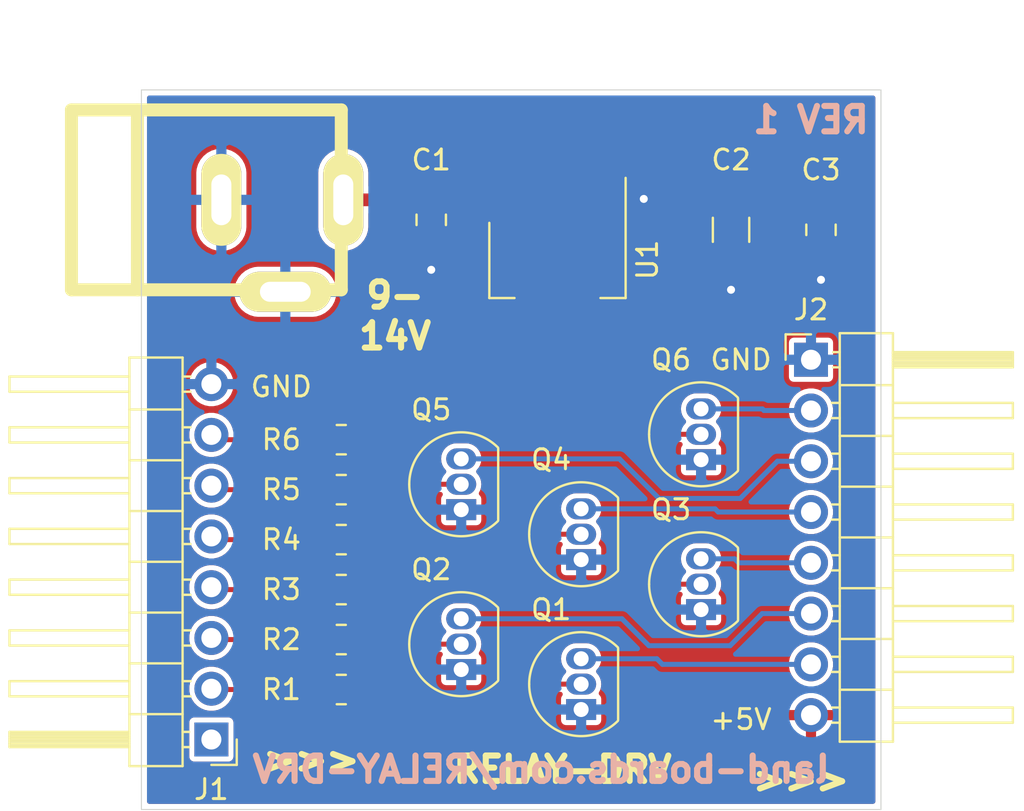
<source format=kicad_pcb>
(kicad_pcb (version 20171130) (host pcbnew "(5.1.10)-1")

  (general
    (thickness 1.6)
    (drawings 15)
    (tracks 74)
    (zones 0)
    (modules 19)
    (nets 22)
  )

  (page A4)
  (layers
    (0 F.Cu signal)
    (31 B.Cu signal)
    (32 B.Adhes user hide)
    (33 F.Adhes user hide)
    (34 B.Paste user hide)
    (35 F.Paste user hide)
    (36 B.SilkS user)
    (37 F.SilkS user)
    (38 B.Mask user hide)
    (39 F.Mask user hide)
    (40 Dwgs.User user)
    (41 Cmts.User user hide)
    (42 Eco1.User user hide)
    (43 Eco2.User user)
    (44 Edge.Cuts user)
    (45 Margin user hide)
    (46 B.CrtYd user hide)
    (47 F.CrtYd user hide)
    (48 B.Fab user hide)
    (49 F.Fab user hide)
  )

  (setup
    (last_trace_width 0.25)
    (user_trace_width 0.635)
    (trace_clearance 0.2)
    (zone_clearance 0.254)
    (zone_45_only no)
    (trace_min 0.2)
    (via_size 0.8)
    (via_drill 0.4)
    (via_min_size 0.4)
    (via_min_drill 0.3)
    (uvia_size 0.3)
    (uvia_drill 0.1)
    (uvias_allowed no)
    (uvia_min_size 0.2)
    (uvia_min_drill 0.1)
    (edge_width 0.05)
    (segment_width 0.2)
    (pcb_text_width 0.3)
    (pcb_text_size 1.5 1.5)
    (mod_edge_width 0.12)
    (mod_text_size 1 1)
    (mod_text_width 0.15)
    (pad_size 1.524 1.524)
    (pad_drill 0.762)
    (pad_to_mask_clearance 0)
    (aux_axis_origin 0 0)
    (visible_elements 7FFFFFFF)
    (pcbplotparams
      (layerselection 0x010fc_ffffffff)
      (usegerberextensions false)
      (usegerberattributes true)
      (usegerberadvancedattributes true)
      (creategerberjobfile false)
      (excludeedgelayer true)
      (linewidth 0.100000)
      (plotframeref false)
      (viasonmask false)
      (mode 1)
      (useauxorigin false)
      (hpglpennumber 1)
      (hpglpenspeed 20)
      (hpglpendiameter 15.000000)
      (psnegative false)
      (psa4output false)
      (plotreference true)
      (plotvalue true)
      (plotinvisibletext false)
      (padsonsilk false)
      (subtractmaskfromsilk false)
      (outputformat 1)
      (mirror false)
      (drillshape 0)
      (scaleselection 1)
      (outputdirectory "Plots/"))
  )

  (net 0 "")
  (net 1 "Net-(J1-Pad7)")
  (net 2 "Net-(J1-Pad6)")
  (net 3 "Net-(J1-Pad5)")
  (net 4 "Net-(J1-Pad4)")
  (net 5 "Net-(J1-Pad3)")
  (net 6 "Net-(J1-Pad2)")
  (net 7 "Net-(J2-Pad2)")
  (net 8 "Net-(J2-Pad3)")
  (net 9 "Net-(J2-Pad4)")
  (net 10 "Net-(J2-Pad5)")
  (net 11 "Net-(J2-Pad6)")
  (net 12 "Net-(J2-Pad7)")
  (net 13 "Net-(Q1-Pad2)")
  (net 14 "Net-(Q2-Pad2)")
  (net 15 "Net-(Q3-Pad2)")
  (net 16 "Net-(Q4-Pad2)")
  (net 17 "Net-(Q5-Pad2)")
  (net 18 "Net-(Q6-Pad2)")
  (net 19 GND)
  (net 20 /VIN)
  (net 21 /5V)

  (net_class Default "This is the default net class."
    (clearance 0.2)
    (trace_width 0.25)
    (via_dia 0.8)
    (via_drill 0.4)
    (uvia_dia 0.3)
    (uvia_drill 0.1)
    (add_net /5V)
    (add_net /VIN)
    (add_net GND)
    (add_net "Net-(J1-Pad2)")
    (add_net "Net-(J1-Pad3)")
    (add_net "Net-(J1-Pad4)")
    (add_net "Net-(J1-Pad5)")
    (add_net "Net-(J1-Pad6)")
    (add_net "Net-(J1-Pad7)")
    (add_net "Net-(J2-Pad2)")
    (add_net "Net-(J2-Pad3)")
    (add_net "Net-(J2-Pad4)")
    (add_net "Net-(J2-Pad5)")
    (add_net "Net-(J2-Pad6)")
    (add_net "Net-(J2-Pad7)")
    (add_net "Net-(Q1-Pad2)")
    (add_net "Net-(Q2-Pad2)")
    (add_net "Net-(Q3-Pad2)")
    (add_net "Net-(Q4-Pad2)")
    (add_net "Net-(Q5-Pad2)")
    (add_net "Net-(Q6-Pad2)")
  )

  (module Capacitor_SMD:C_0805_2012Metric_Pad1.18x1.45mm_HandSolder (layer F.Cu) (tedit 5F68FEEF) (tstamp 61A1059F)
    (at 45.5 14 270)
    (descr "Capacitor SMD 0805 (2012 Metric), square (rectangular) end terminal, IPC_7351 nominal with elongated pad for handsoldering. (Body size source: IPC-SM-782 page 76, https://www.pcb-3d.com/wordpress/wp-content/uploads/ipc-sm-782a_amendment_1_and_2.pdf, https://docs.google.com/spreadsheets/d/1BsfQQcO9C6DZCsRaXUlFlo91Tg2WpOkGARC1WS5S8t0/edit?usp=sharing), generated with kicad-footprint-generator")
    (tags "capacitor handsolder")
    (path /61A491ED)
    (attr smd)
    (fp_text reference C1 (at -3 0 180) (layer F.SilkS)
      (effects (font (size 1 1) (thickness 0.15)))
    )
    (fp_text value 0.1uF (at 0 1.68 90) (layer F.Fab)
      (effects (font (size 1 1) (thickness 0.15)))
    )
    (fp_line (start -1 0.625) (end -1 -0.625) (layer F.Fab) (width 0.1))
    (fp_line (start -1 -0.625) (end 1 -0.625) (layer F.Fab) (width 0.1))
    (fp_line (start 1 -0.625) (end 1 0.625) (layer F.Fab) (width 0.1))
    (fp_line (start 1 0.625) (end -1 0.625) (layer F.Fab) (width 0.1))
    (fp_line (start -0.261252 -0.735) (end 0.261252 -0.735) (layer F.SilkS) (width 0.12))
    (fp_line (start -0.261252 0.735) (end 0.261252 0.735) (layer F.SilkS) (width 0.12))
    (fp_line (start -1.88 0.98) (end -1.88 -0.98) (layer F.CrtYd) (width 0.05))
    (fp_line (start -1.88 -0.98) (end 1.88 -0.98) (layer F.CrtYd) (width 0.05))
    (fp_line (start 1.88 -0.98) (end 1.88 0.98) (layer F.CrtYd) (width 0.05))
    (fp_line (start 1.88 0.98) (end -1.88 0.98) (layer F.CrtYd) (width 0.05))
    (fp_text user %R (at 0 0.5 90) (layer F.Fab)
      (effects (font (size 0.5 0.5) (thickness 0.08)))
    )
    (pad 2 smd roundrect (at 1.0375 0 270) (size 1.175 1.45) (layers F.Cu F.Paste F.Mask) (roundrect_rratio 0.2127659574468085)
      (net 19 GND))
    (pad 1 smd roundrect (at -1.0375 0 270) (size 1.175 1.45) (layers F.Cu F.Paste F.Mask) (roundrect_rratio 0.2127659574468085)
      (net 20 /VIN))
    (model ${KISYS3DMOD}/Capacitor_SMD.3dshapes/C_0805_2012Metric.wrl
      (at (xyz 0 0 0))
      (scale (xyz 1 1 1))
      (rotate (xyz 0 0 0))
    )
  )

  (module Capacitor_SMD:C_1206_3216Metric_Pad1.42x1.75mm_HandSolder (layer F.Cu) (tedit 5B301BBE) (tstamp 61A105B0)
    (at 60.5 14.5 270)
    (descr "Capacitor SMD 1206 (3216 Metric), square (rectangular) end terminal, IPC_7351 nominal with elongated pad for handsoldering. (Body size source: http://www.tortai-tech.com/upload/download/2011102023233369053.pdf), generated with kicad-footprint-generator")
    (tags "capacitor handsolder")
    (path /61A3D2C2)
    (attr smd)
    (fp_text reference C2 (at -3.5 0 180) (layer F.SilkS)
      (effects (font (size 1 1) (thickness 0.15)))
    )
    (fp_text value 10uF (at 0 1.82 90) (layer F.Fab)
      (effects (font (size 1 1) (thickness 0.15)))
    )
    (fp_line (start 2.45 1.12) (end -2.45 1.12) (layer F.CrtYd) (width 0.05))
    (fp_line (start 2.45 -1.12) (end 2.45 1.12) (layer F.CrtYd) (width 0.05))
    (fp_line (start -2.45 -1.12) (end 2.45 -1.12) (layer F.CrtYd) (width 0.05))
    (fp_line (start -2.45 1.12) (end -2.45 -1.12) (layer F.CrtYd) (width 0.05))
    (fp_line (start -0.602064 0.91) (end 0.602064 0.91) (layer F.SilkS) (width 0.12))
    (fp_line (start -0.602064 -0.91) (end 0.602064 -0.91) (layer F.SilkS) (width 0.12))
    (fp_line (start 1.6 0.8) (end -1.6 0.8) (layer F.Fab) (width 0.1))
    (fp_line (start 1.6 -0.8) (end 1.6 0.8) (layer F.Fab) (width 0.1))
    (fp_line (start -1.6 -0.8) (end 1.6 -0.8) (layer F.Fab) (width 0.1))
    (fp_line (start -1.6 0.8) (end -1.6 -0.8) (layer F.Fab) (width 0.1))
    (fp_text user %R (at 0 0 90) (layer F.Fab)
      (effects (font (size 0.8 0.8) (thickness 0.12)))
    )
    (pad 1 smd roundrect (at -1.4875 0 270) (size 1.425 1.75) (layers F.Cu F.Paste F.Mask) (roundrect_rratio 0.1754385964912281)
      (net 21 /5V))
    (pad 2 smd roundrect (at 1.4875 0 270) (size 1.425 1.75) (layers F.Cu F.Paste F.Mask) (roundrect_rratio 0.1754385964912281)
      (net 19 GND))
    (model ${KISYS3DMOD}/Capacitor_SMD.3dshapes/C_1206_3216Metric.wrl
      (at (xyz 0 0 0))
      (scale (xyz 1 1 1))
      (rotate (xyz 0 0 0))
    )
  )

  (module Capacitor_SMD:C_0805_2012Metric_Pad1.18x1.45mm_HandSolder (layer F.Cu) (tedit 5F68FEEF) (tstamp 61A105C1)
    (at 65 14.5 270)
    (descr "Capacitor SMD 0805 (2012 Metric), square (rectangular) end terminal, IPC_7351 nominal with elongated pad for handsoldering. (Body size source: IPC-SM-782 page 76, https://www.pcb-3d.com/wordpress/wp-content/uploads/ipc-sm-782a_amendment_1_and_2.pdf, https://docs.google.com/spreadsheets/d/1BsfQQcO9C6DZCsRaXUlFlo91Tg2WpOkGARC1WS5S8t0/edit?usp=sharing), generated with kicad-footprint-generator")
    (tags "capacitor handsolder")
    (path /61A3D79B)
    (attr smd)
    (fp_text reference C3 (at -3 0 180) (layer F.SilkS)
      (effects (font (size 1 1) (thickness 0.15)))
    )
    (fp_text value 0.1uF (at 0 1.68 90) (layer F.Fab)
      (effects (font (size 1 1) (thickness 0.15)))
    )
    (fp_line (start 1.88 0.98) (end -1.88 0.98) (layer F.CrtYd) (width 0.05))
    (fp_line (start 1.88 -0.98) (end 1.88 0.98) (layer F.CrtYd) (width 0.05))
    (fp_line (start -1.88 -0.98) (end 1.88 -0.98) (layer F.CrtYd) (width 0.05))
    (fp_line (start -1.88 0.98) (end -1.88 -0.98) (layer F.CrtYd) (width 0.05))
    (fp_line (start -0.261252 0.735) (end 0.261252 0.735) (layer F.SilkS) (width 0.12))
    (fp_line (start -0.261252 -0.735) (end 0.261252 -0.735) (layer F.SilkS) (width 0.12))
    (fp_line (start 1 0.625) (end -1 0.625) (layer F.Fab) (width 0.1))
    (fp_line (start 1 -0.625) (end 1 0.625) (layer F.Fab) (width 0.1))
    (fp_line (start -1 -0.625) (end 1 -0.625) (layer F.Fab) (width 0.1))
    (fp_line (start -1 0.625) (end -1 -0.625) (layer F.Fab) (width 0.1))
    (fp_text user %R (at 0 0 90) (layer F.Fab)
      (effects (font (size 0.5 0.5) (thickness 0.08)))
    )
    (pad 1 smd roundrect (at -1.0375 0 270) (size 1.175 1.45) (layers F.Cu F.Paste F.Mask) (roundrect_rratio 0.2127659574468085)
      (net 21 /5V))
    (pad 2 smd roundrect (at 1.0375 0 270) (size 1.175 1.45) (layers F.Cu F.Paste F.Mask) (roundrect_rratio 0.2127659574468085)
      (net 19 GND))
    (model ${KISYS3DMOD}/Capacitor_SMD.3dshapes/C_0805_2012Metric.wrl
      (at (xyz 0 0 0))
      (scale (xyz 1 1 1))
      (rotate (xyz 0 0 0))
    )
  )

  (module Connector_PinHeader_2.54mm:PinHeader_1x08_P2.54mm_Horizontal (layer F.Cu) (tedit 59FED5CB) (tstamp 61A10642)
    (at 34.5 40 180)
    (descr "Through hole angled pin header, 1x08, 2.54mm pitch, 6mm pin length, single row")
    (tags "Through hole angled pin header THT 1x08 2.54mm single row")
    (path /61A0F482)
    (fp_text reference J1 (at 0 -2.5) (layer F.SilkS)
      (effects (font (size 1 1) (thickness 0.15)))
    )
    (fp_text value Conn_01x08 (at 4.385 20.05) (layer F.Fab)
      (effects (font (size 1 1) (thickness 0.15)))
    )
    (fp_line (start 2.135 -1.27) (end 4.04 -1.27) (layer F.Fab) (width 0.1))
    (fp_line (start 4.04 -1.27) (end 4.04 19.05) (layer F.Fab) (width 0.1))
    (fp_line (start 4.04 19.05) (end 1.5 19.05) (layer F.Fab) (width 0.1))
    (fp_line (start 1.5 19.05) (end 1.5 -0.635) (layer F.Fab) (width 0.1))
    (fp_line (start 1.5 -0.635) (end 2.135 -1.27) (layer F.Fab) (width 0.1))
    (fp_line (start -0.32 -0.32) (end 1.5 -0.32) (layer F.Fab) (width 0.1))
    (fp_line (start -0.32 -0.32) (end -0.32 0.32) (layer F.Fab) (width 0.1))
    (fp_line (start -0.32 0.32) (end 1.5 0.32) (layer F.Fab) (width 0.1))
    (fp_line (start 4.04 -0.32) (end 10.04 -0.32) (layer F.Fab) (width 0.1))
    (fp_line (start 10.04 -0.32) (end 10.04 0.32) (layer F.Fab) (width 0.1))
    (fp_line (start 4.04 0.32) (end 10.04 0.32) (layer F.Fab) (width 0.1))
    (fp_line (start -0.32 2.22) (end 1.5 2.22) (layer F.Fab) (width 0.1))
    (fp_line (start -0.32 2.22) (end -0.32 2.86) (layer F.Fab) (width 0.1))
    (fp_line (start -0.32 2.86) (end 1.5 2.86) (layer F.Fab) (width 0.1))
    (fp_line (start 4.04 2.22) (end 10.04 2.22) (layer F.Fab) (width 0.1))
    (fp_line (start 10.04 2.22) (end 10.04 2.86) (layer F.Fab) (width 0.1))
    (fp_line (start 4.04 2.86) (end 10.04 2.86) (layer F.Fab) (width 0.1))
    (fp_line (start -0.32 4.76) (end 1.5 4.76) (layer F.Fab) (width 0.1))
    (fp_line (start -0.32 4.76) (end -0.32 5.4) (layer F.Fab) (width 0.1))
    (fp_line (start -0.32 5.4) (end 1.5 5.4) (layer F.Fab) (width 0.1))
    (fp_line (start 4.04 4.76) (end 10.04 4.76) (layer F.Fab) (width 0.1))
    (fp_line (start 10.04 4.76) (end 10.04 5.4) (layer F.Fab) (width 0.1))
    (fp_line (start 4.04 5.4) (end 10.04 5.4) (layer F.Fab) (width 0.1))
    (fp_line (start -0.32 7.3) (end 1.5 7.3) (layer F.Fab) (width 0.1))
    (fp_line (start -0.32 7.3) (end -0.32 7.94) (layer F.Fab) (width 0.1))
    (fp_line (start -0.32 7.94) (end 1.5 7.94) (layer F.Fab) (width 0.1))
    (fp_line (start 4.04 7.3) (end 10.04 7.3) (layer F.Fab) (width 0.1))
    (fp_line (start 10.04 7.3) (end 10.04 7.94) (layer F.Fab) (width 0.1))
    (fp_line (start 4.04 7.94) (end 10.04 7.94) (layer F.Fab) (width 0.1))
    (fp_line (start -0.32 9.84) (end 1.5 9.84) (layer F.Fab) (width 0.1))
    (fp_line (start -0.32 9.84) (end -0.32 10.48) (layer F.Fab) (width 0.1))
    (fp_line (start -0.32 10.48) (end 1.5 10.48) (layer F.Fab) (width 0.1))
    (fp_line (start 4.04 9.84) (end 10.04 9.84) (layer F.Fab) (width 0.1))
    (fp_line (start 10.04 9.84) (end 10.04 10.48) (layer F.Fab) (width 0.1))
    (fp_line (start 4.04 10.48) (end 10.04 10.48) (layer F.Fab) (width 0.1))
    (fp_line (start -0.32 12.38) (end 1.5 12.38) (layer F.Fab) (width 0.1))
    (fp_line (start -0.32 12.38) (end -0.32 13.02) (layer F.Fab) (width 0.1))
    (fp_line (start -0.32 13.02) (end 1.5 13.02) (layer F.Fab) (width 0.1))
    (fp_line (start 4.04 12.38) (end 10.04 12.38) (layer F.Fab) (width 0.1))
    (fp_line (start 10.04 12.38) (end 10.04 13.02) (layer F.Fab) (width 0.1))
    (fp_line (start 4.04 13.02) (end 10.04 13.02) (layer F.Fab) (width 0.1))
    (fp_line (start -0.32 14.92) (end 1.5 14.92) (layer F.Fab) (width 0.1))
    (fp_line (start -0.32 14.92) (end -0.32 15.56) (layer F.Fab) (width 0.1))
    (fp_line (start -0.32 15.56) (end 1.5 15.56) (layer F.Fab) (width 0.1))
    (fp_line (start 4.04 14.92) (end 10.04 14.92) (layer F.Fab) (width 0.1))
    (fp_line (start 10.04 14.92) (end 10.04 15.56) (layer F.Fab) (width 0.1))
    (fp_line (start 4.04 15.56) (end 10.04 15.56) (layer F.Fab) (width 0.1))
    (fp_line (start -0.32 17.46) (end 1.5 17.46) (layer F.Fab) (width 0.1))
    (fp_line (start -0.32 17.46) (end -0.32 18.1) (layer F.Fab) (width 0.1))
    (fp_line (start -0.32 18.1) (end 1.5 18.1) (layer F.Fab) (width 0.1))
    (fp_line (start 4.04 17.46) (end 10.04 17.46) (layer F.Fab) (width 0.1))
    (fp_line (start 10.04 17.46) (end 10.04 18.1) (layer F.Fab) (width 0.1))
    (fp_line (start 4.04 18.1) (end 10.04 18.1) (layer F.Fab) (width 0.1))
    (fp_line (start 1.44 -1.33) (end 1.44 19.11) (layer F.SilkS) (width 0.12))
    (fp_line (start 1.44 19.11) (end 4.1 19.11) (layer F.SilkS) (width 0.12))
    (fp_line (start 4.1 19.11) (end 4.1 -1.33) (layer F.SilkS) (width 0.12))
    (fp_line (start 4.1 -1.33) (end 1.44 -1.33) (layer F.SilkS) (width 0.12))
    (fp_line (start 4.1 -0.38) (end 10.1 -0.38) (layer F.SilkS) (width 0.12))
    (fp_line (start 10.1 -0.38) (end 10.1 0.38) (layer F.SilkS) (width 0.12))
    (fp_line (start 10.1 0.38) (end 4.1 0.38) (layer F.SilkS) (width 0.12))
    (fp_line (start 4.1 -0.32) (end 10.1 -0.32) (layer F.SilkS) (width 0.12))
    (fp_line (start 4.1 -0.2) (end 10.1 -0.2) (layer F.SilkS) (width 0.12))
    (fp_line (start 4.1 -0.08) (end 10.1 -0.08) (layer F.SilkS) (width 0.12))
    (fp_line (start 4.1 0.04) (end 10.1 0.04) (layer F.SilkS) (width 0.12))
    (fp_line (start 4.1 0.16) (end 10.1 0.16) (layer F.SilkS) (width 0.12))
    (fp_line (start 4.1 0.28) (end 10.1 0.28) (layer F.SilkS) (width 0.12))
    (fp_line (start 1.11 -0.38) (end 1.44 -0.38) (layer F.SilkS) (width 0.12))
    (fp_line (start 1.11 0.38) (end 1.44 0.38) (layer F.SilkS) (width 0.12))
    (fp_line (start 1.44 1.27) (end 4.1 1.27) (layer F.SilkS) (width 0.12))
    (fp_line (start 4.1 2.16) (end 10.1 2.16) (layer F.SilkS) (width 0.12))
    (fp_line (start 10.1 2.16) (end 10.1 2.92) (layer F.SilkS) (width 0.12))
    (fp_line (start 10.1 2.92) (end 4.1 2.92) (layer F.SilkS) (width 0.12))
    (fp_line (start 1.042929 2.16) (end 1.44 2.16) (layer F.SilkS) (width 0.12))
    (fp_line (start 1.042929 2.92) (end 1.44 2.92) (layer F.SilkS) (width 0.12))
    (fp_line (start 1.44 3.81) (end 4.1 3.81) (layer F.SilkS) (width 0.12))
    (fp_line (start 4.1 4.7) (end 10.1 4.7) (layer F.SilkS) (width 0.12))
    (fp_line (start 10.1 4.7) (end 10.1 5.46) (layer F.SilkS) (width 0.12))
    (fp_line (start 10.1 5.46) (end 4.1 5.46) (layer F.SilkS) (width 0.12))
    (fp_line (start 1.042929 4.7) (end 1.44 4.7) (layer F.SilkS) (width 0.12))
    (fp_line (start 1.042929 5.46) (end 1.44 5.46) (layer F.SilkS) (width 0.12))
    (fp_line (start 1.44 6.35) (end 4.1 6.35) (layer F.SilkS) (width 0.12))
    (fp_line (start 4.1 7.24) (end 10.1 7.24) (layer F.SilkS) (width 0.12))
    (fp_line (start 10.1 7.24) (end 10.1 8) (layer F.SilkS) (width 0.12))
    (fp_line (start 10.1 8) (end 4.1 8) (layer F.SilkS) (width 0.12))
    (fp_line (start 1.042929 7.24) (end 1.44 7.24) (layer F.SilkS) (width 0.12))
    (fp_line (start 1.042929 8) (end 1.44 8) (layer F.SilkS) (width 0.12))
    (fp_line (start 1.44 8.89) (end 4.1 8.89) (layer F.SilkS) (width 0.12))
    (fp_line (start 4.1 9.78) (end 10.1 9.78) (layer F.SilkS) (width 0.12))
    (fp_line (start 10.1 9.78) (end 10.1 10.54) (layer F.SilkS) (width 0.12))
    (fp_line (start 10.1 10.54) (end 4.1 10.54) (layer F.SilkS) (width 0.12))
    (fp_line (start 1.042929 9.78) (end 1.44 9.78) (layer F.SilkS) (width 0.12))
    (fp_line (start 1.042929 10.54) (end 1.44 10.54) (layer F.SilkS) (width 0.12))
    (fp_line (start 1.44 11.43) (end 4.1 11.43) (layer F.SilkS) (width 0.12))
    (fp_line (start 4.1 12.32) (end 10.1 12.32) (layer F.SilkS) (width 0.12))
    (fp_line (start 10.1 12.32) (end 10.1 13.08) (layer F.SilkS) (width 0.12))
    (fp_line (start 10.1 13.08) (end 4.1 13.08) (layer F.SilkS) (width 0.12))
    (fp_line (start 1.042929 12.32) (end 1.44 12.32) (layer F.SilkS) (width 0.12))
    (fp_line (start 1.042929 13.08) (end 1.44 13.08) (layer F.SilkS) (width 0.12))
    (fp_line (start 1.44 13.97) (end 4.1 13.97) (layer F.SilkS) (width 0.12))
    (fp_line (start 4.1 14.86) (end 10.1 14.86) (layer F.SilkS) (width 0.12))
    (fp_line (start 10.1 14.86) (end 10.1 15.62) (layer F.SilkS) (width 0.12))
    (fp_line (start 10.1 15.62) (end 4.1 15.62) (layer F.SilkS) (width 0.12))
    (fp_line (start 1.042929 14.86) (end 1.44 14.86) (layer F.SilkS) (width 0.12))
    (fp_line (start 1.042929 15.62) (end 1.44 15.62) (layer F.SilkS) (width 0.12))
    (fp_line (start 1.44 16.51) (end 4.1 16.51) (layer F.SilkS) (width 0.12))
    (fp_line (start 4.1 17.4) (end 10.1 17.4) (layer F.SilkS) (width 0.12))
    (fp_line (start 10.1 17.4) (end 10.1 18.16) (layer F.SilkS) (width 0.12))
    (fp_line (start 10.1 18.16) (end 4.1 18.16) (layer F.SilkS) (width 0.12))
    (fp_line (start 1.042929 17.4) (end 1.44 17.4) (layer F.SilkS) (width 0.12))
    (fp_line (start 1.042929 18.16) (end 1.44 18.16) (layer F.SilkS) (width 0.12))
    (fp_line (start -1.27 0) (end -1.27 -1.27) (layer F.SilkS) (width 0.12))
    (fp_line (start -1.27 -1.27) (end 0 -1.27) (layer F.SilkS) (width 0.12))
    (fp_line (start -1.8 -1.8) (end -1.8 19.55) (layer F.CrtYd) (width 0.05))
    (fp_line (start -1.8 19.55) (end 10.55 19.55) (layer F.CrtYd) (width 0.05))
    (fp_line (start 10.55 19.55) (end 10.55 -1.8) (layer F.CrtYd) (width 0.05))
    (fp_line (start 10.55 -1.8) (end -1.8 -1.8) (layer F.CrtYd) (width 0.05))
    (fp_text user %R (at 2.77 8.89 90) (layer F.Fab)
      (effects (font (size 1 1) (thickness 0.15)))
    )
    (pad 8 thru_hole oval (at 0 17.78 180) (size 1.7 1.7) (drill 1) (layers *.Cu *.Mask)
      (net 19 GND))
    (pad 7 thru_hole oval (at 0 15.24 180) (size 1.7 1.7) (drill 1) (layers *.Cu *.Mask)
      (net 1 "Net-(J1-Pad7)"))
    (pad 6 thru_hole oval (at 0 12.7 180) (size 1.7 1.7) (drill 1) (layers *.Cu *.Mask)
      (net 2 "Net-(J1-Pad6)"))
    (pad 5 thru_hole oval (at 0 10.16 180) (size 1.7 1.7) (drill 1) (layers *.Cu *.Mask)
      (net 3 "Net-(J1-Pad5)"))
    (pad 4 thru_hole oval (at 0 7.62 180) (size 1.7 1.7) (drill 1) (layers *.Cu *.Mask)
      (net 4 "Net-(J1-Pad4)"))
    (pad 3 thru_hole oval (at 0 5.08 180) (size 1.7 1.7) (drill 1) (layers *.Cu *.Mask)
      (net 5 "Net-(J1-Pad3)"))
    (pad 2 thru_hole oval (at 0 2.54 180) (size 1.7 1.7) (drill 1) (layers *.Cu *.Mask)
      (net 6 "Net-(J1-Pad2)"))
    (pad 1 thru_hole rect (at 0 0 180) (size 1.7 1.7) (drill 1) (layers *.Cu *.Mask))
    (model ${KISYS3DMOD}/Connector_PinHeader_2.54mm.3dshapes/PinHeader_1x08_P2.54mm_Horizontal.wrl
      (at (xyz 0 0 0))
      (scale (xyz 1 1 1))
      (rotate (xyz 0 0 0))
    )
  )

  (module Connector_PinHeader_2.54mm:PinHeader_1x08_P2.54mm_Horizontal (layer F.Cu) (tedit 59FED5CB) (tstamp 61A106C3)
    (at 64.5 21)
    (descr "Through hole angled pin header, 1x08, 2.54mm pitch, 6mm pin length, single row")
    (tags "Through hole angled pin header THT 1x08 2.54mm single row")
    (path /61A0FD18)
    (fp_text reference J2 (at 0 -2.5) (layer F.SilkS)
      (effects (font (size 1 1) (thickness 0.15)))
    )
    (fp_text value Conn_01x08 (at 4.385 20.05) (layer F.Fab)
      (effects (font (size 1 1) (thickness 0.15)))
    )
    (fp_line (start 10.55 -1.8) (end -1.8 -1.8) (layer F.CrtYd) (width 0.05))
    (fp_line (start 10.55 19.55) (end 10.55 -1.8) (layer F.CrtYd) (width 0.05))
    (fp_line (start -1.8 19.55) (end 10.55 19.55) (layer F.CrtYd) (width 0.05))
    (fp_line (start -1.8 -1.8) (end -1.8 19.55) (layer F.CrtYd) (width 0.05))
    (fp_line (start -1.27 -1.27) (end 0 -1.27) (layer F.SilkS) (width 0.12))
    (fp_line (start -1.27 0) (end -1.27 -1.27) (layer F.SilkS) (width 0.12))
    (fp_line (start 1.042929 18.16) (end 1.44 18.16) (layer F.SilkS) (width 0.12))
    (fp_line (start 1.042929 17.4) (end 1.44 17.4) (layer F.SilkS) (width 0.12))
    (fp_line (start 10.1 18.16) (end 4.1 18.16) (layer F.SilkS) (width 0.12))
    (fp_line (start 10.1 17.4) (end 10.1 18.16) (layer F.SilkS) (width 0.12))
    (fp_line (start 4.1 17.4) (end 10.1 17.4) (layer F.SilkS) (width 0.12))
    (fp_line (start 1.44 16.51) (end 4.1 16.51) (layer F.SilkS) (width 0.12))
    (fp_line (start 1.042929 15.62) (end 1.44 15.62) (layer F.SilkS) (width 0.12))
    (fp_line (start 1.042929 14.86) (end 1.44 14.86) (layer F.SilkS) (width 0.12))
    (fp_line (start 10.1 15.62) (end 4.1 15.62) (layer F.SilkS) (width 0.12))
    (fp_line (start 10.1 14.86) (end 10.1 15.62) (layer F.SilkS) (width 0.12))
    (fp_line (start 4.1 14.86) (end 10.1 14.86) (layer F.SilkS) (width 0.12))
    (fp_line (start 1.44 13.97) (end 4.1 13.97) (layer F.SilkS) (width 0.12))
    (fp_line (start 1.042929 13.08) (end 1.44 13.08) (layer F.SilkS) (width 0.12))
    (fp_line (start 1.042929 12.32) (end 1.44 12.32) (layer F.SilkS) (width 0.12))
    (fp_line (start 10.1 13.08) (end 4.1 13.08) (layer F.SilkS) (width 0.12))
    (fp_line (start 10.1 12.32) (end 10.1 13.08) (layer F.SilkS) (width 0.12))
    (fp_line (start 4.1 12.32) (end 10.1 12.32) (layer F.SilkS) (width 0.12))
    (fp_line (start 1.44 11.43) (end 4.1 11.43) (layer F.SilkS) (width 0.12))
    (fp_line (start 1.042929 10.54) (end 1.44 10.54) (layer F.SilkS) (width 0.12))
    (fp_line (start 1.042929 9.78) (end 1.44 9.78) (layer F.SilkS) (width 0.12))
    (fp_line (start 10.1 10.54) (end 4.1 10.54) (layer F.SilkS) (width 0.12))
    (fp_line (start 10.1 9.78) (end 10.1 10.54) (layer F.SilkS) (width 0.12))
    (fp_line (start 4.1 9.78) (end 10.1 9.78) (layer F.SilkS) (width 0.12))
    (fp_line (start 1.44 8.89) (end 4.1 8.89) (layer F.SilkS) (width 0.12))
    (fp_line (start 1.042929 8) (end 1.44 8) (layer F.SilkS) (width 0.12))
    (fp_line (start 1.042929 7.24) (end 1.44 7.24) (layer F.SilkS) (width 0.12))
    (fp_line (start 10.1 8) (end 4.1 8) (layer F.SilkS) (width 0.12))
    (fp_line (start 10.1 7.24) (end 10.1 8) (layer F.SilkS) (width 0.12))
    (fp_line (start 4.1 7.24) (end 10.1 7.24) (layer F.SilkS) (width 0.12))
    (fp_line (start 1.44 6.35) (end 4.1 6.35) (layer F.SilkS) (width 0.12))
    (fp_line (start 1.042929 5.46) (end 1.44 5.46) (layer F.SilkS) (width 0.12))
    (fp_line (start 1.042929 4.7) (end 1.44 4.7) (layer F.SilkS) (width 0.12))
    (fp_line (start 10.1 5.46) (end 4.1 5.46) (layer F.SilkS) (width 0.12))
    (fp_line (start 10.1 4.7) (end 10.1 5.46) (layer F.SilkS) (width 0.12))
    (fp_line (start 4.1 4.7) (end 10.1 4.7) (layer F.SilkS) (width 0.12))
    (fp_line (start 1.44 3.81) (end 4.1 3.81) (layer F.SilkS) (width 0.12))
    (fp_line (start 1.042929 2.92) (end 1.44 2.92) (layer F.SilkS) (width 0.12))
    (fp_line (start 1.042929 2.16) (end 1.44 2.16) (layer F.SilkS) (width 0.12))
    (fp_line (start 10.1 2.92) (end 4.1 2.92) (layer F.SilkS) (width 0.12))
    (fp_line (start 10.1 2.16) (end 10.1 2.92) (layer F.SilkS) (width 0.12))
    (fp_line (start 4.1 2.16) (end 10.1 2.16) (layer F.SilkS) (width 0.12))
    (fp_line (start 1.44 1.27) (end 4.1 1.27) (layer F.SilkS) (width 0.12))
    (fp_line (start 1.11 0.38) (end 1.44 0.38) (layer F.SilkS) (width 0.12))
    (fp_line (start 1.11 -0.38) (end 1.44 -0.38) (layer F.SilkS) (width 0.12))
    (fp_line (start 4.1 0.28) (end 10.1 0.28) (layer F.SilkS) (width 0.12))
    (fp_line (start 4.1 0.16) (end 10.1 0.16) (layer F.SilkS) (width 0.12))
    (fp_line (start 4.1 0.04) (end 10.1 0.04) (layer F.SilkS) (width 0.12))
    (fp_line (start 4.1 -0.08) (end 10.1 -0.08) (layer F.SilkS) (width 0.12))
    (fp_line (start 4.1 -0.2) (end 10.1 -0.2) (layer F.SilkS) (width 0.12))
    (fp_line (start 4.1 -0.32) (end 10.1 -0.32) (layer F.SilkS) (width 0.12))
    (fp_line (start 10.1 0.38) (end 4.1 0.38) (layer F.SilkS) (width 0.12))
    (fp_line (start 10.1 -0.38) (end 10.1 0.38) (layer F.SilkS) (width 0.12))
    (fp_line (start 4.1 -0.38) (end 10.1 -0.38) (layer F.SilkS) (width 0.12))
    (fp_line (start 4.1 -1.33) (end 1.44 -1.33) (layer F.SilkS) (width 0.12))
    (fp_line (start 4.1 19.11) (end 4.1 -1.33) (layer F.SilkS) (width 0.12))
    (fp_line (start 1.44 19.11) (end 4.1 19.11) (layer F.SilkS) (width 0.12))
    (fp_line (start 1.44 -1.33) (end 1.44 19.11) (layer F.SilkS) (width 0.12))
    (fp_line (start 4.04 18.1) (end 10.04 18.1) (layer F.Fab) (width 0.1))
    (fp_line (start 10.04 17.46) (end 10.04 18.1) (layer F.Fab) (width 0.1))
    (fp_line (start 4.04 17.46) (end 10.04 17.46) (layer F.Fab) (width 0.1))
    (fp_line (start -0.32 18.1) (end 1.5 18.1) (layer F.Fab) (width 0.1))
    (fp_line (start -0.32 17.46) (end -0.32 18.1) (layer F.Fab) (width 0.1))
    (fp_line (start -0.32 17.46) (end 1.5 17.46) (layer F.Fab) (width 0.1))
    (fp_line (start 4.04 15.56) (end 10.04 15.56) (layer F.Fab) (width 0.1))
    (fp_line (start 10.04 14.92) (end 10.04 15.56) (layer F.Fab) (width 0.1))
    (fp_line (start 4.04 14.92) (end 10.04 14.92) (layer F.Fab) (width 0.1))
    (fp_line (start -0.32 15.56) (end 1.5 15.56) (layer F.Fab) (width 0.1))
    (fp_line (start -0.32 14.92) (end -0.32 15.56) (layer F.Fab) (width 0.1))
    (fp_line (start -0.32 14.92) (end 1.5 14.92) (layer F.Fab) (width 0.1))
    (fp_line (start 4.04 13.02) (end 10.04 13.02) (layer F.Fab) (width 0.1))
    (fp_line (start 10.04 12.38) (end 10.04 13.02) (layer F.Fab) (width 0.1))
    (fp_line (start 4.04 12.38) (end 10.04 12.38) (layer F.Fab) (width 0.1))
    (fp_line (start -0.32 13.02) (end 1.5 13.02) (layer F.Fab) (width 0.1))
    (fp_line (start -0.32 12.38) (end -0.32 13.02) (layer F.Fab) (width 0.1))
    (fp_line (start -0.32 12.38) (end 1.5 12.38) (layer F.Fab) (width 0.1))
    (fp_line (start 4.04 10.48) (end 10.04 10.48) (layer F.Fab) (width 0.1))
    (fp_line (start 10.04 9.84) (end 10.04 10.48) (layer F.Fab) (width 0.1))
    (fp_line (start 4.04 9.84) (end 10.04 9.84) (layer F.Fab) (width 0.1))
    (fp_line (start -0.32 10.48) (end 1.5 10.48) (layer F.Fab) (width 0.1))
    (fp_line (start -0.32 9.84) (end -0.32 10.48) (layer F.Fab) (width 0.1))
    (fp_line (start -0.32 9.84) (end 1.5 9.84) (layer F.Fab) (width 0.1))
    (fp_line (start 4.04 7.94) (end 10.04 7.94) (layer F.Fab) (width 0.1))
    (fp_line (start 10.04 7.3) (end 10.04 7.94) (layer F.Fab) (width 0.1))
    (fp_line (start 4.04 7.3) (end 10.04 7.3) (layer F.Fab) (width 0.1))
    (fp_line (start -0.32 7.94) (end 1.5 7.94) (layer F.Fab) (width 0.1))
    (fp_line (start -0.32 7.3) (end -0.32 7.94) (layer F.Fab) (width 0.1))
    (fp_line (start -0.32 7.3) (end 1.5 7.3) (layer F.Fab) (width 0.1))
    (fp_line (start 4.04 5.4) (end 10.04 5.4) (layer F.Fab) (width 0.1))
    (fp_line (start 10.04 4.76) (end 10.04 5.4) (layer F.Fab) (width 0.1))
    (fp_line (start 4.04 4.76) (end 10.04 4.76) (layer F.Fab) (width 0.1))
    (fp_line (start -0.32 5.4) (end 1.5 5.4) (layer F.Fab) (width 0.1))
    (fp_line (start -0.32 4.76) (end -0.32 5.4) (layer F.Fab) (width 0.1))
    (fp_line (start -0.32 4.76) (end 1.5 4.76) (layer F.Fab) (width 0.1))
    (fp_line (start 4.04 2.86) (end 10.04 2.86) (layer F.Fab) (width 0.1))
    (fp_line (start 10.04 2.22) (end 10.04 2.86) (layer F.Fab) (width 0.1))
    (fp_line (start 4.04 2.22) (end 10.04 2.22) (layer F.Fab) (width 0.1))
    (fp_line (start -0.32 2.86) (end 1.5 2.86) (layer F.Fab) (width 0.1))
    (fp_line (start -0.32 2.22) (end -0.32 2.86) (layer F.Fab) (width 0.1))
    (fp_line (start -0.32 2.22) (end 1.5 2.22) (layer F.Fab) (width 0.1))
    (fp_line (start 4.04 0.32) (end 10.04 0.32) (layer F.Fab) (width 0.1))
    (fp_line (start 10.04 -0.32) (end 10.04 0.32) (layer F.Fab) (width 0.1))
    (fp_line (start 4.04 -0.32) (end 10.04 -0.32) (layer F.Fab) (width 0.1))
    (fp_line (start -0.32 0.32) (end 1.5 0.32) (layer F.Fab) (width 0.1))
    (fp_line (start -0.32 -0.32) (end -0.32 0.32) (layer F.Fab) (width 0.1))
    (fp_line (start -0.32 -0.32) (end 1.5 -0.32) (layer F.Fab) (width 0.1))
    (fp_line (start 1.5 -0.635) (end 2.135 -1.27) (layer F.Fab) (width 0.1))
    (fp_line (start 1.5 19.05) (end 1.5 -0.635) (layer F.Fab) (width 0.1))
    (fp_line (start 4.04 19.05) (end 1.5 19.05) (layer F.Fab) (width 0.1))
    (fp_line (start 4.04 -1.27) (end 4.04 19.05) (layer F.Fab) (width 0.1))
    (fp_line (start 2.135 -1.27) (end 4.04 -1.27) (layer F.Fab) (width 0.1))
    (fp_text user %R (at 2.77 8.89 90) (layer F.Fab)
      (effects (font (size 1 1) (thickness 0.15)))
    )
    (pad 1 thru_hole rect (at 0 0) (size 1.7 1.7) (drill 1) (layers *.Cu *.Mask)
      (net 19 GND))
    (pad 2 thru_hole oval (at 0 2.54) (size 1.7 1.7) (drill 1) (layers *.Cu *.Mask)
      (net 7 "Net-(J2-Pad2)"))
    (pad 3 thru_hole oval (at 0 5.08) (size 1.7 1.7) (drill 1) (layers *.Cu *.Mask)
      (net 8 "Net-(J2-Pad3)"))
    (pad 4 thru_hole oval (at 0 7.62) (size 1.7 1.7) (drill 1) (layers *.Cu *.Mask)
      (net 9 "Net-(J2-Pad4)"))
    (pad 5 thru_hole oval (at 0 10.16) (size 1.7 1.7) (drill 1) (layers *.Cu *.Mask)
      (net 10 "Net-(J2-Pad5)"))
    (pad 6 thru_hole oval (at 0 12.7) (size 1.7 1.7) (drill 1) (layers *.Cu *.Mask)
      (net 11 "Net-(J2-Pad6)"))
    (pad 7 thru_hole oval (at 0 15.24) (size 1.7 1.7) (drill 1) (layers *.Cu *.Mask)
      (net 12 "Net-(J2-Pad7)"))
    (pad 8 thru_hole oval (at 0 17.78) (size 1.7 1.7) (drill 1) (layers *.Cu *.Mask)
      (net 21 /5V))
    (model ${KISYS3DMOD}/Connector_PinHeader_2.54mm.3dshapes/PinHeader_1x08_P2.54mm_Horizontal.wrl
      (at (xyz 0 0 0))
      (scale (xyz 1 1 1))
      (rotate (xyz 0 0 0))
    )
  )

  (module LandBoards_Conns:DCJ-NEW-Slotted (layer F.Cu) (tedit 5D588C00) (tstamp 61A106CF)
    (at 35 13)
    (descr "DC Pwr, 2.1mm Jack")
    (tags "DC Power jack, 2.1mm")
    (path /61A52DFF)
    (fp_text reference J3 (at 8.18 -3.602) (layer F.SilkS) hide
      (effects (font (size 1.27 1.27) (thickness 0.3175)))
    )
    (fp_text value DCJ0202 (at -6 0 90) (layer F.SilkS) hide
      (effects (font (size 1.016 1.016) (thickness 0.254)))
    )
    (fp_line (start -7.5 4.5) (end 6 4.5) (layer F.SilkS) (width 0.65))
    (fp_line (start 6 -4.5) (end 6 4.5) (layer F.SilkS) (width 0.65))
    (fp_line (start -7.5 -4.5) (end 6 -4.5) (layer F.SilkS) (width 0.65))
    (fp_line (start -7.5 -4.5) (end -7.5 4.5) (layer F.SilkS) (width 0.65))
    (fp_line (start -4.2 4.5) (end -4.2 -4.5) (layer F.SilkS) (width 0.65))
    (pad 2 thru_hole oval (at 0 0) (size 2 4.6) (drill oval 1 2.54) (layers *.Cu *.Mask F.SilkS)
      (net 19 GND))
    (pad 1 thru_hole oval (at 6.1 0) (size 2 4.6) (drill oval 1 2.54) (layers *.Cu *.Mask F.SilkS)
      (net 20 /VIN))
    (pad 3 thru_hole oval (at 3.2 4.6) (size 4.6 2) (drill oval 2.54 1) (layers *.Cu *.Mask F.SilkS)
      (net 19 GND))
    (model connectors/POWER_21.wrl
      (at (xyz 0 0 0))
      (scale (xyz 0.8 0.8 0.8))
      (rotate (xyz 0 0 0))
    )
    (model C:/Users/HPz420/Documents/GitHub/land-boards/lb-boards/KiCAD/3D_STP_Files/DC_Jack/DS-261B.step
      (offset (xyz 0 0 0.1778))
      (scale (xyz 1 1 1))
      (rotate (xyz 0 0 -90))
    )
  )

  (module Package_TO_SOT_THT:TO-92_Inline (layer F.Cu) (tedit 5A1DD157) (tstamp 61A106E1)
    (at 53 38.5 90)
    (descr "TO-92 leads in-line, narrow, oval pads, drill 0.75mm (see NXP sot054_po.pdf)")
    (tags "to-92 sc-43 sc-43a sot54 PA33 transistor")
    (path /61A11416)
    (fp_text reference Q1 (at 5 -1.5 180) (layer F.SilkS)
      (effects (font (size 1 1) (thickness 0.15)))
    )
    (fp_text value 2N3904 (at 1.27 2.79 90) (layer F.Fab)
      (effects (font (size 1 1) (thickness 0.15)))
    )
    (fp_line (start -0.53 1.85) (end 3.07 1.85) (layer F.SilkS) (width 0.12))
    (fp_line (start -0.5 1.75) (end 3 1.75) (layer F.Fab) (width 0.1))
    (fp_line (start -1.46 -2.73) (end 4 -2.73) (layer F.CrtYd) (width 0.05))
    (fp_line (start -1.46 -2.73) (end -1.46 2.01) (layer F.CrtYd) (width 0.05))
    (fp_line (start 4 2.01) (end 4 -2.73) (layer F.CrtYd) (width 0.05))
    (fp_line (start 4 2.01) (end -1.46 2.01) (layer F.CrtYd) (width 0.05))
    (fp_arc (start 1.27 0) (end 1.27 -2.6) (angle 135) (layer F.SilkS) (width 0.12))
    (fp_arc (start 1.27 0) (end 1.27 -2.48) (angle -135) (layer F.Fab) (width 0.1))
    (fp_arc (start 1.27 0) (end 1.27 -2.6) (angle -135) (layer F.SilkS) (width 0.12))
    (fp_arc (start 1.27 0) (end 1.27 -2.48) (angle 135) (layer F.Fab) (width 0.1))
    (fp_text user %R (at 1.27 0 90) (layer F.Fab)
      (effects (font (size 1 1) (thickness 0.15)))
    )
    (pad 1 thru_hole rect (at 0 0 90) (size 1.05 1.5) (drill 0.75) (layers *.Cu *.Mask)
      (net 19 GND))
    (pad 3 thru_hole oval (at 2.54 0 90) (size 1.05 1.5) (drill 0.75) (layers *.Cu *.Mask)
      (net 12 "Net-(J2-Pad7)"))
    (pad 2 thru_hole oval (at 1.27 0 90) (size 1.05 1.5) (drill 0.75) (layers *.Cu *.Mask)
      (net 13 "Net-(Q1-Pad2)"))
    (model ${KISYS3DMOD}/Package_TO_SOT_THT.3dshapes/TO-92_Inline.wrl
      (at (xyz 0 0 0))
      (scale (xyz 1 1 1))
      (rotate (xyz 0 0 0))
    )
  )

  (module Package_TO_SOT_THT:TO-92_Inline (layer F.Cu) (tedit 5A1DD157) (tstamp 61A106F3)
    (at 47 36.5 90)
    (descr "TO-92 leads in-line, narrow, oval pads, drill 0.75mm (see NXP sot054_po.pdf)")
    (tags "to-92 sc-43 sc-43a sot54 PA33 transistor")
    (path /61A145FC)
    (fp_text reference Q2 (at 5 -1.5 180) (layer F.SilkS)
      (effects (font (size 1 1) (thickness 0.15)))
    )
    (fp_text value 2N3904 (at 1.27 2.79 90) (layer F.Fab)
      (effects (font (size 1 1) (thickness 0.15)))
    )
    (fp_line (start 4 2.01) (end -1.46 2.01) (layer F.CrtYd) (width 0.05))
    (fp_line (start 4 2.01) (end 4 -2.73) (layer F.CrtYd) (width 0.05))
    (fp_line (start -1.46 -2.73) (end -1.46 2.01) (layer F.CrtYd) (width 0.05))
    (fp_line (start -1.46 -2.73) (end 4 -2.73) (layer F.CrtYd) (width 0.05))
    (fp_line (start -0.5 1.75) (end 3 1.75) (layer F.Fab) (width 0.1))
    (fp_line (start -0.53 1.85) (end 3.07 1.85) (layer F.SilkS) (width 0.12))
    (fp_text user %R (at 1.27 0 90) (layer F.Fab)
      (effects (font (size 1 1) (thickness 0.15)))
    )
    (fp_arc (start 1.27 0) (end 1.27 -2.48) (angle 135) (layer F.Fab) (width 0.1))
    (fp_arc (start 1.27 0) (end 1.27 -2.6) (angle -135) (layer F.SilkS) (width 0.12))
    (fp_arc (start 1.27 0) (end 1.27 -2.48) (angle -135) (layer F.Fab) (width 0.1))
    (fp_arc (start 1.27 0) (end 1.27 -2.6) (angle 135) (layer F.SilkS) (width 0.12))
    (pad 2 thru_hole oval (at 1.27 0 90) (size 1.05 1.5) (drill 0.75) (layers *.Cu *.Mask)
      (net 14 "Net-(Q2-Pad2)"))
    (pad 3 thru_hole oval (at 2.54 0 90) (size 1.05 1.5) (drill 0.75) (layers *.Cu *.Mask)
      (net 11 "Net-(J2-Pad6)"))
    (pad 1 thru_hole rect (at 0 0 90) (size 1.05 1.5) (drill 0.75) (layers *.Cu *.Mask)
      (net 19 GND))
    (model ${KISYS3DMOD}/Package_TO_SOT_THT.3dshapes/TO-92_Inline.wrl
      (at (xyz 0 0 0))
      (scale (xyz 1 1 1))
      (rotate (xyz 0 0 0))
    )
  )

  (module Package_TO_SOT_THT:TO-92_Inline (layer F.Cu) (tedit 5A1DD157) (tstamp 61A10705)
    (at 59 33.5 90)
    (descr "TO-92 leads in-line, narrow, oval pads, drill 0.75mm (see NXP sot054_po.pdf)")
    (tags "to-92 sc-43 sc-43a sot54 PA33 transistor")
    (path /61A14F0D)
    (fp_text reference Q3 (at 5 -1.5 180) (layer F.SilkS)
      (effects (font (size 1 1) (thickness 0.15)))
    )
    (fp_text value 2N3904 (at 1.27 2.79 90) (layer F.Fab)
      (effects (font (size 1 1) (thickness 0.15)))
    )
    (fp_line (start 4 2.01) (end -1.46 2.01) (layer F.CrtYd) (width 0.05))
    (fp_line (start 4 2.01) (end 4 -2.73) (layer F.CrtYd) (width 0.05))
    (fp_line (start -1.46 -2.73) (end -1.46 2.01) (layer F.CrtYd) (width 0.05))
    (fp_line (start -1.46 -2.73) (end 4 -2.73) (layer F.CrtYd) (width 0.05))
    (fp_line (start -0.5 1.75) (end 3 1.75) (layer F.Fab) (width 0.1))
    (fp_line (start -0.53 1.85) (end 3.07 1.85) (layer F.SilkS) (width 0.12))
    (fp_text user %R (at 1.27 0 90) (layer F.Fab)
      (effects (font (size 1 1) (thickness 0.15)))
    )
    (fp_arc (start 1.27 0) (end 1.27 -2.48) (angle 135) (layer F.Fab) (width 0.1))
    (fp_arc (start 1.27 0) (end 1.27 -2.6) (angle -135) (layer F.SilkS) (width 0.12))
    (fp_arc (start 1.27 0) (end 1.27 -2.48) (angle -135) (layer F.Fab) (width 0.1))
    (fp_arc (start 1.27 0) (end 1.27 -2.6) (angle 135) (layer F.SilkS) (width 0.12))
    (pad 2 thru_hole oval (at 1.27 0 90) (size 1.05 1.5) (drill 0.75) (layers *.Cu *.Mask)
      (net 15 "Net-(Q3-Pad2)"))
    (pad 3 thru_hole oval (at 2.54 0 90) (size 1.05 1.5) (drill 0.75) (layers *.Cu *.Mask)
      (net 10 "Net-(J2-Pad5)"))
    (pad 1 thru_hole rect (at 0 0 90) (size 1.05 1.5) (drill 0.75) (layers *.Cu *.Mask)
      (net 19 GND))
    (model ${KISYS3DMOD}/Package_TO_SOT_THT.3dshapes/TO-92_Inline.wrl
      (at (xyz 0 0 0))
      (scale (xyz 1 1 1))
      (rotate (xyz 0 0 0))
    )
  )

  (module Package_TO_SOT_THT:TO-92_Inline (layer F.Cu) (tedit 5A1DD157) (tstamp 61A10717)
    (at 53 31 90)
    (descr "TO-92 leads in-line, narrow, oval pads, drill 0.75mm (see NXP sot054_po.pdf)")
    (tags "to-92 sc-43 sc-43a sot54 PA33 transistor")
    (path /61A14FB9)
    (fp_text reference Q4 (at 5 -1.5 180) (layer F.SilkS)
      (effects (font (size 1 1) (thickness 0.15)))
    )
    (fp_text value 2N3904 (at 1.27 2.79 90) (layer F.Fab)
      (effects (font (size 1 1) (thickness 0.15)))
    )
    (fp_line (start -0.53 1.85) (end 3.07 1.85) (layer F.SilkS) (width 0.12))
    (fp_line (start -0.5 1.75) (end 3 1.75) (layer F.Fab) (width 0.1))
    (fp_line (start -1.46 -2.73) (end 4 -2.73) (layer F.CrtYd) (width 0.05))
    (fp_line (start -1.46 -2.73) (end -1.46 2.01) (layer F.CrtYd) (width 0.05))
    (fp_line (start 4 2.01) (end 4 -2.73) (layer F.CrtYd) (width 0.05))
    (fp_line (start 4 2.01) (end -1.46 2.01) (layer F.CrtYd) (width 0.05))
    (fp_arc (start 1.27 0) (end 1.27 -2.6) (angle 135) (layer F.SilkS) (width 0.12))
    (fp_arc (start 1.27 0) (end 1.27 -2.48) (angle -135) (layer F.Fab) (width 0.1))
    (fp_arc (start 1.27 0) (end 1.27 -2.6) (angle -135) (layer F.SilkS) (width 0.12))
    (fp_arc (start 1.27 0) (end 1.27 -2.48) (angle 135) (layer F.Fab) (width 0.1))
    (fp_text user %R (at 1.27 0 90) (layer F.Fab)
      (effects (font (size 1 1) (thickness 0.15)))
    )
    (pad 1 thru_hole rect (at 0 0 90) (size 1.05 1.5) (drill 0.75) (layers *.Cu *.Mask)
      (net 19 GND))
    (pad 3 thru_hole oval (at 2.54 0 90) (size 1.05 1.5) (drill 0.75) (layers *.Cu *.Mask)
      (net 9 "Net-(J2-Pad4)"))
    (pad 2 thru_hole oval (at 1.27 0 90) (size 1.05 1.5) (drill 0.75) (layers *.Cu *.Mask)
      (net 16 "Net-(Q4-Pad2)"))
    (model ${KISYS3DMOD}/Package_TO_SOT_THT.3dshapes/TO-92_Inline.wrl
      (at (xyz 0 0 0))
      (scale (xyz 1 1 1))
      (rotate (xyz 0 0 0))
    )
  )

  (module Package_TO_SOT_THT:TO-92_Inline (layer F.Cu) (tedit 5A1DD157) (tstamp 61A10729)
    (at 47 28.5 90)
    (descr "TO-92 leads in-line, narrow, oval pads, drill 0.75mm (see NXP sot054_po.pdf)")
    (tags "to-92 sc-43 sc-43a sot54 PA33 transistor")
    (path /61A16189)
    (fp_text reference Q5 (at 5 -1.5 180) (layer F.SilkS)
      (effects (font (size 1 1) (thickness 0.15)))
    )
    (fp_text value 2N3904 (at 1.27 2.79 90) (layer F.Fab)
      (effects (font (size 1 1) (thickness 0.15)))
    )
    (fp_line (start 4 2.01) (end -1.46 2.01) (layer F.CrtYd) (width 0.05))
    (fp_line (start 4 2.01) (end 4 -2.73) (layer F.CrtYd) (width 0.05))
    (fp_line (start -1.46 -2.73) (end -1.46 2.01) (layer F.CrtYd) (width 0.05))
    (fp_line (start -1.46 -2.73) (end 4 -2.73) (layer F.CrtYd) (width 0.05))
    (fp_line (start -0.5 1.75) (end 3 1.75) (layer F.Fab) (width 0.1))
    (fp_line (start -0.53 1.85) (end 3.07 1.85) (layer F.SilkS) (width 0.12))
    (fp_text user %R (at 1.27 0) (layer F.Fab)
      (effects (font (size 1 1) (thickness 0.15)))
    )
    (fp_arc (start 1.27 0) (end 1.27 -2.48) (angle 135) (layer F.Fab) (width 0.1))
    (fp_arc (start 1.27 0) (end 1.27 -2.6) (angle -135) (layer F.SilkS) (width 0.12))
    (fp_arc (start 1.27 0) (end 1.27 -2.48) (angle -135) (layer F.Fab) (width 0.1))
    (fp_arc (start 1.27 0) (end 1.27 -2.6) (angle 135) (layer F.SilkS) (width 0.12))
    (pad 2 thru_hole oval (at 1.27 0 90) (size 1.05 1.5) (drill 0.75) (layers *.Cu *.Mask)
      (net 17 "Net-(Q5-Pad2)"))
    (pad 3 thru_hole oval (at 2.54 0 90) (size 1.05 1.5) (drill 0.75) (layers *.Cu *.Mask)
      (net 8 "Net-(J2-Pad3)"))
    (pad 1 thru_hole rect (at 0 0 90) (size 1.05 1.5) (drill 0.75) (layers *.Cu *.Mask)
      (net 19 GND))
    (model ${KISYS3DMOD}/Package_TO_SOT_THT.3dshapes/TO-92_Inline.wrl
      (at (xyz 0 0 0))
      (scale (xyz 1 1 1))
      (rotate (xyz 0 0 0))
    )
  )

  (module Package_TO_SOT_THT:TO-92_Inline (layer F.Cu) (tedit 5A1DD157) (tstamp 61A1073B)
    (at 59 26 90)
    (descr "TO-92 leads in-line, narrow, oval pads, drill 0.75mm (see NXP sot054_po.pdf)")
    (tags "to-92 sc-43 sc-43a sot54 PA33 transistor")
    (path /61A16269)
    (fp_text reference Q6 (at 5 -1.5 180) (layer F.SilkS)
      (effects (font (size 1 1) (thickness 0.15)))
    )
    (fp_text value 2N3904 (at 1.27 2.79 90) (layer F.Fab)
      (effects (font (size 1 1) (thickness 0.15)))
    )
    (fp_line (start -0.53 1.85) (end 3.07 1.85) (layer F.SilkS) (width 0.12))
    (fp_line (start -0.5 1.75) (end 3 1.75) (layer F.Fab) (width 0.1))
    (fp_line (start -1.46 -2.73) (end 4 -2.73) (layer F.CrtYd) (width 0.05))
    (fp_line (start -1.46 -2.73) (end -1.46 2.01) (layer F.CrtYd) (width 0.05))
    (fp_line (start 4 2.01) (end 4 -2.73) (layer F.CrtYd) (width 0.05))
    (fp_line (start 4 2.01) (end -1.46 2.01) (layer F.CrtYd) (width 0.05))
    (fp_arc (start 1.27 0) (end 1.27 -2.6) (angle 135) (layer F.SilkS) (width 0.12))
    (fp_arc (start 1.27 0) (end 1.27 -2.48) (angle -135) (layer F.Fab) (width 0.1))
    (fp_arc (start 1.27 0) (end 1.27 -2.6) (angle -135) (layer F.SilkS) (width 0.12))
    (fp_arc (start 1.27 0) (end 1.27 -2.48) (angle 135) (layer F.Fab) (width 0.1))
    (fp_text user %R (at 1.27 0 90) (layer F.Fab)
      (effects (font (size 1 1) (thickness 0.15)))
    )
    (pad 1 thru_hole rect (at 0 0 90) (size 1.05 1.5) (drill 0.75) (layers *.Cu *.Mask)
      (net 19 GND))
    (pad 3 thru_hole oval (at 2.54 0 90) (size 1.05 1.5) (drill 0.75) (layers *.Cu *.Mask)
      (net 7 "Net-(J2-Pad2)"))
    (pad 2 thru_hole oval (at 1.27 0 90) (size 1.05 1.5) (drill 0.75) (layers *.Cu *.Mask)
      (net 18 "Net-(Q6-Pad2)"))
    (model ${KISYS3DMOD}/Package_TO_SOT_THT.3dshapes/TO-92_Inline.wrl
      (at (xyz 0 0 0))
      (scale (xyz 1 1 1))
      (rotate (xyz 0 0 0))
    )
  )

  (module Resistor_SMD:R_0805_2012Metric_Pad1.20x1.40mm_HandSolder (layer F.Cu) (tedit 5F68FEEE) (tstamp 61A1074C)
    (at 41 37.5 180)
    (descr "Resistor SMD 0805 (2012 Metric), square (rectangular) end terminal, IPC_7351 nominal with elongated pad for handsoldering. (Body size source: IPC-SM-782 page 72, https://www.pcb-3d.com/wordpress/wp-content/uploads/ipc-sm-782a_amendment_1_and_2.pdf), generated with kicad-footprint-generator")
    (tags "resistor handsolder")
    (path /61A24820)
    (attr smd)
    (fp_text reference R1 (at 3 0) (layer F.SilkS)
      (effects (font (size 1 1) (thickness 0.15)))
    )
    (fp_text value 1K (at 0 1.65) (layer F.Fab)
      (effects (font (size 1 1) (thickness 0.15)))
    )
    (fp_line (start -1 0.625) (end -1 -0.625) (layer F.Fab) (width 0.1))
    (fp_line (start -1 -0.625) (end 1 -0.625) (layer F.Fab) (width 0.1))
    (fp_line (start 1 -0.625) (end 1 0.625) (layer F.Fab) (width 0.1))
    (fp_line (start 1 0.625) (end -1 0.625) (layer F.Fab) (width 0.1))
    (fp_line (start -0.227064 -0.735) (end 0.227064 -0.735) (layer F.SilkS) (width 0.12))
    (fp_line (start -0.227064 0.735) (end 0.227064 0.735) (layer F.SilkS) (width 0.12))
    (fp_line (start -1.85 0.95) (end -1.85 -0.95) (layer F.CrtYd) (width 0.05))
    (fp_line (start -1.85 -0.95) (end 1.85 -0.95) (layer F.CrtYd) (width 0.05))
    (fp_line (start 1.85 -0.95) (end 1.85 0.95) (layer F.CrtYd) (width 0.05))
    (fp_line (start 1.85 0.95) (end -1.85 0.95) (layer F.CrtYd) (width 0.05))
    (fp_text user %R (at 0 0) (layer F.Fab)
      (effects (font (size 0.5 0.5) (thickness 0.08)))
    )
    (pad 2 smd roundrect (at 1 0 180) (size 1.2 1.4) (layers F.Cu F.Paste F.Mask) (roundrect_rratio 0.2083325)
      (net 6 "Net-(J1-Pad2)"))
    (pad 1 smd roundrect (at -1 0 180) (size 1.2 1.4) (layers F.Cu F.Paste F.Mask) (roundrect_rratio 0.2083325)
      (net 13 "Net-(Q1-Pad2)"))
    (model ${KISYS3DMOD}/Resistor_SMD.3dshapes/R_0805_2012Metric.wrl
      (at (xyz 0 0 0))
      (scale (xyz 1 1 1))
      (rotate (xyz 0 0 0))
    )
  )

  (module Resistor_SMD:R_0805_2012Metric_Pad1.20x1.40mm_HandSolder (layer F.Cu) (tedit 5F68FEEE) (tstamp 61A1075D)
    (at 41 35 180)
    (descr "Resistor SMD 0805 (2012 Metric), square (rectangular) end terminal, IPC_7351 nominal with elongated pad for handsoldering. (Body size source: IPC-SM-782 page 72, https://www.pcb-3d.com/wordpress/wp-content/uploads/ipc-sm-782a_amendment_1_and_2.pdf), generated with kicad-footprint-generator")
    (tags "resistor handsolder")
    (path /61A25189)
    (attr smd)
    (fp_text reference R2 (at 3 0) (layer F.SilkS)
      (effects (font (size 1 1) (thickness 0.15)))
    )
    (fp_text value 1K (at 0 1.65) (layer F.Fab)
      (effects (font (size 1 1) (thickness 0.15)))
    )
    (fp_line (start 1.85 0.95) (end -1.85 0.95) (layer F.CrtYd) (width 0.05))
    (fp_line (start 1.85 -0.95) (end 1.85 0.95) (layer F.CrtYd) (width 0.05))
    (fp_line (start -1.85 -0.95) (end 1.85 -0.95) (layer F.CrtYd) (width 0.05))
    (fp_line (start -1.85 0.95) (end -1.85 -0.95) (layer F.CrtYd) (width 0.05))
    (fp_line (start -0.227064 0.735) (end 0.227064 0.735) (layer F.SilkS) (width 0.12))
    (fp_line (start -0.227064 -0.735) (end 0.227064 -0.735) (layer F.SilkS) (width 0.12))
    (fp_line (start 1 0.625) (end -1 0.625) (layer F.Fab) (width 0.1))
    (fp_line (start 1 -0.625) (end 1 0.625) (layer F.Fab) (width 0.1))
    (fp_line (start -1 -0.625) (end 1 -0.625) (layer F.Fab) (width 0.1))
    (fp_line (start -1 0.625) (end -1 -0.625) (layer F.Fab) (width 0.1))
    (fp_text user %R (at 0 0) (layer F.Fab)
      (effects (font (size 0.5 0.5) (thickness 0.08)))
    )
    (pad 1 smd roundrect (at -1 0 180) (size 1.2 1.4) (layers F.Cu F.Paste F.Mask) (roundrect_rratio 0.2083325)
      (net 14 "Net-(Q2-Pad2)"))
    (pad 2 smd roundrect (at 1 0 180) (size 1.2 1.4) (layers F.Cu F.Paste F.Mask) (roundrect_rratio 0.2083325)
      (net 5 "Net-(J1-Pad3)"))
    (model ${KISYS3DMOD}/Resistor_SMD.3dshapes/R_0805_2012Metric.wrl
      (at (xyz 0 0 0))
      (scale (xyz 1 1 1))
      (rotate (xyz 0 0 0))
    )
  )

  (module Resistor_SMD:R_0805_2012Metric_Pad1.20x1.40mm_HandSolder (layer F.Cu) (tedit 5F68FEEE) (tstamp 61A1076E)
    (at 41 32.5 180)
    (descr "Resistor SMD 0805 (2012 Metric), square (rectangular) end terminal, IPC_7351 nominal with elongated pad for handsoldering. (Body size source: IPC-SM-782 page 72, https://www.pcb-3d.com/wordpress/wp-content/uploads/ipc-sm-782a_amendment_1_and_2.pdf), generated with kicad-footprint-generator")
    (tags "resistor handsolder")
    (path /61A255B1)
    (attr smd)
    (fp_text reference R3 (at 3 0) (layer F.SilkS)
      (effects (font (size 1 1) (thickness 0.15)))
    )
    (fp_text value 1K (at 0 1.65) (layer F.Fab)
      (effects (font (size 1 1) (thickness 0.15)))
    )
    (fp_line (start -1 0.625) (end -1 -0.625) (layer F.Fab) (width 0.1))
    (fp_line (start -1 -0.625) (end 1 -0.625) (layer F.Fab) (width 0.1))
    (fp_line (start 1 -0.625) (end 1 0.625) (layer F.Fab) (width 0.1))
    (fp_line (start 1 0.625) (end -1 0.625) (layer F.Fab) (width 0.1))
    (fp_line (start -0.227064 -0.735) (end 0.227064 -0.735) (layer F.SilkS) (width 0.12))
    (fp_line (start -0.227064 0.735) (end 0.227064 0.735) (layer F.SilkS) (width 0.12))
    (fp_line (start -1.85 0.95) (end -1.85 -0.95) (layer F.CrtYd) (width 0.05))
    (fp_line (start -1.85 -0.95) (end 1.85 -0.95) (layer F.CrtYd) (width 0.05))
    (fp_line (start 1.85 -0.95) (end 1.85 0.95) (layer F.CrtYd) (width 0.05))
    (fp_line (start 1.85 0.95) (end -1.85 0.95) (layer F.CrtYd) (width 0.05))
    (fp_text user %R (at 0 0) (layer F.Fab)
      (effects (font (size 0.5 0.5) (thickness 0.08)))
    )
    (pad 2 smd roundrect (at 1 0 180) (size 1.2 1.4) (layers F.Cu F.Paste F.Mask) (roundrect_rratio 0.2083325)
      (net 4 "Net-(J1-Pad4)"))
    (pad 1 smd roundrect (at -1 0 180) (size 1.2 1.4) (layers F.Cu F.Paste F.Mask) (roundrect_rratio 0.2083325)
      (net 15 "Net-(Q3-Pad2)"))
    (model ${KISYS3DMOD}/Resistor_SMD.3dshapes/R_0805_2012Metric.wrl
      (at (xyz 0 0 0))
      (scale (xyz 1 1 1))
      (rotate (xyz 0 0 0))
    )
  )

  (module Resistor_SMD:R_0805_2012Metric_Pad1.20x1.40mm_HandSolder (layer F.Cu) (tedit 5F68FEEE) (tstamp 61A1077F)
    (at 41 30 180)
    (descr "Resistor SMD 0805 (2012 Metric), square (rectangular) end terminal, IPC_7351 nominal with elongated pad for handsoldering. (Body size source: IPC-SM-782 page 72, https://www.pcb-3d.com/wordpress/wp-content/uploads/ipc-sm-782a_amendment_1_and_2.pdf), generated with kicad-footprint-generator")
    (tags "resistor handsolder")
    (path /61A256DB)
    (attr smd)
    (fp_text reference R4 (at 3 0) (layer F.SilkS)
      (effects (font (size 1 1) (thickness 0.15)))
    )
    (fp_text value 1K (at 0 1.65) (layer F.Fab)
      (effects (font (size 1 1) (thickness 0.15)))
    )
    (fp_line (start 1.85 0.95) (end -1.85 0.95) (layer F.CrtYd) (width 0.05))
    (fp_line (start 1.85 -0.95) (end 1.85 0.95) (layer F.CrtYd) (width 0.05))
    (fp_line (start -1.85 -0.95) (end 1.85 -0.95) (layer F.CrtYd) (width 0.05))
    (fp_line (start -1.85 0.95) (end -1.85 -0.95) (layer F.CrtYd) (width 0.05))
    (fp_line (start -0.227064 0.735) (end 0.227064 0.735) (layer F.SilkS) (width 0.12))
    (fp_line (start -0.227064 -0.735) (end 0.227064 -0.735) (layer F.SilkS) (width 0.12))
    (fp_line (start 1 0.625) (end -1 0.625) (layer F.Fab) (width 0.1))
    (fp_line (start 1 -0.625) (end 1 0.625) (layer F.Fab) (width 0.1))
    (fp_line (start -1 -0.625) (end 1 -0.625) (layer F.Fab) (width 0.1))
    (fp_line (start -1 0.625) (end -1 -0.625) (layer F.Fab) (width 0.1))
    (fp_text user %R (at 0 0) (layer F.Fab)
      (effects (font (size 0.5 0.5) (thickness 0.08)))
    )
    (pad 1 smd roundrect (at -1 0 180) (size 1.2 1.4) (layers F.Cu F.Paste F.Mask) (roundrect_rratio 0.2083325)
      (net 16 "Net-(Q4-Pad2)"))
    (pad 2 smd roundrect (at 1 0 180) (size 1.2 1.4) (layers F.Cu F.Paste F.Mask) (roundrect_rratio 0.2083325)
      (net 3 "Net-(J1-Pad5)"))
    (model ${KISYS3DMOD}/Resistor_SMD.3dshapes/R_0805_2012Metric.wrl
      (at (xyz 0 0 0))
      (scale (xyz 1 1 1))
      (rotate (xyz 0 0 0))
    )
  )

  (module Resistor_SMD:R_0805_2012Metric_Pad1.20x1.40mm_HandSolder (layer F.Cu) (tedit 5F68FEEE) (tstamp 61A10790)
    (at 41 27.5 180)
    (descr "Resistor SMD 0805 (2012 Metric), square (rectangular) end terminal, IPC_7351 nominal with elongated pad for handsoldering. (Body size source: IPC-SM-782 page 72, https://www.pcb-3d.com/wordpress/wp-content/uploads/ipc-sm-782a_amendment_1_and_2.pdf), generated with kicad-footprint-generator")
    (tags "resistor handsolder")
    (path /61A27C8F)
    (attr smd)
    (fp_text reference R5 (at 3 0) (layer F.SilkS)
      (effects (font (size 1 1) (thickness 0.15)))
    )
    (fp_text value 1K (at 0 1.65) (layer F.Fab)
      (effects (font (size 1 1) (thickness 0.15)))
    )
    (fp_line (start -1 0.625) (end -1 -0.625) (layer F.Fab) (width 0.1))
    (fp_line (start -1 -0.625) (end 1 -0.625) (layer F.Fab) (width 0.1))
    (fp_line (start 1 -0.625) (end 1 0.625) (layer F.Fab) (width 0.1))
    (fp_line (start 1 0.625) (end -1 0.625) (layer F.Fab) (width 0.1))
    (fp_line (start -0.227064 -0.735) (end 0.227064 -0.735) (layer F.SilkS) (width 0.12))
    (fp_line (start -0.227064 0.735) (end 0.227064 0.735) (layer F.SilkS) (width 0.12))
    (fp_line (start -1.85 0.95) (end -1.85 -0.95) (layer F.CrtYd) (width 0.05))
    (fp_line (start -1.85 -0.95) (end 1.85 -0.95) (layer F.CrtYd) (width 0.05))
    (fp_line (start 1.85 -0.95) (end 1.85 0.95) (layer F.CrtYd) (width 0.05))
    (fp_line (start 1.85 0.95) (end -1.85 0.95) (layer F.CrtYd) (width 0.05))
    (fp_text user %R (at 0 0) (layer F.Fab)
      (effects (font (size 0.5 0.5) (thickness 0.08)))
    )
    (pad 2 smd roundrect (at 1 0 180) (size 1.2 1.4) (layers F.Cu F.Paste F.Mask) (roundrect_rratio 0.2083325)
      (net 2 "Net-(J1-Pad6)"))
    (pad 1 smd roundrect (at -1 0 180) (size 1.2 1.4) (layers F.Cu F.Paste F.Mask) (roundrect_rratio 0.2083325)
      (net 17 "Net-(Q5-Pad2)"))
    (model ${KISYS3DMOD}/Resistor_SMD.3dshapes/R_0805_2012Metric.wrl
      (at (xyz 0 0 0))
      (scale (xyz 1 1 1))
      (rotate (xyz 0 0 0))
    )
  )

  (module Resistor_SMD:R_0805_2012Metric_Pad1.20x1.40mm_HandSolder (layer F.Cu) (tedit 5F68FEEE) (tstamp 61A107A1)
    (at 41 25 180)
    (descr "Resistor SMD 0805 (2012 Metric), square (rectangular) end terminal, IPC_7351 nominal with elongated pad for handsoldering. (Body size source: IPC-SM-782 page 72, https://www.pcb-3d.com/wordpress/wp-content/uploads/ipc-sm-782a_amendment_1_and_2.pdf), generated with kicad-footprint-generator")
    (tags "resistor handsolder")
    (path /61A27DD9)
    (attr smd)
    (fp_text reference R6 (at 3 0) (layer F.SilkS)
      (effects (font (size 1 1) (thickness 0.15)))
    )
    (fp_text value 1K (at 0 1.65) (layer F.Fab)
      (effects (font (size 1 1) (thickness 0.15)))
    )
    (fp_line (start 1.85 0.95) (end -1.85 0.95) (layer F.CrtYd) (width 0.05))
    (fp_line (start 1.85 -0.95) (end 1.85 0.95) (layer F.CrtYd) (width 0.05))
    (fp_line (start -1.85 -0.95) (end 1.85 -0.95) (layer F.CrtYd) (width 0.05))
    (fp_line (start -1.85 0.95) (end -1.85 -0.95) (layer F.CrtYd) (width 0.05))
    (fp_line (start -0.227064 0.735) (end 0.227064 0.735) (layer F.SilkS) (width 0.12))
    (fp_line (start -0.227064 -0.735) (end 0.227064 -0.735) (layer F.SilkS) (width 0.12))
    (fp_line (start 1 0.625) (end -1 0.625) (layer F.Fab) (width 0.1))
    (fp_line (start 1 -0.625) (end 1 0.625) (layer F.Fab) (width 0.1))
    (fp_line (start -1 -0.625) (end 1 -0.625) (layer F.Fab) (width 0.1))
    (fp_line (start -1 0.625) (end -1 -0.625) (layer F.Fab) (width 0.1))
    (fp_text user %R (at 0 0) (layer F.Fab)
      (effects (font (size 0.5 0.5) (thickness 0.08)))
    )
    (pad 1 smd roundrect (at -1 0 180) (size 1.2 1.4) (layers F.Cu F.Paste F.Mask) (roundrect_rratio 0.2083325)
      (net 18 "Net-(Q6-Pad2)"))
    (pad 2 smd roundrect (at 1 0 180) (size 1.2 1.4) (layers F.Cu F.Paste F.Mask) (roundrect_rratio 0.2083325)
      (net 1 "Net-(J1-Pad7)"))
    (model ${KISYS3DMOD}/Resistor_SMD.3dshapes/R_0805_2012Metric.wrl
      (at (xyz 0 0 0))
      (scale (xyz 1 1 1))
      (rotate (xyz 0 0 0))
    )
  )

  (module Package_TO_SOT_SMD:SOT-223 (layer F.Cu) (tedit 5A02FF57) (tstamp 61A107B7)
    (at 51.816 16.002 270)
    (descr "module CMS SOT223 4 pins")
    (tags "CMS SOT")
    (path /61A358E3)
    (attr smd)
    (fp_text reference U1 (at 0 -4.5 90) (layer F.SilkS)
      (effects (font (size 1 1) (thickness 0.15)))
    )
    (fp_text value AP1117 (at 0 4.5 90) (layer F.Fab)
      (effects (font (size 1 1) (thickness 0.15)))
    )
    (fp_line (start 1.85 -3.35) (end 1.85 3.35) (layer F.Fab) (width 0.1))
    (fp_line (start -1.85 3.35) (end 1.85 3.35) (layer F.Fab) (width 0.1))
    (fp_line (start -4.1 -3.41) (end 1.91 -3.41) (layer F.SilkS) (width 0.12))
    (fp_line (start -0.8 -3.35) (end 1.85 -3.35) (layer F.Fab) (width 0.1))
    (fp_line (start -1.85 3.41) (end 1.91 3.41) (layer F.SilkS) (width 0.12))
    (fp_line (start -1.85 -2.3) (end -1.85 3.35) (layer F.Fab) (width 0.1))
    (fp_line (start -4.4 -3.6) (end -4.4 3.6) (layer F.CrtYd) (width 0.05))
    (fp_line (start -4.4 3.6) (end 4.4 3.6) (layer F.CrtYd) (width 0.05))
    (fp_line (start 4.4 3.6) (end 4.4 -3.6) (layer F.CrtYd) (width 0.05))
    (fp_line (start 4.4 -3.6) (end -4.4 -3.6) (layer F.CrtYd) (width 0.05))
    (fp_line (start 1.91 -3.41) (end 1.91 -2.15) (layer F.SilkS) (width 0.12))
    (fp_line (start 1.91 3.41) (end 1.91 2.15) (layer F.SilkS) (width 0.12))
    (fp_line (start -1.85 -2.3) (end -0.8 -3.35) (layer F.Fab) (width 0.1))
    (fp_text user %R (at 0 0) (layer F.Fab)
      (effects (font (size 0.8 0.8) (thickness 0.12)))
    )
    (pad 4 smd rect (at 3.15 0 270) (size 2 3.8) (layers F.Cu F.Paste F.Mask)
      (net 21 /5V))
    (pad 2 smd rect (at -3.15 0 270) (size 2 1.5) (layers F.Cu F.Paste F.Mask)
      (net 21 /5V))
    (pad 3 smd rect (at -3.15 2.3 270) (size 2 1.5) (layers F.Cu F.Paste F.Mask)
      (net 20 /VIN))
    (pad 1 smd rect (at -3.15 -2.3 270) (size 2 1.5) (layers F.Cu F.Paste F.Mask)
      (net 19 GND))
    (model ${KISYS3DMOD}/Package_TO_SOT_SMD.3dshapes/SOT-223.wrl
      (at (xyz 0 0 0))
      (scale (xyz 1 1 1))
      (rotate (xyz 0 0 0))
    )
  )

  (gr_text "REV 1" (at 64.5 9) (layer B.SilkS) (tstamp 61A115AD)
    (effects (font (size 1.27 1.27) (thickness 0.3048)) (justify mirror))
  )
  (gr_text land-boards.com/RELAY-DRV (at 51 41.5) (layer B.SilkS) (tstamp 61A115A6)
    (effects (font (size 1.27 1.27) (thickness 0.3048)) (justify mirror))
  )
  (gr_line (start 31 43.5) (end 31 7.5) (layer Edge.Cuts) (width 0.05) (tstamp 61A11500))
  (gr_line (start 68 43.5) (end 31 43.5) (layer Edge.Cuts) (width 0.05))
  (gr_line (start 68 7.5) (end 68 43.5) (layer Edge.Cuts) (width 0.05))
  (gr_line (start 31 7.5) (end 68 7.5) (layer Edge.Cuts) (width 0.05))
  (gr_text RELAY-DRV (at 52.07 41.5) (layer F.SilkS) (tstamp 61A120F1)
    (effects (font (size 1.27 1.27) (thickness 0.3048)))
  )
  (gr_text >>> (at 64 42) (layer F.SilkS) (tstamp 61A11E19)
    (effects (font (size 1.27 1.27) (thickness 0.3048)))
  )
  (gr_text >>> (at 39.5 41) (layer F.SilkS) (tstamp 61A11E15)
    (effects (font (size 1.27 1.27) (thickness 0.3048)))
  )
  (gr_text +5V (at 61 39) (layer F.SilkS) (tstamp 61A11E11)
    (effects (font (size 1 1) (thickness 0.15)))
  )
  (gr_text GND (at 61 21) (layer F.SilkS) (tstamp 61A11E0F)
    (effects (font (size 1 1) (thickness 0.15)))
  )
  (gr_text GND (at 38 22.352) (layer F.SilkS) (tstamp 61A11E0B)
    (effects (font (size 1 1) (thickness 0.15)))
  )
  (gr_text "9-\n14V" (at 43.688 18.796) (layer F.SilkS)
    (effects (font (size 1.27 1.27) (thickness 0.3048)))
  )
  (dimension 36 (width 0.15) (layer Dwgs.User)
    (gr_text "36.000 mm" (at 73.8 25.5 90) (layer Dwgs.User)
      (effects (font (size 1 1) (thickness 0.15)))
    )
    (feature1 (pts (xy 68 7.5) (xy 73.086421 7.5)))
    (feature2 (pts (xy 68 43.5) (xy 73.086421 43.5)))
    (crossbar (pts (xy 72.5 43.5) (xy 72.5 7.5)))
    (arrow1a (pts (xy 72.5 7.5) (xy 73.086421 8.626504)))
    (arrow1b (pts (xy 72.5 7.5) (xy 71.913579 8.626504)))
    (arrow2a (pts (xy 72.5 43.5) (xy 73.086421 42.373496)))
    (arrow2b (pts (xy 72.5 43.5) (xy 71.913579 42.373496)))
  )
  (dimension 37 (width 0.15) (layer Dwgs.User)
    (gr_text "37.000 mm" (at 49.5 3.7) (layer Dwgs.User)
      (effects (font (size 1 1) (thickness 0.15)))
    )
    (feature1 (pts (xy 68 7.5) (xy 68 4.413579)))
    (feature2 (pts (xy 31 7.5) (xy 31 4.413579)))
    (crossbar (pts (xy 31 5) (xy 68 5)))
    (arrow1a (pts (xy 68 5) (xy 66.873496 5.586421)))
    (arrow1b (pts (xy 68 5) (xy 66.873496 4.413579)))
    (arrow2a (pts (xy 31 5) (xy 32.126504 5.586421)))
    (arrow2b (pts (xy 31 5) (xy 32.126504 4.413579)))
  )

  (segment (start 34.74 25) (end 34.5 24.76) (width 0.25) (layer F.Cu) (net 1) (status 30))
  (segment (start 40 25) (end 34.74 25) (width 0.25) (layer F.Cu) (net 1) (status 30))
  (segment (start 34.7 27.5) (end 34.5 27.3) (width 0.25) (layer F.Cu) (net 2) (status 30))
  (segment (start 40 27.5) (end 34.7 27.5) (width 0.25) (layer F.Cu) (net 2) (status 30))
  (segment (start 34.66 30) (end 34.5 29.84) (width 0.25) (layer F.Cu) (net 3) (status 30))
  (segment (start 40 30) (end 34.66 30) (width 0.25) (layer F.Cu) (net 3) (status 30))
  (segment (start 34.62 32.5) (end 34.5 32.38) (width 0.25) (layer F.Cu) (net 4) (status 30))
  (segment (start 40 32.5) (end 34.62 32.5) (width 0.25) (layer F.Cu) (net 4) (status 30))
  (segment (start 34.58 35) (end 34.5 34.92) (width 0.25) (layer F.Cu) (net 5) (status 30))
  (segment (start 40 35) (end 34.58 35) (width 0.25) (layer F.Cu) (net 5) (status 30))
  (segment (start 34.54 37.5) (end 34.5 37.46) (width 0.25) (layer F.Cu) (net 6) (status 30))
  (segment (start 40 37.5) (end 34.54 37.5) (width 0.25) (layer F.Cu) (net 6) (status 30))
  (segment (start 64.5 23.54) (end 62.148 23.54) (width 0.25) (layer B.Cu) (net 7))
  (segment (start 62.068 23.46) (end 59 23.46) (width 0.25) (layer B.Cu) (net 7))
  (segment (start 62.148 23.54) (end 62.068 23.46) (width 0.25) (layer B.Cu) (net 7))
  (segment (start 64.5 26.08) (end 62.82 26.08) (width 0.25) (layer B.Cu) (net 8))
  (segment (start 62.82 26.08) (end 60.96 27.94) (width 0.25) (layer B.Cu) (net 8))
  (segment (start 60.96 27.94) (end 56.896 27.94) (width 0.25) (layer B.Cu) (net 8))
  (segment (start 54.916 25.96) (end 47 25.96) (width 0.25) (layer B.Cu) (net 8))
  (segment (start 56.896 27.94) (end 54.916 25.96) (width 0.25) (layer B.Cu) (net 8))
  (segment (start 53 28.46) (end 59.702 28.46) (width 0.25) (layer B.Cu) (net 9))
  (segment (start 59.862 28.62) (end 64.5 28.62) (width 0.25) (layer B.Cu) (net 9))
  (segment (start 59.702 28.46) (end 59.862 28.62) (width 0.25) (layer B.Cu) (net 9))
  (segment (start 59 30.96) (end 60.678 30.96) (width 0.25) (layer B.Cu) (net 10))
  (segment (start 60.878 31.16) (end 64.5 31.16) (width 0.25) (layer B.Cu) (net 10))
  (segment (start 60.678 30.96) (end 60.878 31.16) (width 0.25) (layer B.Cu) (net 10))
  (segment (start 47 33.96) (end 55.042 33.96) (width 0.25) (layer B.Cu) (net 11))
  (segment (start 55.042 33.96) (end 56.388 35.306) (width 0.25) (layer B.Cu) (net 11))
  (segment (start 56.388 35.306) (end 60.452 35.306) (width 0.25) (layer B.Cu) (net 11))
  (segment (start 62.058 33.7) (end 64.5 33.7) (width 0.25) (layer B.Cu) (net 11))
  (segment (start 60.452 35.306) (end 62.058 33.7) (width 0.25) (layer B.Cu) (net 11))
  (segment (start 53 35.96) (end 56.788 35.96) (width 0.25) (layer B.Cu) (net 12))
  (segment (start 57.068 36.24) (end 64.5 36.24) (width 0.25) (layer B.Cu) (net 12))
  (segment (start 56.788 35.96) (end 57.068 36.24) (width 0.25) (layer B.Cu) (net 12))
  (segment (start 42 37.5) (end 44 37.5) (width 0.25) (layer F.Cu) (net 13))
  (segment (start 44 37.5) (end 44.5 38) (width 0.25) (layer F.Cu) (net 13))
  (segment (start 44.5 38) (end 49.5 38) (width 0.25) (layer F.Cu) (net 13))
  (segment (start 50.27 37.23) (end 53 37.23) (width 0.25) (layer F.Cu) (net 13))
  (segment (start 49.5 38) (end 50.27 37.23) (width 0.25) (layer F.Cu) (net 13))
  (segment (start 42 35) (end 44 35) (width 0.25) (layer F.Cu) (net 14))
  (segment (start 44.23 35.23) (end 47 35.23) (width 0.25) (layer F.Cu) (net 14))
  (segment (start 44 35) (end 44.23 35.23) (width 0.25) (layer F.Cu) (net 14))
  (segment (start 42 32.5) (end 49.5 32.5) (width 0.25) (layer F.Cu) (net 15))
  (segment (start 49.5 32.5) (end 50 33) (width 0.25) (layer F.Cu) (net 15))
  (segment (start 50 33) (end 56 33) (width 0.25) (layer F.Cu) (net 15))
  (segment (start 56.77 32.23) (end 59 32.23) (width 0.25) (layer F.Cu) (net 15))
  (segment (start 56 33) (end 56.77 32.23) (width 0.25) (layer F.Cu) (net 15))
  (segment (start 42 30) (end 44 30) (width 0.25) (layer F.Cu) (net 16))
  (segment (start 44 30) (end 44.5 30.5) (width 0.25) (layer F.Cu) (net 16))
  (segment (start 44.5 30.5) (end 49.5 30.5) (width 0.25) (layer F.Cu) (net 16))
  (segment (start 50.27 29.73) (end 53 29.73) (width 0.25) (layer F.Cu) (net 16))
  (segment (start 49.5 30.5) (end 50.27 29.73) (width 0.25) (layer F.Cu) (net 16))
  (segment (start 44.77 27.23) (end 47 27.23) (width 0.25) (layer F.Cu) (net 17))
  (segment (start 44.5 27.5) (end 44.77 27.23) (width 0.25) (layer F.Cu) (net 17))
  (segment (start 42 27.5) (end 44.5 27.5) (width 0.25) (layer F.Cu) (net 17))
  (segment (start 42 25) (end 43.5 25) (width 0.25) (layer F.Cu) (net 18))
  (segment (start 43.5 25) (end 44.5 24) (width 0.25) (layer F.Cu) (net 18))
  (segment (start 44.5 24) (end 55 24) (width 0.25) (layer F.Cu) (net 18))
  (segment (start 55.73 24.73) (end 59 24.73) (width 0.25) (layer F.Cu) (net 18))
  (segment (start 55 24) (end 55.73 24.73) (width 0.25) (layer F.Cu) (net 18))
  (via (at 65 17) (size 0.8) (drill 0.4) (layers F.Cu B.Cu) (net 19))
  (segment (start 65 15.5375) (end 65 17) (width 0.25) (layer F.Cu) (net 19) (status 10))
  (via (at 60.5 17.5) (size 0.8) (drill 0.4) (layers F.Cu B.Cu) (net 19))
  (segment (start 60.5 15.9875) (end 60.5 17.5) (width 0.25) (layer F.Cu) (net 19) (status 10))
  (via (at 45.5 16.5) (size 0.8) (drill 0.4) (layers F.Cu B.Cu) (net 19))
  (segment (start 45.5 15.0375) (end 45.5 16.5) (width 0.25) (layer F.Cu) (net 19) (status 10))
  (via (at 56.134 12.954) (size 0.8) (drill 0.4) (layers F.Cu B.Cu) (net 19))
  (segment (start 56.032 12.852) (end 56.134 12.954) (width 0.635) (layer F.Cu) (net 19))
  (segment (start 54.116 12.852) (end 56.032 12.852) (width 0.635) (layer F.Cu) (net 19))
  (segment (start 45.4625 13) (end 45.5 12.9625) (width 0.635) (layer F.Cu) (net 20))
  (segment (start 41.1 13) (end 45.4625 13) (width 0.635) (layer F.Cu) (net 20))
  (segment (start 49.516 12.852) (end 48.362 12.852) (width 0.635) (layer F.Cu) (net 20))
  (segment (start 48.2515 12.9625) (end 45.5 12.9625) (width 0.635) (layer F.Cu) (net 20))
  (segment (start 48.362 12.852) (end 48.2515 12.9625) (width 0.635) (layer F.Cu) (net 20))

  (zone (net 19) (net_name GND) (layer B.Cu) (tstamp 61A11411) (hatch edge 0.508)
    (connect_pads (clearance 0.254))
    (min_thickness 0.254)
    (fill yes (arc_segments 32) (thermal_gap 0.508) (thermal_bridge_width 0.508))
    (polygon
      (pts
        (xy 68 43.5) (xy 31 43.5) (xy 31 7.5) (xy 68 7.5)
      )
    )
    (filled_polygon
      (pts
        (xy 67.594001 43.094) (xy 31.406 43.094) (xy 31.406 39.15) (xy 33.267157 39.15) (xy 33.267157 40.85)
        (xy 33.274513 40.924689) (xy 33.296299 40.996508) (xy 33.331678 41.062696) (xy 33.379289 41.120711) (xy 33.437304 41.168322)
        (xy 33.503492 41.203701) (xy 33.575311 41.225487) (xy 33.65 41.232843) (xy 35.35 41.232843) (xy 35.424689 41.225487)
        (xy 35.496508 41.203701) (xy 35.562696 41.168322) (xy 35.620711 41.120711) (xy 35.668322 41.062696) (xy 35.703701 40.996508)
        (xy 35.725487 40.924689) (xy 35.732843 40.85) (xy 35.732843 39.15) (xy 35.725487 39.075311) (xy 35.710226 39.025)
        (xy 51.611928 39.025) (xy 51.624188 39.149482) (xy 51.660498 39.26918) (xy 51.719463 39.379494) (xy 51.798815 39.476185)
        (xy 51.895506 39.555537) (xy 52.00582 39.614502) (xy 52.125518 39.650812) (xy 52.25 39.663072) (xy 52.71425 39.66)
        (xy 52.873 39.50125) (xy 52.873 38.627) (xy 53.127 38.627) (xy 53.127 39.50125) (xy 53.28575 39.66)
        (xy 53.75 39.663072) (xy 53.874482 39.650812) (xy 53.99418 39.614502) (xy 54.104494 39.555537) (xy 54.201185 39.476185)
        (xy 54.280537 39.379494) (xy 54.339502 39.26918) (xy 54.375812 39.149482) (xy 54.388072 39.025) (xy 54.385 38.78575)
        (xy 54.258007 38.658757) (xy 63.269 38.658757) (xy 63.269 38.901243) (xy 63.316307 39.139069) (xy 63.409102 39.363097)
        (xy 63.54382 39.564717) (xy 63.715283 39.73618) (xy 63.916903 39.870898) (xy 64.140931 39.963693) (xy 64.378757 40.011)
        (xy 64.621243 40.011) (xy 64.859069 39.963693) (xy 65.083097 39.870898) (xy 65.284717 39.73618) (xy 65.45618 39.564717)
        (xy 65.590898 39.363097) (xy 65.683693 39.139069) (xy 65.731 38.901243) (xy 65.731 38.658757) (xy 65.683693 38.420931)
        (xy 65.590898 38.196903) (xy 65.45618 37.995283) (xy 65.284717 37.82382) (xy 65.083097 37.689102) (xy 64.859069 37.596307)
        (xy 64.621243 37.549) (xy 64.378757 37.549) (xy 64.140931 37.596307) (xy 63.916903 37.689102) (xy 63.715283 37.82382)
        (xy 63.54382 37.995283) (xy 63.409102 38.196903) (xy 63.316307 38.420931) (xy 63.269 38.658757) (xy 54.258007 38.658757)
        (xy 54.22625 38.627) (xy 53.127 38.627) (xy 52.873 38.627) (xy 51.77375 38.627) (xy 51.615 38.78575)
        (xy 51.611928 39.025) (xy 35.710226 39.025) (xy 35.703701 39.003492) (xy 35.668322 38.937304) (xy 35.620711 38.879289)
        (xy 35.562696 38.831678) (xy 35.496508 38.796299) (xy 35.424689 38.774513) (xy 35.35 38.767157) (xy 33.65 38.767157)
        (xy 33.575311 38.774513) (xy 33.503492 38.796299) (xy 33.437304 38.831678) (xy 33.379289 38.879289) (xy 33.331678 38.937304)
        (xy 33.296299 39.003492) (xy 33.274513 39.075311) (xy 33.267157 39.15) (xy 31.406 39.15) (xy 31.406 37.338757)
        (xy 33.269 37.338757) (xy 33.269 37.581243) (xy 33.316307 37.819069) (xy 33.409102 38.043097) (xy 33.54382 38.244717)
        (xy 33.715283 38.41618) (xy 33.916903 38.550898) (xy 34.140931 38.643693) (xy 34.378757 38.691) (xy 34.621243 38.691)
        (xy 34.859069 38.643693) (xy 35.083097 38.550898) (xy 35.284717 38.41618) (xy 35.45618 38.244717) (xy 35.590898 38.043097)
        (xy 35.683693 37.819069) (xy 35.731 37.581243) (xy 35.731 37.338757) (xy 35.683693 37.100931) (xy 35.652242 37.025)
        (xy 45.611928 37.025) (xy 45.624188 37.149482) (xy 45.660498 37.26918) (xy 45.719463 37.379494) (xy 45.798815 37.476185)
        (xy 45.895506 37.555537) (xy 46.00582 37.614502) (xy 46.125518 37.650812) (xy 46.25 37.663072) (xy 46.71425 37.66)
        (xy 46.873 37.50125) (xy 46.873 36.627) (xy 47.127 36.627) (xy 47.127 37.50125) (xy 47.28575 37.66)
        (xy 47.75 37.663072) (xy 47.874482 37.650812) (xy 47.99418 37.614502) (xy 48.104494 37.555537) (xy 48.201185 37.476185)
        (xy 48.280537 37.379494) (xy 48.339502 37.26918) (xy 48.375812 37.149482) (xy 48.388072 37.025) (xy 48.385 36.78575)
        (xy 48.22625 36.627) (xy 47.127 36.627) (xy 46.873 36.627) (xy 45.77375 36.627) (xy 45.615 36.78575)
        (xy 45.611928 37.025) (xy 35.652242 37.025) (xy 35.590898 36.876903) (xy 35.45618 36.675283) (xy 35.284717 36.50382)
        (xy 35.083097 36.369102) (xy 34.859069 36.276307) (xy 34.621243 36.229) (xy 34.378757 36.229) (xy 34.140931 36.276307)
        (xy 33.916903 36.369102) (xy 33.715283 36.50382) (xy 33.54382 36.675283) (xy 33.409102 36.876903) (xy 33.316307 37.100931)
        (xy 33.269 37.338757) (xy 31.406 37.338757) (xy 31.406 34.798757) (xy 33.269 34.798757) (xy 33.269 35.041243)
        (xy 33.316307 35.279069) (xy 33.409102 35.503097) (xy 33.54382 35.704717) (xy 33.715283 35.87618) (xy 33.916903 36.010898)
        (xy 34.140931 36.103693) (xy 34.378757 36.151) (xy 34.621243 36.151) (xy 34.859069 36.103693) (xy 35.083097 36.010898)
        (xy 35.136822 35.975) (xy 45.611928 35.975) (xy 45.615 36.21425) (xy 45.77375 36.373) (xy 46.873 36.373)
        (xy 46.873 36.353) (xy 47.127 36.353) (xy 47.127 36.373) (xy 48.22625 36.373) (xy 48.385 36.21425)
        (xy 48.388072 35.975) (xy 48.375812 35.850518) (xy 48.339502 35.73082) (xy 48.280537 35.620506) (xy 48.201185 35.523815)
        (xy 48.106268 35.445919) (xy 48.11789 35.407607) (xy 48.135383 35.23) (xy 48.11789 35.052393) (xy 48.066084 34.881612)
        (xy 47.981956 34.724218) (xy 47.875909 34.595) (xy 47.981777 34.466) (xy 54.832409 34.466) (xy 55.820408 35.454)
        (xy 53.981777 35.454) (xy 53.868738 35.316262) (xy 53.730782 35.203044) (xy 53.573388 35.118916) (xy 53.402607 35.06711)
        (xy 53.269501 35.054) (xy 52.730499 35.054) (xy 52.597393 35.06711) (xy 52.426612 35.118916) (xy 52.269218 35.203044)
        (xy 52.131262 35.316262) (xy 52.018044 35.454218) (xy 51.933916 35.611612) (xy 51.88211 35.782393) (xy 51.864617 35.96)
        (xy 51.88211 36.137607) (xy 51.933916 36.308388) (xy 52.018044 36.465782) (xy 52.124091 36.595) (xy 52.018044 36.724218)
        (xy 51.933916 36.881612) (xy 51.88211 37.052393) (xy 51.864617 37.23) (xy 51.88211 37.407607) (xy 51.893732 37.445919)
        (xy 51.798815 37.523815) (xy 51.719463 37.620506) (xy 51.660498 37.73082) (xy 51.624188 37.850518) (xy 51.611928 37.975)
        (xy 51.615 38.21425) (xy 51.77375 38.373) (xy 52.873 38.373) (xy 52.873 38.353) (xy 53.127 38.353)
        (xy 53.127 38.373) (xy 54.22625 38.373) (xy 54.385 38.21425) (xy 54.388072 37.975) (xy 54.375812 37.850518)
        (xy 54.339502 37.73082) (xy 54.280537 37.620506) (xy 54.201185 37.523815) (xy 54.106268 37.445919) (xy 54.11789 37.407607)
        (xy 54.135383 37.23) (xy 54.11789 37.052393) (xy 54.066084 36.881612) (xy 53.981956 36.724218) (xy 53.875909 36.595)
        (xy 53.981777 36.466) (xy 56.578409 36.466) (xy 56.692624 36.580215) (xy 56.708473 36.599527) (xy 56.785521 36.662759)
        (xy 56.873425 36.709745) (xy 56.968807 36.738678) (xy 57.068 36.748448) (xy 57.092854 36.746) (xy 63.377168 36.746)
        (xy 63.409102 36.823097) (xy 63.54382 37.024717) (xy 63.715283 37.19618) (xy 63.916903 37.330898) (xy 64.140931 37.423693)
        (xy 64.378757 37.471) (xy 64.621243 37.471) (xy 64.859069 37.423693) (xy 65.083097 37.330898) (xy 65.284717 37.19618)
        (xy 65.45618 37.024717) (xy 65.590898 36.823097) (xy 65.683693 36.599069) (xy 65.731 36.361243) (xy 65.731 36.118757)
        (xy 65.683693 35.880931) (xy 65.590898 35.656903) (xy 65.45618 35.455283) (xy 65.284717 35.28382) (xy 65.083097 35.149102)
        (xy 64.859069 35.056307) (xy 64.621243 35.009) (xy 64.378757 35.009) (xy 64.140931 35.056307) (xy 63.916903 35.149102)
        (xy 63.715283 35.28382) (xy 63.54382 35.455283) (xy 63.409102 35.656903) (xy 63.377168 35.734) (xy 60.724674 35.734)
        (xy 60.734479 35.728759) (xy 60.811527 35.665527) (xy 60.827376 35.646215) (xy 62.267592 34.206) (xy 63.377168 34.206)
        (xy 63.409102 34.283097) (xy 63.54382 34.484717) (xy 63.715283 34.65618) (xy 63.916903 34.790898) (xy 64.140931 34.883693)
        (xy 64.378757 34.931) (xy 64.621243 34.931) (xy 64.859069 34.883693) (xy 65.083097 34.790898) (xy 65.284717 34.65618)
        (xy 65.45618 34.484717) (xy 65.590898 34.283097) (xy 65.683693 34.059069) (xy 65.731 33.821243) (xy 65.731 33.578757)
        (xy 65.683693 33.340931) (xy 65.590898 33.116903) (xy 65.45618 32.915283) (xy 65.284717 32.74382) (xy 65.083097 32.609102)
        (xy 64.859069 32.516307) (xy 64.621243 32.469) (xy 64.378757 32.469) (xy 64.140931 32.516307) (xy 63.916903 32.609102)
        (xy 63.715283 32.74382) (xy 63.54382 32.915283) (xy 63.409102 33.116903) (xy 63.377168 33.194) (xy 62.082846 33.194)
        (xy 62.058 33.191553) (xy 62.033154 33.194) (xy 62.033146 33.194) (xy 61.958807 33.201322) (xy 61.863425 33.230255)
        (xy 61.775521 33.277241) (xy 61.698473 33.340473) (xy 61.682628 33.35978) (xy 60.242409 34.8) (xy 56.597592 34.8)
        (xy 55.822592 34.025) (xy 57.611928 34.025) (xy 57.624188 34.149482) (xy 57.660498 34.26918) (xy 57.719463 34.379494)
        (xy 57.798815 34.476185) (xy 57.895506 34.555537) (xy 58.00582 34.614502) (xy 58.125518 34.650812) (xy 58.25 34.663072)
        (xy 58.71425 34.66) (xy 58.873 34.50125) (xy 58.873 33.627) (xy 59.127 33.627) (xy 59.127 34.50125)
        (xy 59.28575 34.66) (xy 59.75 34.663072) (xy 59.874482 34.650812) (xy 59.99418 34.614502) (xy 60.104494 34.555537)
        (xy 60.201185 34.476185) (xy 60.280537 34.379494) (xy 60.339502 34.26918) (xy 60.375812 34.149482) (xy 60.388072 34.025)
        (xy 60.385 33.78575) (xy 60.22625 33.627) (xy 59.127 33.627) (xy 58.873 33.627) (xy 57.77375 33.627)
        (xy 57.615 33.78575) (xy 57.611928 34.025) (xy 55.822592 34.025) (xy 55.417376 33.619785) (xy 55.401527 33.600473)
        (xy 55.324479 33.537241) (xy 55.236575 33.490255) (xy 55.141193 33.461322) (xy 55.066854 33.454) (xy 55.066846 33.454)
        (xy 55.042 33.451553) (xy 55.017154 33.454) (xy 47.981777 33.454) (xy 47.868738 33.316262) (xy 47.730782 33.203044)
        (xy 47.573388 33.118916) (xy 47.402607 33.06711) (xy 47.269501 33.054) (xy 46.730499 33.054) (xy 46.597393 33.06711)
        (xy 46.426612 33.118916) (xy 46.269218 33.203044) (xy 46.131262 33.316262) (xy 46.018044 33.454218) (xy 45.933916 33.611612)
        (xy 45.88211 33.782393) (xy 45.864617 33.96) (xy 45.88211 34.137607) (xy 45.933916 34.308388) (xy 46.018044 34.465782)
        (xy 46.124091 34.595) (xy 46.018044 34.724218) (xy 45.933916 34.881612) (xy 45.88211 35.052393) (xy 45.864617 35.23)
        (xy 45.88211 35.407607) (xy 45.893732 35.445919) (xy 45.798815 35.523815) (xy 45.719463 35.620506) (xy 45.660498 35.73082)
        (xy 45.624188 35.850518) (xy 45.611928 35.975) (xy 35.136822 35.975) (xy 35.284717 35.87618) (xy 35.45618 35.704717)
        (xy 35.590898 35.503097) (xy 35.683693 35.279069) (xy 35.731 35.041243) (xy 35.731 34.798757) (xy 35.683693 34.560931)
        (xy 35.590898 34.336903) (xy 35.45618 34.135283) (xy 35.284717 33.96382) (xy 35.083097 33.829102) (xy 34.859069 33.736307)
        (xy 34.621243 33.689) (xy 34.378757 33.689) (xy 34.140931 33.736307) (xy 33.916903 33.829102) (xy 33.715283 33.96382)
        (xy 33.54382 34.135283) (xy 33.409102 34.336903) (xy 33.316307 34.560931) (xy 33.269 34.798757) (xy 31.406 34.798757)
        (xy 31.406 32.258757) (xy 33.269 32.258757) (xy 33.269 32.501243) (xy 33.316307 32.739069) (xy 33.409102 32.963097)
        (xy 33.54382 33.164717) (xy 33.715283 33.33618) (xy 33.916903 33.470898) (xy 34.140931 33.563693) (xy 34.378757 33.611)
        (xy 34.621243 33.611) (xy 34.859069 33.563693) (xy 35.083097 33.470898) (xy 35.284717 33.33618) (xy 35.45618 33.164717)
        (xy 35.582944 32.975) (xy 57.611928 32.975) (xy 57.615 33.21425) (xy 57.77375 33.373) (xy 58.873 33.373)
        (xy 58.873 33.353) (xy 59.127 33.353) (xy 59.127 33.373) (xy 60.22625 33.373) (xy 60.385 33.21425)
        (xy 60.388072 32.975) (xy 60.375812 32.850518) (xy 60.339502 32.73082) (xy 60.280537 32.620506) (xy 60.201185 32.523815)
        (xy 60.106268 32.445919) (xy 60.11789 32.407607) (xy 60.135383 32.23) (xy 60.11789 32.052393) (xy 60.066084 31.881612)
        (xy 59.981956 31.724218) (xy 59.875909 31.595) (xy 59.981777 31.466) (xy 60.468409 31.466) (xy 60.502624 31.500215)
        (xy 60.518473 31.519527) (xy 60.595521 31.582759) (xy 60.683425 31.629745) (xy 60.778807 31.658678) (xy 60.878 31.668448)
        (xy 60.902854 31.666) (xy 63.377168 31.666) (xy 63.409102 31.743097) (xy 63.54382 31.944717) (xy 63.715283 32.11618)
        (xy 63.916903 32.250898) (xy 64.140931 32.343693) (xy 64.378757 32.391) (xy 64.621243 32.391) (xy 64.859069 32.343693)
        (xy 65.083097 32.250898) (xy 65.284717 32.11618) (xy 65.45618 31.944717) (xy 65.590898 31.743097) (xy 65.683693 31.519069)
        (xy 65.731 31.281243) (xy 65.731 31.038757) (xy 65.683693 30.800931) (xy 65.590898 30.576903) (xy 65.45618 30.375283)
        (xy 65.284717 30.20382) (xy 65.083097 30.069102) (xy 64.859069 29.976307) (xy 64.621243 29.929) (xy 64.378757 29.929)
        (xy 64.140931 29.976307) (xy 63.916903 30.069102) (xy 63.715283 30.20382) (xy 63.54382 30.375283) (xy 63.409102 30.576903)
        (xy 63.377168 30.654) (xy 61.087591 30.654) (xy 61.053376 30.619785) (xy 61.037527 30.600473) (xy 60.960479 30.537241)
        (xy 60.872575 30.490255) (xy 60.777193 30.461322) (xy 60.702854 30.454) (xy 60.702846 30.454) (xy 60.678 30.451553)
        (xy 60.653154 30.454) (xy 59.981777 30.454) (xy 59.868738 30.316262) (xy 59.730782 30.203044) (xy 59.573388 30.118916)
        (xy 59.402607 30.06711) (xy 59.269501 30.054) (xy 58.730499 30.054) (xy 58.597393 30.06711) (xy 58.426612 30.118916)
        (xy 58.269218 30.203044) (xy 58.131262 30.316262) (xy 58.018044 30.454218) (xy 57.933916 30.611612) (xy 57.88211 30.782393)
        (xy 57.864617 30.96) (xy 57.88211 31.137607) (xy 57.933916 31.308388) (xy 58.018044 31.465782) (xy 58.124091 31.595)
        (xy 58.018044 31.724218) (xy 57.933916 31.881612) (xy 57.88211 32.052393) (xy 57.864617 32.23) (xy 57.88211 32.407607)
        (xy 57.893732 32.445919) (xy 57.798815 32.523815) (xy 57.719463 32.620506) (xy 57.660498 32.73082) (xy 57.624188 32.850518)
        (xy 57.611928 32.975) (xy 35.582944 32.975) (xy 35.590898 32.963097) (xy 35.683693 32.739069) (xy 35.731 32.501243)
        (xy 35.731 32.258757) (xy 35.683693 32.020931) (xy 35.590898 31.796903) (xy 35.45618 31.595283) (xy 35.385897 31.525)
        (xy 51.611928 31.525) (xy 51.624188 31.649482) (xy 51.660498 31.76918) (xy 51.719463 31.879494) (xy 51.798815 31.976185)
        (xy 51.895506 32.055537) (xy 52.00582 32.114502) (xy 52.125518 32.150812) (xy 52.25 32.163072) (xy 52.71425 32.16)
        (xy 52.873 32.00125) (xy 52.873 31.127) (xy 53.127 31.127) (xy 53.127 32.00125) (xy 53.28575 32.16)
        (xy 53.75 32.163072) (xy 53.874482 32.150812) (xy 53.99418 32.114502) (xy 54.104494 32.055537) (xy 54.201185 31.976185)
        (xy 54.280537 31.879494) (xy 54.339502 31.76918) (xy 54.375812 31.649482) (xy 54.388072 31.525) (xy 54.385 31.28575)
        (xy 54.22625 31.127) (xy 53.127 31.127) (xy 52.873 31.127) (xy 51.77375 31.127) (xy 51.615 31.28575)
        (xy 51.611928 31.525) (xy 35.385897 31.525) (xy 35.284717 31.42382) (xy 35.083097 31.289102) (xy 34.859069 31.196307)
        (xy 34.621243 31.149) (xy 34.378757 31.149) (xy 34.140931 31.196307) (xy 33.916903 31.289102) (xy 33.715283 31.42382)
        (xy 33.54382 31.595283) (xy 33.409102 31.796903) (xy 33.316307 32.020931) (xy 33.269 32.258757) (xy 31.406 32.258757)
        (xy 31.406 29.718757) (xy 33.269 29.718757) (xy 33.269 29.961243) (xy 33.316307 30.199069) (xy 33.409102 30.423097)
        (xy 33.54382 30.624717) (xy 33.715283 30.79618) (xy 33.916903 30.930898) (xy 34.140931 31.023693) (xy 34.378757 31.071)
        (xy 34.621243 31.071) (xy 34.859069 31.023693) (xy 35.083097 30.930898) (xy 35.284717 30.79618) (xy 35.45618 30.624717)
        (xy 35.590898 30.423097) (xy 35.683693 30.199069) (xy 35.731 29.961243) (xy 35.731 29.718757) (xy 35.683693 29.480931)
        (xy 35.590898 29.256903) (xy 35.45618 29.055283) (xy 35.425897 29.025) (xy 45.611928 29.025) (xy 45.624188 29.149482)
        (xy 45.660498 29.26918) (xy 45.719463 29.379494) (xy 45.798815 29.476185) (xy 45.895506 29.555537) (xy 46.00582 29.614502)
        (xy 46.125518 29.650812) (xy 46.25 29.663072) (xy 46.71425 29.66) (xy 46.873 29.50125) (xy 46.873 28.627)
        (xy 47.127 28.627) (xy 47.127 29.50125) (xy 47.28575 29.66) (xy 47.75 29.663072) (xy 47.874482 29.650812)
        (xy 47.99418 29.614502) (xy 48.104494 29.555537) (xy 48.201185 29.476185) (xy 48.280537 29.379494) (xy 48.339502 29.26918)
        (xy 48.375812 29.149482) (xy 48.388072 29.025) (xy 48.385 28.78575) (xy 48.22625 28.627) (xy 47.127 28.627)
        (xy 46.873 28.627) (xy 45.77375 28.627) (xy 45.615 28.78575) (xy 45.611928 29.025) (xy 35.425897 29.025)
        (xy 35.284717 28.88382) (xy 35.083097 28.749102) (xy 34.859069 28.656307) (xy 34.621243 28.609) (xy 34.378757 28.609)
        (xy 34.140931 28.656307) (xy 33.916903 28.749102) (xy 33.715283 28.88382) (xy 33.54382 29.055283) (xy 33.409102 29.256903)
        (xy 33.316307 29.480931) (xy 33.269 29.718757) (xy 31.406 29.718757) (xy 31.406 27.178757) (xy 33.269 27.178757)
        (xy 33.269 27.421243) (xy 33.316307 27.659069) (xy 33.409102 27.883097) (xy 33.54382 28.084717) (xy 33.715283 28.25618)
        (xy 33.916903 28.390898) (xy 34.140931 28.483693) (xy 34.378757 28.531) (xy 34.621243 28.531) (xy 34.859069 28.483693)
        (xy 35.083097 28.390898) (xy 35.284717 28.25618) (xy 35.45618 28.084717) (xy 35.52949 27.975) (xy 45.611928 27.975)
        (xy 45.615 28.21425) (xy 45.77375 28.373) (xy 46.873 28.373) (xy 46.873 28.353) (xy 47.127 28.353)
        (xy 47.127 28.373) (xy 48.22625 28.373) (xy 48.385 28.21425) (xy 48.388072 27.975) (xy 48.375812 27.850518)
        (xy 48.339502 27.73082) (xy 48.280537 27.620506) (xy 48.201185 27.523815) (xy 48.106268 27.445919) (xy 48.11789 27.407607)
        (xy 48.135383 27.23) (xy 48.11789 27.052393) (xy 48.066084 26.881612) (xy 47.981956 26.724218) (xy 47.875909 26.595)
        (xy 47.981777 26.466) (xy 54.706409 26.466) (xy 56.194408 27.954) (xy 53.981777 27.954) (xy 53.868738 27.816262)
        (xy 53.730782 27.703044) (xy 53.573388 27.618916) (xy 53.402607 27.56711) (xy 53.269501 27.554) (xy 52.730499 27.554)
        (xy 52.597393 27.56711) (xy 52.426612 27.618916) (xy 52.269218 27.703044) (xy 52.131262 27.816262) (xy 52.018044 27.954218)
        (xy 51.933916 28.111612) (xy 51.88211 28.282393) (xy 51.864617 28.46) (xy 51.88211 28.637607) (xy 51.933916 28.808388)
        (xy 52.018044 28.965782) (xy 52.124091 29.095) (xy 52.018044 29.224218) (xy 51.933916 29.381612) (xy 51.88211 29.552393)
        (xy 51.864617 29.73) (xy 51.88211 29.907607) (xy 51.893732 29.945919) (xy 51.798815 30.023815) (xy 51.719463 30.120506)
        (xy 51.660498 30.23082) (xy 51.624188 30.350518) (xy 51.611928 30.475) (xy 51.615 30.71425) (xy 51.77375 30.873)
        (xy 52.873 30.873) (xy 52.873 30.853) (xy 53.127 30.853) (xy 53.127 30.873) (xy 54.22625 30.873)
        (xy 54.385 30.71425) (xy 54.388072 30.475) (xy 54.375812 30.350518) (xy 54.339502 30.23082) (xy 54.280537 30.120506)
        (xy 54.201185 30.023815) (xy 54.106268 29.945919) (xy 54.11789 29.907607) (xy 54.135383 29.73) (xy 54.11789 29.552393)
        (xy 54.066084 29.381612) (xy 53.981956 29.224218) (xy 53.875909 29.095) (xy 53.981777 28.966) (xy 59.491372 28.966)
        (xy 59.502473 28.979527) (xy 59.579521 29.042759) (xy 59.667425 29.089745) (xy 59.713555 29.103738) (xy 59.762806 29.118678)
        (xy 59.772694 29.119652) (xy 59.837146 29.126) (xy 59.837153 29.126) (xy 59.861999 29.128447) (xy 59.886845 29.126)
        (xy 63.377168 29.126) (xy 63.409102 29.203097) (xy 63.54382 29.404717) (xy 63.715283 29.57618) (xy 63.916903 29.710898)
        (xy 64.140931 29.803693) (xy 64.378757 29.851) (xy 64.621243 29.851) (xy 64.859069 29.803693) (xy 65.083097 29.710898)
        (xy 65.284717 29.57618) (xy 65.45618 29.404717) (xy 65.590898 29.203097) (xy 65.683693 28.979069) (xy 65.731 28.741243)
        (xy 65.731 28.498757) (xy 65.683693 28.260931) (xy 65.590898 28.036903) (xy 65.45618 27.835283) (xy 65.284717 27.66382)
        (xy 65.083097 27.529102) (xy 64.859069 27.436307) (xy 64.621243 27.389) (xy 64.378757 27.389) (xy 64.140931 27.436307)
        (xy 63.916903 27.529102) (xy 63.715283 27.66382) (xy 63.54382 27.835283) (xy 63.409102 28.036903) (xy 63.377168 28.114)
        (xy 61.501591 28.114) (xy 63.029592 26.586) (xy 63.377168 26.586) (xy 63.409102 26.663097) (xy 63.54382 26.864717)
        (xy 63.715283 27.03618) (xy 63.916903 27.170898) (xy 64.140931 27.263693) (xy 64.378757 27.311) (xy 64.621243 27.311)
        (xy 64.859069 27.263693) (xy 65.083097 27.170898) (xy 65.284717 27.03618) (xy 65.45618 26.864717) (xy 65.590898 26.663097)
        (xy 65.683693 26.439069) (xy 65.731 26.201243) (xy 65.731 25.958757) (xy 65.683693 25.720931) (xy 65.590898 25.496903)
        (xy 65.45618 25.295283) (xy 65.284717 25.12382) (xy 65.083097 24.989102) (xy 64.859069 24.896307) (xy 64.621243 24.849)
        (xy 64.378757 24.849) (xy 64.140931 24.896307) (xy 63.916903 24.989102) (xy 63.715283 25.12382) (xy 63.54382 25.295283)
        (xy 63.409102 25.496903) (xy 63.377168 25.574) (xy 62.844845 25.574) (xy 62.819999 25.571553) (xy 62.795153 25.574)
        (xy 62.795146 25.574) (xy 62.730694 25.580348) (xy 62.720806 25.581322) (xy 62.657673 25.600473) (xy 62.625425 25.610255)
        (xy 62.537521 25.657241) (xy 62.460473 25.720473) (xy 62.444628 25.73978) (xy 60.750409 27.434) (xy 57.105592 27.434)
        (xy 56.196592 26.525) (xy 57.611928 26.525) (xy 57.624188 26.649482) (xy 57.660498 26.76918) (xy 57.719463 26.879494)
        (xy 57.798815 26.976185) (xy 57.895506 27.055537) (xy 58.00582 27.114502) (xy 58.125518 27.150812) (xy 58.25 27.163072)
        (xy 58.71425 27.16) (xy 58.873 27.00125) (xy 58.873 26.127) (xy 59.127 26.127) (xy 59.127 27.00125)
        (xy 59.28575 27.16) (xy 59.75 27.163072) (xy 59.874482 27.150812) (xy 59.99418 27.114502) (xy 60.104494 27.055537)
        (xy 60.201185 26.976185) (xy 60.280537 26.879494) (xy 60.339502 26.76918) (xy 60.375812 26.649482) (xy 60.388072 26.525)
        (xy 60.385 26.28575) (xy 60.22625 26.127) (xy 59.127 26.127) (xy 58.873 26.127) (xy 57.77375 26.127)
        (xy 57.615 26.28575) (xy 57.611928 26.525) (xy 56.196592 26.525) (xy 55.291376 25.619785) (xy 55.275527 25.600473)
        (xy 55.198479 25.537241) (xy 55.110575 25.490255) (xy 55.060285 25.475) (xy 57.611928 25.475) (xy 57.615 25.71425)
        (xy 57.77375 25.873) (xy 58.873 25.873) (xy 58.873 25.853) (xy 59.127 25.853) (xy 59.127 25.873)
        (xy 60.22625 25.873) (xy 60.385 25.71425) (xy 60.388072 25.475) (xy 60.375812 25.350518) (xy 60.339502 25.23082)
        (xy 60.280537 25.120506) (xy 60.201185 25.023815) (xy 60.106268 24.945919) (xy 60.11789 24.907607) (xy 60.135383 24.73)
        (xy 60.11789 24.552393) (xy 60.066084 24.381612) (xy 59.981956 24.224218) (xy 59.875909 24.095) (xy 59.981777 23.966)
        (xy 61.871584 23.966) (xy 61.953425 24.009745) (xy 62.048807 24.038678) (xy 62.123146 24.046) (xy 62.123153 24.046)
        (xy 62.147999 24.048447) (xy 62.172845 24.046) (xy 63.377168 24.046) (xy 63.409102 24.123097) (xy 63.54382 24.324717)
        (xy 63.715283 24.49618) (xy 63.916903 24.630898) (xy 64.140931 24.723693) (xy 64.378757 24.771) (xy 64.621243 24.771)
        (xy 64.859069 24.723693) (xy 65.083097 24.630898) (xy 65.284717 24.49618) (xy 65.45618 24.324717) (xy 65.590898 24.123097)
        (xy 65.683693 23.899069) (xy 65.731 23.661243) (xy 65.731 23.418757) (xy 65.683693 23.180931) (xy 65.590898 22.956903)
        (xy 65.45618 22.755283) (xy 65.284717 22.58382) (xy 65.139706 22.486927) (xy 65.35 22.488072) (xy 65.474482 22.475812)
        (xy 65.59418 22.439502) (xy 65.704494 22.380537) (xy 65.801185 22.301185) (xy 65.880537 22.204494) (xy 65.939502 22.09418)
        (xy 65.975812 21.974482) (xy 65.988072 21.85) (xy 65.985 21.28575) (xy 65.82625 21.127) (xy 64.627 21.127)
        (xy 64.627 21.147) (xy 64.373 21.147) (xy 64.373 21.127) (xy 63.17375 21.127) (xy 63.015 21.28575)
        (xy 63.011928 21.85) (xy 63.024188 21.974482) (xy 63.060498 22.09418) (xy 63.119463 22.204494) (xy 63.198815 22.301185)
        (xy 63.295506 22.380537) (xy 63.40582 22.439502) (xy 63.525518 22.475812) (xy 63.65 22.488072) (xy 63.860294 22.486927)
        (xy 63.715283 22.58382) (xy 63.54382 22.755283) (xy 63.409102 22.956903) (xy 63.377168 23.034) (xy 62.344416 23.034)
        (xy 62.262575 22.990255) (xy 62.167193 22.961322) (xy 62.092854 22.954) (xy 62.092846 22.954) (xy 62.068 22.951553)
        (xy 62.043154 22.954) (xy 59.981777 22.954) (xy 59.868738 22.816262) (xy 59.730782 22.703044) (xy 59.573388 22.618916)
        (xy 59.402607 22.56711) (xy 59.269501 22.554) (xy 58.730499 22.554) (xy 58.597393 22.56711) (xy 58.426612 22.618916)
        (xy 58.269218 22.703044) (xy 58.131262 22.816262) (xy 58.018044 22.954218) (xy 57.933916 23.111612) (xy 57.88211 23.282393)
        (xy 57.864617 23.46) (xy 57.88211 23.637607) (xy 57.933916 23.808388) (xy 58.018044 23.965782) (xy 58.124091 24.095)
        (xy 58.018044 24.224218) (xy 57.933916 24.381612) (xy 57.88211 24.552393) (xy 57.864617 24.73) (xy 57.88211 24.907607)
        (xy 57.893732 24.945919) (xy 57.798815 25.023815) (xy 57.719463 25.120506) (xy 57.660498 25.23082) (xy 57.624188 25.350518)
        (xy 57.611928 25.475) (xy 55.060285 25.475) (xy 55.015193 25.461322) (xy 54.940854 25.454) (xy 54.940846 25.454)
        (xy 54.916 25.451553) (xy 54.891154 25.454) (xy 47.981777 25.454) (xy 47.868738 25.316262) (xy 47.730782 25.203044)
        (xy 47.573388 25.118916) (xy 47.402607 25.06711) (xy 47.269501 25.054) (xy 46.730499 25.054) (xy 46.597393 25.06711)
        (xy 46.426612 25.118916) (xy 46.269218 25.203044) (xy 46.131262 25.316262) (xy 46.018044 25.454218) (xy 45.933916 25.611612)
        (xy 45.88211 25.782393) (xy 45.864617 25.96) (xy 45.88211 26.137607) (xy 45.933916 26.308388) (xy 46.018044 26.465782)
        (xy 46.124091 26.595) (xy 46.018044 26.724218) (xy 45.933916 26.881612) (xy 45.88211 27.052393) (xy 45.864617 27.23)
        (xy 45.88211 27.407607) (xy 45.893732 27.445919) (xy 45.798815 27.523815) (xy 45.719463 27.620506) (xy 45.660498 27.73082)
        (xy 45.624188 27.850518) (xy 45.611928 27.975) (xy 35.52949 27.975) (xy 35.590898 27.883097) (xy 35.683693 27.659069)
        (xy 35.731 27.421243) (xy 35.731 27.178757) (xy 35.683693 26.940931) (xy 35.590898 26.716903) (xy 35.45618 26.515283)
        (xy 35.284717 26.34382) (xy 35.083097 26.209102) (xy 34.859069 26.116307) (xy 34.621243 26.069) (xy 34.378757 26.069)
        (xy 34.140931 26.116307) (xy 33.916903 26.209102) (xy 33.715283 26.34382) (xy 33.54382 26.515283) (xy 33.409102 26.716903)
        (xy 33.316307 26.940931) (xy 33.269 27.178757) (xy 31.406 27.178757) (xy 31.406 22.57689) (xy 33.058524 22.57689)
        (xy 33.103175 22.724099) (xy 33.228359 22.98692) (xy 33.402412 23.220269) (xy 33.618645 23.415178) (xy 33.868748 23.564157)
        (xy 34.031168 23.621772) (xy 33.916903 23.669102) (xy 33.715283 23.80382) (xy 33.54382 23.975283) (xy 33.409102 24.176903)
        (xy 33.316307 24.400931) (xy 33.269 24.638757) (xy 33.269 24.881243) (xy 33.316307 25.119069) (xy 33.409102 25.343097)
        (xy 33.54382 25.544717) (xy 33.715283 25.71618) (xy 33.916903 25.850898) (xy 34.140931 25.943693) (xy 34.378757 25.991)
        (xy 34.621243 25.991) (xy 34.859069 25.943693) (xy 35.083097 25.850898) (xy 35.284717 25.71618) (xy 35.45618 25.544717)
        (xy 35.590898 25.343097) (xy 35.683693 25.119069) (xy 35.731 24.881243) (xy 35.731 24.638757) (xy 35.683693 24.400931)
        (xy 35.590898 24.176903) (xy 35.45618 23.975283) (xy 35.284717 23.80382) (xy 35.083097 23.669102) (xy 34.968832 23.621772)
        (xy 35.131252 23.564157) (xy 35.381355 23.415178) (xy 35.597588 23.220269) (xy 35.771641 22.98692) (xy 35.896825 22.724099)
        (xy 35.941476 22.57689) (xy 35.820155 22.347) (xy 34.627 22.347) (xy 34.627 22.367) (xy 34.373 22.367)
        (xy 34.373 22.347) (xy 33.179845 22.347) (xy 33.058524 22.57689) (xy 31.406 22.57689) (xy 31.406 21.86311)
        (xy 33.058524 21.86311) (xy 33.179845 22.093) (xy 34.373 22.093) (xy 34.373 20.899186) (xy 34.627 20.899186)
        (xy 34.627 22.093) (xy 35.820155 22.093) (xy 35.941476 21.86311) (xy 35.896825 21.715901) (xy 35.771641 21.45308)
        (xy 35.597588 21.219731) (xy 35.381355 21.024822) (xy 35.131252 20.875843) (xy 34.856891 20.778519) (xy 34.627 20.899186)
        (xy 34.373 20.899186) (xy 34.143109 20.778519) (xy 33.868748 20.875843) (xy 33.618645 21.024822) (xy 33.402412 21.219731)
        (xy 33.228359 21.45308) (xy 33.103175 21.715901) (xy 33.058524 21.86311) (xy 31.406 21.86311) (xy 31.406 20.15)
        (xy 63.011928 20.15) (xy 63.015 20.71425) (xy 63.17375 20.873) (xy 64.373 20.873) (xy 64.373 19.67375)
        (xy 64.627 19.67375) (xy 64.627 20.873) (xy 65.82625 20.873) (xy 65.985 20.71425) (xy 65.988072 20.15)
        (xy 65.975812 20.025518) (xy 65.939502 19.90582) (xy 65.880537 19.795506) (xy 65.801185 19.698815) (xy 65.704494 19.619463)
        (xy 65.59418 19.560498) (xy 65.474482 19.524188) (xy 65.35 19.511928) (xy 64.78575 19.515) (xy 64.627 19.67375)
        (xy 64.373 19.67375) (xy 64.21425 19.515) (xy 63.65 19.511928) (xy 63.525518 19.524188) (xy 63.40582 19.560498)
        (xy 63.295506 19.619463) (xy 63.198815 19.698815) (xy 63.119463 19.795506) (xy 63.060498 19.90582) (xy 63.024188 20.025518)
        (xy 63.011928 20.15) (xy 31.406 20.15) (xy 31.406 17.980434) (xy 35.309876 17.980434) (xy 35.340856 18.108355)
        (xy 35.46999 18.402761) (xy 35.654078 18.666317) (xy 35.886046 18.888895) (xy 36.15698 19.061942) (xy 36.456468 19.178807)
        (xy 36.773 19.235) (xy 38.073 19.235) (xy 38.073 17.727) (xy 38.327 17.727) (xy 38.327 19.235)
        (xy 39.627 19.235) (xy 39.943532 19.178807) (xy 40.24302 19.061942) (xy 40.513954 18.888895) (xy 40.745922 18.666317)
        (xy 40.93001 18.402761) (xy 41.059144 18.108355) (xy 41.090124 17.980434) (xy 40.970777 17.727) (xy 38.327 17.727)
        (xy 38.073 17.727) (xy 35.429223 17.727) (xy 35.309876 17.980434) (xy 31.406 17.980434) (xy 31.406 17.219566)
        (xy 35.309876 17.219566) (xy 35.429223 17.473) (xy 38.073 17.473) (xy 38.073 15.965) (xy 38.327 15.965)
        (xy 38.327 17.473) (xy 40.970777 17.473) (xy 41.090124 17.219566) (xy 41.059144 17.091645) (xy 40.93001 16.797239)
        (xy 40.745922 16.533683) (xy 40.513954 16.311105) (xy 40.24302 16.138058) (xy 39.943532 16.021193) (xy 39.627 15.965)
        (xy 38.327 15.965) (xy 38.073 15.965) (xy 36.773 15.965) (xy 36.456468 16.021193) (xy 36.15698 16.138058)
        (xy 35.886046 16.311105) (xy 35.654078 16.533683) (xy 35.46999 16.797239) (xy 35.340856 17.091645) (xy 35.309876 17.219566)
        (xy 31.406 17.219566) (xy 31.406 13.127) (xy 33.365 13.127) (xy 33.365 14.427) (xy 33.421193 14.743532)
        (xy 33.538058 15.04302) (xy 33.711105 15.313954) (xy 33.933683 15.545922) (xy 34.197239 15.73001) (xy 34.491645 15.859144)
        (xy 34.619566 15.890124) (xy 34.873 15.770777) (xy 34.873 13.127) (xy 35.127 13.127) (xy 35.127 15.770777)
        (xy 35.380434 15.890124) (xy 35.508355 15.859144) (xy 35.802761 15.73001) (xy 36.066317 15.545922) (xy 36.288895 15.313954)
        (xy 36.461942 15.04302) (xy 36.578807 14.743532) (xy 36.635 14.427) (xy 36.635 13.127) (xy 35.127 13.127)
        (xy 34.873 13.127) (xy 33.365 13.127) (xy 31.406 13.127) (xy 31.406 11.573) (xy 33.365 11.573)
        (xy 33.365 12.873) (xy 34.873 12.873) (xy 34.873 10.229223) (xy 35.127 10.229223) (xy 35.127 12.873)
        (xy 36.635 12.873) (xy 36.635 11.632158) (xy 39.719 11.632158) (xy 39.719001 14.367843) (xy 39.738983 14.570723)
        (xy 39.81795 14.831043) (xy 39.946186 15.070955) (xy 40.118762 15.281239) (xy 40.329046 15.453815) (xy 40.568958 15.582051)
        (xy 40.829278 15.661018) (xy 41.1 15.687682) (xy 41.370723 15.661018) (xy 41.631043 15.582051) (xy 41.870955 15.453815)
        (xy 42.081239 15.281239) (xy 42.253815 15.070955) (xy 42.382051 14.831043) (xy 42.461018 14.570723) (xy 42.481 14.367843)
        (xy 42.481 11.632157) (xy 42.461018 11.429277) (xy 42.382051 11.168957) (xy 42.253815 10.929045) (xy 42.081238 10.718761)
        (xy 41.870954 10.546185) (xy 41.631042 10.417949) (xy 41.370722 10.338982) (xy 41.1 10.312318) (xy 40.829277 10.338982)
        (xy 40.568957 10.417949) (xy 40.329045 10.546185) (xy 40.118761 10.718762) (xy 39.946185 10.929046) (xy 39.817949 11.168958)
        (xy 39.738982 11.429278) (xy 39.719 11.632158) (xy 36.635 11.632158) (xy 36.635 11.573) (xy 36.578807 11.256468)
        (xy 36.461942 10.95698) (xy 36.288895 10.686046) (xy 36.066317 10.454078) (xy 35.802761 10.26999) (xy 35.508355 10.140856)
        (xy 35.380434 10.109876) (xy 35.127 10.229223) (xy 34.873 10.229223) (xy 34.619566 10.109876) (xy 34.491645 10.140856)
        (xy 34.197239 10.26999) (xy 33.933683 10.454078) (xy 33.711105 10.686046) (xy 33.538058 10.95698) (xy 33.421193 11.256468)
        (xy 33.365 11.573) (xy 31.406 11.573) (xy 31.406 7.906) (xy 67.594 7.906)
      )
    )
  )
  (zone (net 21) (net_name /5V) (layer F.Cu) (tstamp 61A1140E) (hatch edge 0.508)
    (connect_pads (clearance 0.254))
    (min_thickness 0.254)
    (fill yes (arc_segments 32) (thermal_gap 0.508) (thermal_bridge_width 0.508))
    (polygon
      (pts
        (xy 68 43.5) (xy 31 43.5) (xy 31 7.5) (xy 68 7.5)
      )
    )
    (filled_polygon
      (pts
        (xy 67.594001 43.094) (xy 31.406 43.094) (xy 31.406 39.15) (xy 33.267157 39.15) (xy 33.267157 40.85)
        (xy 33.274513 40.924689) (xy 33.296299 40.996508) (xy 33.331678 41.062696) (xy 33.379289 41.120711) (xy 33.437304 41.168322)
        (xy 33.503492 41.203701) (xy 33.575311 41.225487) (xy 33.65 41.232843) (xy 35.35 41.232843) (xy 35.424689 41.225487)
        (xy 35.496508 41.203701) (xy 35.562696 41.168322) (xy 35.620711 41.120711) (xy 35.668322 41.062696) (xy 35.703701 40.996508)
        (xy 35.725487 40.924689) (xy 35.732843 40.85) (xy 35.732843 39.15) (xy 35.725487 39.075311) (xy 35.703701 39.003492)
        (xy 35.668322 38.937304) (xy 35.620711 38.879289) (xy 35.562696 38.831678) (xy 35.496508 38.796299) (xy 35.424689 38.774513)
        (xy 35.35 38.767157) (xy 33.65 38.767157) (xy 33.575311 38.774513) (xy 33.503492 38.796299) (xy 33.437304 38.831678)
        (xy 33.379289 38.879289) (xy 33.331678 38.937304) (xy 33.296299 39.003492) (xy 33.274513 39.075311) (xy 33.267157 39.15)
        (xy 31.406 39.15) (xy 31.406 37.338757) (xy 33.269 37.338757) (xy 33.269 37.581243) (xy 33.316307 37.819069)
        (xy 33.409102 38.043097) (xy 33.54382 38.244717) (xy 33.715283 38.41618) (xy 33.916903 38.550898) (xy 34.140931 38.643693)
        (xy 34.378757 38.691) (xy 34.621243 38.691) (xy 34.859069 38.643693) (xy 35.083097 38.550898) (xy 35.284717 38.41618)
        (xy 35.45618 38.244717) (xy 35.590898 38.043097) (xy 35.606264 38.006) (xy 39.022672 38.006) (xy 39.029317 38.073462)
        (xy 39.065329 38.192179) (xy 39.12381 38.301589) (xy 39.202512 38.397488) (xy 39.298411 38.47619) (xy 39.407821 38.534671)
        (xy 39.526538 38.570683) (xy 39.649999 38.582843) (xy 40.350001 38.582843) (xy 40.473462 38.570683) (xy 40.592179 38.534671)
        (xy 40.701589 38.47619) (xy 40.797488 38.397488) (xy 40.87619 38.301589) (xy 40.934671 38.192179) (xy 40.970683 38.073462)
        (xy 40.982843 37.950001) (xy 40.982843 37.049999) (xy 41.017157 37.049999) (xy 41.017157 37.950001) (xy 41.029317 38.073462)
        (xy 41.065329 38.192179) (xy 41.12381 38.301589) (xy 41.202512 38.397488) (xy 41.298411 38.47619) (xy 41.407821 38.534671)
        (xy 41.526538 38.570683) (xy 41.649999 38.582843) (xy 42.350001 38.582843) (xy 42.473462 38.570683) (xy 42.592179 38.534671)
        (xy 42.701589 38.47619) (xy 42.797488 38.397488) (xy 42.87619 38.301589) (xy 42.934671 38.192179) (xy 42.970683 38.073462)
        (xy 42.977328 38.006) (xy 43.790409 38.006) (xy 44.124628 38.34022) (xy 44.140473 38.359527) (xy 44.217521 38.422759)
        (xy 44.305425 38.469745) (xy 44.400807 38.498678) (xy 44.5 38.508448) (xy 44.524854 38.506) (xy 49.475154 38.506)
        (xy 49.5 38.508447) (xy 49.524846 38.506) (xy 49.524854 38.506) (xy 49.599193 38.498678) (xy 49.694575 38.469745)
        (xy 49.782479 38.422759) (xy 49.859527 38.359527) (xy 49.875376 38.340215) (xy 50.479592 37.736) (xy 51.953265 37.736)
        (xy 51.931678 37.762304) (xy 51.896299 37.828492) (xy 51.874513 37.900311) (xy 51.867157 37.975) (xy 51.867157 39.025)
        (xy 51.874513 39.099689) (xy 51.896299 39.171508) (xy 51.931678 39.237696) (xy 51.979289 39.295711) (xy 52.037304 39.343322)
        (xy 52.103492 39.378701) (xy 52.175311 39.400487) (xy 52.25 39.407843) (xy 53.75 39.407843) (xy 53.824689 39.400487)
        (xy 53.896508 39.378701) (xy 53.962696 39.343322) (xy 54.020711 39.295711) (xy 54.068322 39.237696) (xy 54.103701 39.171508)
        (xy 54.114202 39.13689) (xy 63.058524 39.13689) (xy 63.103175 39.284099) (xy 63.228359 39.54692) (xy 63.402412 39.780269)
        (xy 63.618645 39.975178) (xy 63.868748 40.124157) (xy 64.143109 40.221481) (xy 64.373 40.100814) (xy 64.373 38.907)
        (xy 64.627 38.907) (xy 64.627 40.100814) (xy 64.856891 40.221481) (xy 65.131252 40.124157) (xy 65.381355 39.975178)
        (xy 65.597588 39.780269) (xy 65.771641 39.54692) (xy 65.896825 39.284099) (xy 65.941476 39.13689) (xy 65.820155 38.907)
        (xy 64.627 38.907) (xy 64.373 38.907) (xy 63.179845 38.907) (xy 63.058524 39.13689) (xy 54.114202 39.13689)
        (xy 54.125487 39.099689) (xy 54.132843 39.025) (xy 54.132843 38.42311) (xy 63.058524 38.42311) (xy 63.179845 38.653)
        (xy 64.373 38.653) (xy 64.373 38.633) (xy 64.627 38.633) (xy 64.627 38.653) (xy 65.820155 38.653)
        (xy 65.941476 38.42311) (xy 65.896825 38.275901) (xy 65.771641 38.01308) (xy 65.597588 37.779731) (xy 65.381355 37.584822)
        (xy 65.131252 37.435843) (xy 64.968832 37.378228) (xy 65.083097 37.330898) (xy 65.284717 37.19618) (xy 65.45618 37.024717)
        (xy 65.590898 36.823097) (xy 65.683693 36.599069) (xy 65.731 36.361243) (xy 65.731 36.118757) (xy 65.683693 35.880931)
        (xy 65.590898 35.656903) (xy 65.45618 35.455283) (xy 65.284717 35.28382) (xy 65.083097 35.149102) (xy 64.859069 35.056307)
        (xy 64.621243 35.009) (xy 64.378757 35.009) (xy 64.140931 35.056307) (xy 63.916903 35.149102) (xy 63.715283 35.28382)
        (xy 63.54382 35.455283) (xy 63.409102 35.656903) (xy 63.316307 35.880931) (xy 63.269 36.118757) (xy 63.269 36.361243)
        (xy 63.316307 36.599069) (xy 63.409102 36.823097) (xy 63.54382 37.024717) (xy 63.715283 37.19618) (xy 63.916903 37.330898)
        (xy 64.031168 37.378228) (xy 63.868748 37.435843) (xy 63.618645 37.584822) (xy 63.402412 37.779731) (xy 63.228359 38.01308)
        (xy 63.103175 38.275901) (xy 63.058524 38.42311) (xy 54.132843 38.42311) (xy 54.132843 37.975) (xy 54.125487 37.900311)
        (xy 54.103701 37.828492) (xy 54.068322 37.762304) (xy 54.020711 37.704289) (xy 54.005473 37.691784) (xy 54.066084 37.578388)
        (xy 54.11789 37.407607) (xy 54.135383 37.23) (xy 54.11789 37.052393) (xy 54.066084 36.881612) (xy 53.981956 36.724218)
        (xy 53.875909 36.595) (xy 53.981956 36.465782) (xy 54.066084 36.308388) (xy 54.11789 36.137607) (xy 54.135383 35.96)
        (xy 54.11789 35.782393) (xy 54.066084 35.611612) (xy 53.981956 35.454218) (xy 53.868738 35.316262) (xy 53.730782 35.203044)
        (xy 53.573388 35.118916) (xy 53.402607 35.06711) (xy 53.269501 35.054) (xy 52.730499 35.054) (xy 52.597393 35.06711)
        (xy 52.426612 35.118916) (xy 52.269218 35.203044) (xy 52.131262 35.316262) (xy 52.018044 35.454218) (xy 51.933916 35.611612)
        (xy 51.88211 35.782393) (xy 51.864617 35.96) (xy 51.88211 36.137607) (xy 51.933916 36.308388) (xy 52.018044 36.465782)
        (xy 52.124091 36.595) (xy 52.018223 36.724) (xy 50.294845 36.724) (xy 50.269999 36.721553) (xy 50.245153 36.724)
        (xy 50.245146 36.724) (xy 50.180694 36.730348) (xy 50.170806 36.731322) (xy 50.148607 36.738056) (xy 50.075425 36.760255)
        (xy 49.987521 36.807241) (xy 49.910473 36.870473) (xy 49.894628 36.88978) (xy 49.290409 37.494) (xy 44.709592 37.494)
        (xy 44.375376 37.159785) (xy 44.359527 37.140473) (xy 44.282479 37.077241) (xy 44.194575 37.030255) (xy 44.099193 37.001322)
        (xy 44.024854 36.994) (xy 44.024846 36.994) (xy 44 36.991553) (xy 43.975154 36.994) (xy 42.977328 36.994)
        (xy 42.970683 36.926538) (xy 42.934671 36.807821) (xy 42.87619 36.698411) (xy 42.797488 36.602512) (xy 42.701589 36.52381)
        (xy 42.592179 36.465329) (xy 42.473462 36.429317) (xy 42.350001 36.417157) (xy 41.649999 36.417157) (xy 41.526538 36.429317)
        (xy 41.407821 36.465329) (xy 41.298411 36.52381) (xy 41.202512 36.602512) (xy 41.12381 36.698411) (xy 41.065329 36.807821)
        (xy 41.029317 36.926538) (xy 41.017157 37.049999) (xy 40.982843 37.049999) (xy 40.970683 36.926538) (xy 40.934671 36.807821)
        (xy 40.87619 36.698411) (xy 40.797488 36.602512) (xy 40.701589 36.52381) (xy 40.592179 36.465329) (xy 40.473462 36.429317)
        (xy 40.350001 36.417157) (xy 39.649999 36.417157) (xy 39.526538 36.429317) (xy 39.407821 36.465329) (xy 39.298411 36.52381)
        (xy 39.202512 36.602512) (xy 39.12381 36.698411) (xy 39.065329 36.807821) (xy 39.029317 36.926538) (xy 39.022672 36.994)
        (xy 35.639401 36.994) (xy 35.590898 36.876903) (xy 35.45618 36.675283) (xy 35.284717 36.50382) (xy 35.083097 36.369102)
        (xy 34.859069 36.276307) (xy 34.621243 36.229) (xy 34.378757 36.229) (xy 34.140931 36.276307) (xy 33.916903 36.369102)
        (xy 33.715283 36.50382) (xy 33.54382 36.675283) (xy 33.409102 36.876903) (xy 33.316307 37.100931) (xy 33.269 37.338757)
        (xy 31.406 37.338757) (xy 31.406 34.798757) (xy 33.269 34.798757) (xy 33.269 35.041243) (xy 33.316307 35.279069)
        (xy 33.409102 35.503097) (xy 33.54382 35.704717) (xy 33.715283 35.87618) (xy 33.916903 36.010898) (xy 34.140931 36.103693)
        (xy 34.378757 36.151) (xy 34.621243 36.151) (xy 34.859069 36.103693) (xy 35.083097 36.010898) (xy 35.284717 35.87618)
        (xy 35.45618 35.704717) (xy 35.588958 35.506) (xy 39.022672 35.506) (xy 39.029317 35.573462) (xy 39.065329 35.692179)
        (xy 39.12381 35.801589) (xy 39.202512 35.897488) (xy 39.298411 35.97619) (xy 39.407821 36.034671) (xy 39.526538 36.070683)
        (xy 39.649999 36.082843) (xy 40.350001 36.082843) (xy 40.473462 36.070683) (xy 40.592179 36.034671) (xy 40.701589 35.97619)
        (xy 40.797488 35.897488) (xy 40.87619 35.801589) (xy 40.934671 35.692179) (xy 40.970683 35.573462) (xy 40.982843 35.450001)
        (xy 40.982843 34.549999) (xy 41.017157 34.549999) (xy 41.017157 35.450001) (xy 41.029317 35.573462) (xy 41.065329 35.692179)
        (xy 41.12381 35.801589) (xy 41.202512 35.897488) (xy 41.298411 35.97619) (xy 41.407821 36.034671) (xy 41.526538 36.070683)
        (xy 41.649999 36.082843) (xy 42.350001 36.082843) (xy 42.473462 36.070683) (xy 42.592179 36.034671) (xy 42.701589 35.97619)
        (xy 42.797488 35.897488) (xy 42.87619 35.801589) (xy 42.934671 35.692179) (xy 42.970683 35.573462) (xy 42.977328 35.506)
        (xy 43.790409 35.506) (xy 43.854624 35.570215) (xy 43.870473 35.589527) (xy 43.947521 35.652759) (xy 44.035425 35.699745)
        (xy 44.130806 35.728678) (xy 44.140694 35.729652) (xy 44.205146 35.736) (xy 44.205153 35.736) (xy 44.229999 35.738447)
        (xy 44.254845 35.736) (xy 45.953265 35.736) (xy 45.931678 35.762304) (xy 45.896299 35.828492) (xy 45.874513 35.900311)
        (xy 45.867157 35.975) (xy 45.867157 37.025) (xy 45.874513 37.099689) (xy 45.896299 37.171508) (xy 45.931678 37.237696)
        (xy 45.979289 37.295711) (xy 46.037304 37.343322) (xy 46.103492 37.378701) (xy 46.175311 37.400487) (xy 46.25 37.407843)
        (xy 47.75 37.407843) (xy 47.824689 37.400487) (xy 47.896508 37.378701) (xy 47.962696 37.343322) (xy 48.020711 37.295711)
        (xy 48.068322 37.237696) (xy 48.103701 37.171508) (xy 48.125487 37.099689) (xy 48.132843 37.025) (xy 48.132843 35.975)
        (xy 48.125487 35.900311) (xy 48.103701 35.828492) (xy 48.068322 35.762304) (xy 48.020711 35.704289) (xy 48.005473 35.691784)
        (xy 48.066084 35.578388) (xy 48.11789 35.407607) (xy 48.135383 35.23) (xy 48.11789 35.052393) (xy 48.066084 34.881612)
        (xy 47.981956 34.724218) (xy 47.875909 34.595) (xy 47.981956 34.465782) (xy 48.066084 34.308388) (xy 48.11789 34.137607)
        (xy 48.135383 33.96) (xy 48.11789 33.782393) (xy 48.066084 33.611612) (xy 47.981956 33.454218) (xy 47.868738 33.316262)
        (xy 47.730782 33.203044) (xy 47.573388 33.118916) (xy 47.402607 33.06711) (xy 47.269501 33.054) (xy 46.730499 33.054)
        (xy 46.597393 33.06711) (xy 46.426612 33.118916) (xy 46.269218 33.203044) (xy 46.131262 33.316262) (xy 46.018044 33.454218)
        (xy 45.933916 33.611612) (xy 45.88211 33.782393) (xy 45.864617 33.96) (xy 45.88211 34.137607) (xy 45.933916 34.308388)
        (xy 46.018044 34.465782) (xy 46.124091 34.595) (xy 46.018223 34.724) (xy 44.439591 34.724) (xy 44.375376 34.659785)
        (xy 44.359527 34.640473) (xy 44.282479 34.577241) (xy 44.194575 34.530255) (xy 44.099193 34.501322) (xy 44.024854 34.494)
        (xy 44.024846 34.494) (xy 44 34.491553) (xy 43.975154 34.494) (xy 42.977328 34.494) (xy 42.970683 34.426538)
        (xy 42.934671 34.307821) (xy 42.87619 34.198411) (xy 42.797488 34.102512) (xy 42.701589 34.02381) (xy 42.592179 33.965329)
        (xy 42.473462 33.929317) (xy 42.350001 33.917157) (xy 41.649999 33.917157) (xy 41.526538 33.929317) (xy 41.407821 33.965329)
        (xy 41.298411 34.02381) (xy 41.202512 34.102512) (xy 41.12381 34.198411) (xy 41.065329 34.307821) (xy 41.029317 34.426538)
        (xy 41.017157 34.549999) (xy 40.982843 34.549999) (xy 40.970683 34.426538) (xy 40.934671 34.307821) (xy 40.87619 34.198411)
        (xy 40.797488 34.102512) (xy 40.701589 34.02381) (xy 40.592179 33.965329) (xy 40.473462 33.929317) (xy 40.350001 33.917157)
        (xy 39.649999 33.917157) (xy 39.526538 33.929317) (xy 39.407821 33.965329) (xy 39.298411 34.02381) (xy 39.202512 34.102512)
        (xy 39.12381 34.198411) (xy 39.065329 34.307821) (xy 39.029317 34.426538) (xy 39.022672 34.494) (xy 35.655969 34.494)
        (xy 35.590898 34.336903) (xy 35.45618 34.135283) (xy 35.284717 33.96382) (xy 35.083097 33.829102) (xy 34.859069 33.736307)
        (xy 34.621243 33.689) (xy 34.378757 33.689) (xy 34.140931 33.736307) (xy 33.916903 33.829102) (xy 33.715283 33.96382)
        (xy 33.54382 34.135283) (xy 33.409102 34.336903) (xy 33.316307 34.560931) (xy 33.269 34.798757) (xy 31.406 34.798757)
        (xy 31.406 32.258757) (xy 33.269 32.258757) (xy 33.269 32.501243) (xy 33.316307 32.739069) (xy 33.409102 32.963097)
        (xy 33.54382 33.164717) (xy 33.715283 33.33618) (xy 33.916903 33.470898) (xy 34.140931 33.563693) (xy 34.378757 33.611)
        (xy 34.621243 33.611) (xy 34.859069 33.563693) (xy 35.083097 33.470898) (xy 35.284717 33.33618) (xy 35.45618 33.164717)
        (xy 35.562231 33.006) (xy 39.022672 33.006) (xy 39.029317 33.073462) (xy 39.065329 33.192179) (xy 39.12381 33.301589)
        (xy 39.202512 33.397488) (xy 39.298411 33.47619) (xy 39.407821 33.534671) (xy 39.526538 33.570683) (xy 39.649999 33.582843)
        (xy 40.350001 33.582843) (xy 40.473462 33.570683) (xy 40.592179 33.534671) (xy 40.701589 33.47619) (xy 40.797488 33.397488)
        (xy 40.87619 33.301589) (xy 40.934671 33.192179) (xy 40.970683 33.073462) (xy 40.982843 32.950001) (xy 40.982843 32.049999)
        (xy 41.017157 32.049999) (xy 41.017157 32.950001) (xy 41.029317 33.073462) (xy 41.065329 33.192179) (xy 41.12381 33.301589)
        (xy 41.202512 33.397488) (xy 41.298411 33.47619) (xy 41.407821 33.534671) (xy 41.526538 33.570683) (xy 41.649999 33.582843)
        (xy 42.350001 33.582843) (xy 42.473462 33.570683) (xy 42.592179 33.534671) (xy 42.701589 33.47619) (xy 42.797488 33.397488)
        (xy 42.87619 33.301589) (xy 42.934671 33.192179) (xy 42.970683 33.073462) (xy 42.977328 33.006) (xy 49.290409 33.006)
        (xy 49.624628 33.34022) (xy 49.640473 33.359527) (xy 49.717521 33.422759) (xy 49.805425 33.469745) (xy 49.900807 33.498678)
        (xy 50 33.508448) (xy 50.024854 33.506) (xy 55.975154 33.506) (xy 56 33.508447) (xy 56.024846 33.506)
        (xy 56.024854 33.506) (xy 56.099193 33.498678) (xy 56.194575 33.469745) (xy 56.282479 33.422759) (xy 56.359527 33.359527)
        (xy 56.375376 33.340215) (xy 56.979592 32.736) (xy 57.953265 32.736) (xy 57.931678 32.762304) (xy 57.896299 32.828492)
        (xy 57.874513 32.900311) (xy 57.867157 32.975) (xy 57.867157 34.025) (xy 57.874513 34.099689) (xy 57.896299 34.171508)
        (xy 57.931678 34.237696) (xy 57.979289 34.295711) (xy 58.037304 34.343322) (xy 58.103492 34.378701) (xy 58.175311 34.400487)
        (xy 58.25 34.407843) (xy 59.75 34.407843) (xy 59.824689 34.400487) (xy 59.896508 34.378701) (xy 59.962696 34.343322)
        (xy 60.020711 34.295711) (xy 60.068322 34.237696) (xy 60.103701 34.171508) (xy 60.125487 34.099689) (xy 60.132843 34.025)
        (xy 60.132843 33.578757) (xy 63.269 33.578757) (xy 63.269 33.821243) (xy 63.316307 34.059069) (xy 63.409102 34.283097)
        (xy 63.54382 34.484717) (xy 63.715283 34.65618) (xy 63.916903 34.790898) (xy 64.140931 34.883693) (xy 64.378757 34.931)
        (xy 64.621243 34.931) (xy 64.859069 34.883693) (xy 65.083097 34.790898) (xy 65.284717 34.65618) (xy 65.45618 34.484717)
        (xy 65.590898 34.283097) (xy 65.683693 34.059069) (xy 65.731 33.821243) (xy 65.731 33.578757) (xy 65.683693 33.340931)
        (xy 65.590898 33.116903) (xy 65.45618 32.915283) (xy 65.284717 32.74382) (xy 65.083097 32.609102) (xy 64.859069 32.516307)
        (xy 64.621243 32.469) (xy 64.378757 32.469) (xy 64.140931 32.516307) (xy 63.916903 32.609102) (xy 63.715283 32.74382)
        (xy 63.54382 32.915283) (xy 63.409102 33.116903) (xy 63.316307 33.340931) (xy 63.269 33.578757) (xy 60.132843 33.578757)
        (xy 60.132843 32.975) (xy 60.125487 32.900311) (xy 60.103701 32.828492) (xy 60.068322 32.762304) (xy 60.020711 32.704289)
        (xy 60.005473 32.691784) (xy 60.066084 32.578388) (xy 60.11789 32.407607) (xy 60.135383 32.23) (xy 60.11789 32.052393)
        (xy 60.066084 31.881612) (xy 59.981956 31.724218) (xy 59.875909 31.595) (xy 59.981956 31.465782) (xy 60.066084 31.308388)
        (xy 60.11789 31.137607) (xy 60.127626 31.038757) (xy 63.269 31.038757) (xy 63.269 31.281243) (xy 63.316307 31.519069)
        (xy 63.409102 31.743097) (xy 63.54382 31.944717) (xy 63.715283 32.11618) (xy 63.916903 32.250898) (xy 64.140931 32.343693)
        (xy 64.378757 32.391) (xy 64.621243 32.391) (xy 64.859069 32.343693) (xy 65.083097 32.250898) (xy 65.284717 32.11618)
        (xy 65.45618 31.944717) (xy 65.590898 31.743097) (xy 65.683693 31.519069) (xy 65.731 31.281243) (xy 65.731 31.038757)
        (xy 65.683693 30.800931) (xy 65.590898 30.576903) (xy 65.45618 30.375283) (xy 65.284717 30.20382) (xy 65.083097 30.069102)
        (xy 64.859069 29.976307) (xy 64.621243 29.929) (xy 64.378757 29.929) (xy 64.140931 29.976307) (xy 63.916903 30.069102)
        (xy 63.715283 30.20382) (xy 63.54382 30.375283) (xy 63.409102 30.576903) (xy 63.316307 30.800931) (xy 63.269 31.038757)
        (xy 60.127626 31.038757) (xy 60.135383 30.96) (xy 60.11789 30.782393) (xy 60.066084 30.611612) (xy 59.981956 30.454218)
        (xy 59.868738 30.316262) (xy 59.730782 30.203044) (xy 59.573388 30.118916) (xy 59.402607 30.06711) (xy 59.269501 30.054)
        (xy 58.730499 30.054) (xy 58.597393 30.06711) (xy 58.426612 30.118916) (xy 58.269218 30.203044) (xy 58.131262 30.316262)
        (xy 58.018044 30.454218) (xy 57.933916 30.611612) (xy 57.88211 30.782393) (xy 57.864617 30.96) (xy 57.88211 31.137607)
        (xy 57.933916 31.308388) (xy 58.018044 31.465782) (xy 58.124091 31.595) (xy 58.018223 31.724) (xy 56.794845 31.724)
        (xy 56.769999 31.721553) (xy 56.745153 31.724) (xy 56.745146 31.724) (xy 56.680694 31.730348) (xy 56.670806 31.731322)
        (xy 56.649794 31.737696) (xy 56.575425 31.760255) (xy 56.487521 31.807241) (xy 56.410473 31.870473) (xy 56.394628 31.88978)
        (xy 55.790409 32.494) (xy 50.209592 32.494) (xy 49.875376 32.159785) (xy 49.859527 32.140473) (xy 49.782479 32.077241)
        (xy 49.694575 32.030255) (xy 49.599193 32.001322) (xy 49.524854 31.994) (xy 49.524846 31.994) (xy 49.5 31.991553)
        (xy 49.475154 31.994) (xy 42.977328 31.994) (xy 42.970683 31.926538) (xy 42.934671 31.807821) (xy 42.87619 31.698411)
        (xy 42.797488 31.602512) (xy 42.701589 31.52381) (xy 42.592179 31.465329) (xy 42.473462 31.429317) (xy 42.350001 31.417157)
        (xy 41.649999 31.417157) (xy 41.526538 31.429317) (xy 41.407821 31.465329) (xy 41.298411 31.52381) (xy 41.202512 31.602512)
        (xy 41.12381 31.698411) (xy 41.065329 31.807821) (xy 41.029317 31.926538) (xy 41.017157 32.049999) (xy 40.982843 32.049999)
        (xy 40.970683 31.926538) (xy 40.934671 31.807821) (xy 40.87619 31.698411) (xy 40.797488 31.602512) (xy 40.701589 31.52381)
        (xy 40.592179 31.465329) (xy 40.473462 31.429317) (xy 40.350001 31.417157) (xy 39.649999 31.417157) (xy 39.526538 31.429317)
        (xy 39.407821 31.465329) (xy 39.298411 31.52381) (xy 39.202512 31.602512) (xy 39.12381 31.698411) (xy 39.065329 31.807821)
        (xy 39.029317 31.926538) (xy 39.022672 31.994) (xy 35.672538 31.994) (xy 35.590898 31.796903) (xy 35.45618 31.595283)
        (xy 35.284717 31.42382) (xy 35.083097 31.289102) (xy 34.859069 31.196307) (xy 34.621243 31.149) (xy 34.378757 31.149)
        (xy 34.140931 31.196307) (xy 33.916903 31.289102) (xy 33.715283 31.42382) (xy 33.54382 31.595283) (xy 33.409102 31.796903)
        (xy 33.316307 32.020931) (xy 33.269 32.258757) (xy 31.406 32.258757) (xy 31.406 29.718757) (xy 33.269 29.718757)
        (xy 33.269 29.961243) (xy 33.316307 30.199069) (xy 33.409102 30.423097) (xy 33.54382 30.624717) (xy 33.715283 30.79618)
        (xy 33.916903 30.930898) (xy 34.140931 31.023693) (xy 34.378757 31.071) (xy 34.621243 31.071) (xy 34.859069 31.023693)
        (xy 35.083097 30.930898) (xy 35.284717 30.79618) (xy 35.45618 30.624717) (xy 35.535504 30.506) (xy 39.022672 30.506)
        (xy 39.029317 30.573462) (xy 39.065329 30.692179) (xy 39.12381 30.801589) (xy 39.202512 30.897488) (xy 39.298411 30.97619)
        (xy 39.407821 31.034671) (xy 39.526538 31.070683) (xy 39.649999 31.082843) (xy 40.350001 31.082843) (xy 40.473462 31.070683)
        (xy 40.592179 31.034671) (xy 40.701589 30.97619) (xy 40.797488 30.897488) (xy 40.87619 30.801589) (xy 40.934671 30.692179)
        (xy 40.970683 30.573462) (xy 40.982843 30.450001) (xy 40.982843 29.549999) (xy 41.017157 29.549999) (xy 41.017157 30.450001)
        (xy 41.029317 30.573462) (xy 41.065329 30.692179) (xy 41.12381 30.801589) (xy 41.202512 30.897488) (xy 41.298411 30.97619)
        (xy 41.407821 31.034671) (xy 41.526538 31.070683) (xy 41.649999 31.082843) (xy 42.350001 31.082843) (xy 42.473462 31.070683)
        (xy 42.592179 31.034671) (xy 42.701589 30.97619) (xy 42.797488 30.897488) (xy 42.87619 30.801589) (xy 42.934671 30.692179)
        (xy 42.970683 30.573462) (xy 42.977328 30.506) (xy 43.790409 30.506) (xy 44.124628 30.84022) (xy 44.140473 30.859527)
        (xy 44.217521 30.922759) (xy 44.287194 30.96) (xy 44.305425 30.969745) (xy 44.400807 30.998678) (xy 44.5 31.008448)
        (xy 44.524854 31.006) (xy 49.475154 31.006) (xy 49.5 31.008447) (xy 49.524846 31.006) (xy 49.524854 31.006)
        (xy 49.599193 30.998678) (xy 49.694575 30.969745) (xy 49.782479 30.922759) (xy 49.859527 30.859527) (xy 49.875376 30.840215)
        (xy 50.479592 30.236) (xy 51.953265 30.236) (xy 51.931678 30.262304) (xy 51.896299 30.328492) (xy 51.874513 30.400311)
        (xy 51.867157 30.475) (xy 51.867157 31.525) (xy 51.874513 31.599689) (xy 51.896299 31.671508) (xy 51.931678 31.737696)
        (xy 51.979289 31.795711) (xy 52.037304 31.843322) (xy 52.103492 31.878701) (xy 52.175311 31.900487) (xy 52.25 31.907843)
        (xy 53.75 31.907843) (xy 53.824689 31.900487) (xy 53.896508 31.878701) (xy 53.962696 31.843322) (xy 54.020711 31.795711)
        (xy 54.068322 31.737696) (xy 54.103701 31.671508) (xy 54.125487 31.599689) (xy 54.132843 31.525) (xy 54.132843 30.475)
        (xy 54.125487 30.400311) (xy 54.103701 30.328492) (xy 54.068322 30.262304) (xy 54.020711 30.204289) (xy 54.005473 30.191784)
        (xy 54.066084 30.078388) (xy 54.11789 29.907607) (xy 54.135383 29.73) (xy 54.11789 29.552393) (xy 54.066084 29.381612)
        (xy 53.981956 29.224218) (xy 53.875909 29.095) (xy 53.981956 28.965782) (xy 54.066084 28.808388) (xy 54.11789 28.637607)
        (xy 54.131565 28.498757) (xy 63.269 28.498757) (xy 63.269 28.741243) (xy 63.316307 28.979069) (xy 63.409102 29.203097)
        (xy 63.54382 29.404717) (xy 63.715283 29.57618) (xy 63.916903 29.710898) (xy 64.140931 29.803693) (xy 64.378757 29.851)
        (xy 64.621243 29.851) (xy 64.859069 29.803693) (xy 65.083097 29.710898) (xy 65.284717 29.57618) (xy 65.45618 29.404717)
        (xy 65.590898 29.203097) (xy 65.683693 28.979069) (xy 65.731 28.741243) (xy 65.731 28.498757) (xy 65.683693 28.260931)
        (xy 65.590898 28.036903) (xy 65.45618 27.835283) (xy 65.284717 27.66382) (xy 65.083097 27.529102) (xy 64.859069 27.436307)
        (xy 64.621243 27.389) (xy 64.378757 27.389) (xy 64.140931 27.436307) (xy 63.916903 27.529102) (xy 63.715283 27.66382)
        (xy 63.54382 27.835283) (xy 63.409102 28.036903) (xy 63.316307 28.260931) (xy 63.269 28.498757) (xy 54.131565 28.498757)
        (xy 54.135383 28.46) (xy 54.11789 28.282393) (xy 54.066084 28.111612) (xy 53.981956 27.954218) (xy 53.868738 27.816262)
        (xy 53.730782 27.703044) (xy 53.573388 27.618916) (xy 53.402607 27.56711) (xy 53.269501 27.554) (xy 52.730499 27.554)
        (xy 52.597393 27.56711) (xy 52.426612 27.618916) (xy 52.269218 27.703044) (xy 52.131262 27.816262) (xy 52.018044 27.954218)
        (xy 51.933916 28.111612) (xy 51.88211 28.282393) (xy 51.864617 28.46) (xy 51.88211 28.637607) (xy 51.933916 28.808388)
        (xy 52.018044 28.965782) (xy 52.124091 29.095) (xy 52.018223 29.224) (xy 50.294845 29.224) (xy 50.269999 29.221553)
        (xy 50.245153 29.224) (xy 50.245146 29.224) (xy 50.180694 29.230348) (xy 50.170806 29.231322) (xy 50.149794 29.237696)
        (xy 50.075425 29.260255) (xy 49.987521 29.307241) (xy 49.910473 29.370473) (xy 49.894628 29.38978) (xy 49.290409 29.994)
        (xy 44.709592 29.994) (xy 44.375376 29.659785) (xy 44.359527 29.640473) (xy 44.282479 29.577241) (xy 44.194575 29.530255)
        (xy 44.099193 29.501322) (xy 44.024854 29.494) (xy 44.024846 29.494) (xy 44 29.491553) (xy 43.975154 29.494)
        (xy 42.977328 29.494) (xy 42.970683 29.426538) (xy 42.934671 29.307821) (xy 42.87619 29.198411) (xy 42.797488 29.102512)
        (xy 42.701589 29.02381) (xy 42.592179 28.965329) (xy 42.473462 28.929317) (xy 42.350001 28.917157) (xy 41.649999 28.917157)
        (xy 41.526538 28.929317) (xy 41.407821 28.965329) (xy 41.298411 29.02381) (xy 41.202512 29.102512) (xy 41.12381 29.198411)
        (xy 41.065329 29.307821) (xy 41.029317 29.426538) (xy 41.017157 29.549999) (xy 40.982843 29.549999) (xy 40.970683 29.426538)
        (xy 40.934671 29.307821) (xy 40.87619 29.198411) (xy 40.797488 29.102512) (xy 40.701589 29.02381) (xy 40.592179 28.965329)
        (xy 40.473462 28.929317) (xy 40.350001 28.917157) (xy 39.649999 28.917157) (xy 39.526538 28.929317) (xy 39.407821 28.965329)
        (xy 39.298411 29.02381) (xy 39.202512 29.102512) (xy 39.12381 29.198411) (xy 39.065329 29.307821) (xy 39.029317 29.426538)
        (xy 39.022672 29.494) (xy 35.686293 29.494) (xy 35.683693 29.480931) (xy 35.590898 29.256903) (xy 35.45618 29.055283)
        (xy 35.284717 28.88382) (xy 35.083097 28.749102) (xy 34.859069 28.656307) (xy 34.621243 28.609) (xy 34.378757 28.609)
        (xy 34.140931 28.656307) (xy 33.916903 28.749102) (xy 33.715283 28.88382) (xy 33.54382 29.055283) (xy 33.409102 29.256903)
        (xy 33.316307 29.480931) (xy 33.269 29.718757) (xy 31.406 29.718757) (xy 31.406 27.178757) (xy 33.269 27.178757)
        (xy 33.269 27.421243) (xy 33.316307 27.659069) (xy 33.409102 27.883097) (xy 33.54382 28.084717) (xy 33.715283 28.25618)
        (xy 33.916903 28.390898) (xy 34.140931 28.483693) (xy 34.378757 28.531) (xy 34.621243 28.531) (xy 34.859069 28.483693)
        (xy 35.083097 28.390898) (xy 35.284717 28.25618) (xy 35.45618 28.084717) (xy 35.508777 28.006) (xy 39.022672 28.006)
        (xy 39.029317 28.073462) (xy 39.065329 28.192179) (xy 39.12381 28.301589) (xy 39.202512 28.397488) (xy 39.298411 28.47619)
        (xy 39.407821 28.534671) (xy 39.526538 28.570683) (xy 39.649999 28.582843) (xy 40.350001 28.582843) (xy 40.473462 28.570683)
        (xy 40.592179 28.534671) (xy 40.701589 28.47619) (xy 40.797488 28.397488) (xy 40.87619 28.301589) (xy 40.934671 28.192179)
        (xy 40.970683 28.073462) (xy 40.982843 27.950001) (xy 40.982843 27.049999) (xy 41.017157 27.049999) (xy 41.017157 27.950001)
        (xy 41.029317 28.073462) (xy 41.065329 28.192179) (xy 41.12381 28.301589) (xy 41.202512 28.397488) (xy 41.298411 28.47619)
        (xy 41.407821 28.534671) (xy 41.526538 28.570683) (xy 41.649999 28.582843) (xy 42.350001 28.582843) (xy 42.473462 28.570683)
        (xy 42.592179 28.534671) (xy 42.701589 28.47619) (xy 42.797488 28.397488) (xy 42.87619 28.301589) (xy 42.934671 28.192179)
        (xy 42.970683 28.073462) (xy 42.977328 28.006) (xy 44.475154 28.006) (xy 44.5 28.008447) (xy 44.524846 28.006)
        (xy 44.524854 28.006) (xy 44.599193 27.998678) (xy 44.694575 27.969745) (xy 44.782479 27.922759) (xy 44.859527 27.859527)
        (xy 44.875376 27.840215) (xy 44.979591 27.736) (xy 45.953265 27.736) (xy 45.931678 27.762304) (xy 45.896299 27.828492)
        (xy 45.874513 27.900311) (xy 45.867157 27.975) (xy 45.867157 29.025) (xy 45.874513 29.099689) (xy 45.896299 29.171508)
        (xy 45.931678 29.237696) (xy 45.979289 29.295711) (xy 46.037304 29.343322) (xy 46.103492 29.378701) (xy 46.175311 29.400487)
        (xy 46.25 29.407843) (xy 47.75 29.407843) (xy 47.824689 29.400487) (xy 47.896508 29.378701) (xy 47.962696 29.343322)
        (xy 48.020711 29.295711) (xy 48.068322 29.237696) (xy 48.103701 29.171508) (xy 48.125487 29.099689) (xy 48.132843 29.025)
        (xy 48.132843 27.975) (xy 48.125487 27.900311) (xy 48.103701 27.828492) (xy 48.068322 27.762304) (xy 48.020711 27.704289)
        (xy 48.005473 27.691784) (xy 48.066084 27.578388) (xy 48.11789 27.407607) (xy 48.135383 27.23) (xy 48.11789 27.052393)
        (xy 48.066084 26.881612) (xy 47.981956 26.724218) (xy 47.875909 26.595) (xy 47.981956 26.465782) (xy 48.066084 26.308388)
        (xy 48.11789 26.137607) (xy 48.135383 25.96) (xy 48.11789 25.782393) (xy 48.066084 25.611612) (xy 47.981956 25.454218)
        (xy 47.868738 25.316262) (xy 47.730782 25.203044) (xy 47.573388 25.118916) (xy 47.402607 25.06711) (xy 47.269501 25.054)
        (xy 46.730499 25.054) (xy 46.597393 25.06711) (xy 46.426612 25.118916) (xy 46.269218 25.203044) (xy 46.131262 25.316262)
        (xy 46.018044 25.454218) (xy 45.933916 25.611612) (xy 45.88211 25.782393) (xy 45.864617 25.96) (xy 45.88211 26.137607)
        (xy 45.933916 26.308388) (xy 46.018044 26.465782) (xy 46.124091 26.595) (xy 46.018223 26.724) (xy 44.794854 26.724)
        (xy 44.77 26.721552) (xy 44.745146 26.724) (xy 44.670807 26.731322) (xy 44.575425 26.760255) (xy 44.487521 26.807241)
        (xy 44.410473 26.870473) (xy 44.394624 26.889785) (xy 44.290409 26.994) (xy 42.977328 26.994) (xy 42.970683 26.926538)
        (xy 42.934671 26.807821) (xy 42.87619 26.698411) (xy 42.797488 26.602512) (xy 42.701589 26.52381) (xy 42.592179 26.465329)
        (xy 42.473462 26.429317) (xy 42.350001 26.417157) (xy 41.649999 26.417157) (xy 41.526538 26.429317) (xy 41.407821 26.465329)
        (xy 41.298411 26.52381) (xy 41.202512 26.602512) (xy 41.12381 26.698411) (xy 41.065329 26.807821) (xy 41.029317 26.926538)
        (xy 41.017157 27.049999) (xy 40.982843 27.049999) (xy 40.970683 26.926538) (xy 40.934671 26.807821) (xy 40.87619 26.698411)
        (xy 40.797488 26.602512) (xy 40.701589 26.52381) (xy 40.592179 26.465329) (xy 40.473462 26.429317) (xy 40.350001 26.417157)
        (xy 39.649999 26.417157) (xy 39.526538 26.429317) (xy 39.407821 26.465329) (xy 39.298411 26.52381) (xy 39.202512 26.602512)
        (xy 39.12381 26.698411) (xy 39.065329 26.807821) (xy 39.029317 26.926538) (xy 39.022672 26.994) (xy 35.694249 26.994)
        (xy 35.683693 26.940931) (xy 35.590898 26.716903) (xy 35.45618 26.515283) (xy 35.284717 26.34382) (xy 35.083097 26.209102)
        (xy 34.859069 26.116307) (xy 34.621243 26.069) (xy 34.378757 26.069) (xy 34.140931 26.116307) (xy 33.916903 26.209102)
        (xy 33.715283 26.34382) (xy 33.54382 26.515283) (xy 33.409102 26.716903) (xy 33.316307 26.940931) (xy 33.269 27.178757)
        (xy 31.406 27.178757) (xy 31.406 24.638757) (xy 33.269 24.638757) (xy 33.269 24.881243) (xy 33.316307 25.119069)
        (xy 33.409102 25.343097) (xy 33.54382 25.544717) (xy 33.715283 25.71618) (xy 33.916903 25.850898) (xy 34.140931 25.943693)
        (xy 34.378757 25.991) (xy 34.621243 25.991) (xy 34.859069 25.943693) (xy 35.083097 25.850898) (xy 35.284717 25.71618)
        (xy 35.45618 25.544717) (xy 35.48205 25.506) (xy 39.022672 25.506) (xy 39.029317 25.573462) (xy 39.065329 25.692179)
        (xy 39.12381 25.801589) (xy 39.202512 25.897488) (xy 39.298411 25.97619) (xy 39.407821 26.034671) (xy 39.526538 26.070683)
        (xy 39.649999 26.082843) (xy 40.350001 26.082843) (xy 40.473462 26.070683) (xy 40.592179 26.034671) (xy 40.701589 25.97619)
        (xy 40.797488 25.897488) (xy 40.87619 25.801589) (xy 40.934671 25.692179) (xy 40.970683 25.573462) (xy 40.982843 25.450001)
        (xy 40.982843 24.549999) (xy 41.017157 24.549999) (xy 41.017157 25.450001) (xy 41.029317 25.573462) (xy 41.065329 25.692179)
        (xy 41.12381 25.801589) (xy 41.202512 25.897488) (xy 41.298411 25.97619) (xy 41.407821 26.034671) (xy 41.526538 26.070683)
        (xy 41.649999 26.082843) (xy 42.350001 26.082843) (xy 42.473462 26.070683) (xy 42.592179 26.034671) (xy 42.701589 25.97619)
        (xy 42.797488 25.897488) (xy 42.87619 25.801589) (xy 42.934671 25.692179) (xy 42.970683 25.573462) (xy 42.977328 25.506)
        (xy 43.475154 25.506) (xy 43.5 25.508447) (xy 43.524846 25.506) (xy 43.524854 25.506) (xy 43.599193 25.498678)
        (xy 43.694575 25.469745) (xy 43.782479 25.422759) (xy 43.859527 25.359527) (xy 43.875376 25.340215) (xy 44.709592 24.506)
        (xy 54.790409 24.506) (xy 55.354628 25.07022) (xy 55.370473 25.089527) (xy 55.447521 25.152759) (xy 55.525751 25.194574)
        (xy 55.535425 25.199745) (xy 55.630807 25.228678) (xy 55.73 25.238448) (xy 55.754854 25.236) (xy 57.953265 25.236)
        (xy 57.931678 25.262304) (xy 57.896299 25.328492) (xy 57.874513 25.400311) (xy 57.867157 25.475) (xy 57.867157 26.525)
        (xy 57.874513 26.599689) (xy 57.896299 26.671508) (xy 57.931678 26.737696) (xy 57.979289 26.795711) (xy 58.037304 26.843322)
        (xy 58.103492 26.878701) (xy 58.175311 26.900487) (xy 58.25 26.907843) (xy 59.75 26.907843) (xy 59.824689 26.900487)
        (xy 59.896508 26.878701) (xy 59.962696 26.843322) (xy 60.020711 26.795711) (xy 60.068322 26.737696) (xy 60.103701 26.671508)
        (xy 60.125487 26.599689) (xy 60.132843 26.525) (xy 60.132843 25.958757) (xy 63.269 25.958757) (xy 63.269 26.201243)
        (xy 63.316307 26.439069) (xy 63.409102 26.663097) (xy 63.54382 26.864717) (xy 63.715283 27.03618) (xy 63.916903 27.170898)
        (xy 64.140931 27.263693) (xy 64.378757 27.311) (xy 64.621243 27.311) (xy 64.859069 27.263693) (xy 65.083097 27.170898)
        (xy 65.284717 27.03618) (xy 65.45618 26.864717) (xy 65.590898 26.663097) (xy 65.683693 26.439069) (xy 65.731 26.201243)
        (xy 65.731 25.958757) (xy 65.683693 25.720931) (xy 65.590898 25.496903) (xy 65.45618 25.295283) (xy 65.284717 25.12382)
        (xy 65.083097 24.989102) (xy 64.859069 24.896307) (xy 64.621243 24.849) (xy 64.378757 24.849) (xy 64.140931 24.896307)
        (xy 63.916903 24.989102) (xy 63.715283 25.12382) (xy 63.54382 25.295283) (xy 63.409102 25.496903) (xy 63.316307 25.720931)
        (xy 63.269 25.958757) (xy 60.132843 25.958757) (xy 60.132843 25.475) (xy 60.125487 25.400311) (xy 60.103701 25.328492)
        (xy 60.068322 25.262304) (xy 60.020711 25.204289) (xy 60.005473 25.191784) (xy 60.066084 25.078388) (xy 60.11789 24.907607)
        (xy 60.135383 24.73) (xy 60.11789 24.552393) (xy 60.066084 24.381612) (xy 59.981956 24.224218) (xy 59.875909 24.095)
        (xy 59.981956 23.965782) (xy 60.066084 23.808388) (xy 60.11789 23.637607) (xy 60.135383 23.46) (xy 60.131321 23.418757)
        (xy 63.269 23.418757) (xy 63.269 23.661243) (xy 63.316307 23.899069) (xy 63.409102 24.123097) (xy 63.54382 24.324717)
        (xy 63.715283 24.49618) (xy 63.916903 24.630898) (xy 64.140931 24.723693) (xy 64.378757 24.771) (xy 64.621243 24.771)
        (xy 64.859069 24.723693) (xy 65.083097 24.630898) (xy 65.284717 24.49618) (xy 65.45618 24.324717) (xy 65.590898 24.123097)
        (xy 65.683693 23.899069) (xy 65.731 23.661243) (xy 65.731 23.418757) (xy 65.683693 23.180931) (xy 65.590898 22.956903)
        (xy 65.45618 22.755283) (xy 65.284717 22.58382) (xy 65.083097 22.449102) (xy 64.859069 22.356307) (xy 64.621243 22.309)
        (xy 64.378757 22.309) (xy 64.140931 22.356307) (xy 63.916903 22.449102) (xy 63.715283 22.58382) (xy 63.54382 22.755283)
        (xy 63.409102 22.956903) (xy 63.316307 23.180931) (xy 63.269 23.418757) (xy 60.131321 23.418757) (xy 60.11789 23.282393)
        (xy 60.066084 23.111612) (xy 59.981956 22.954218) (xy 59.868738 22.816262) (xy 59.730782 22.703044) (xy 59.573388 22.618916)
        (xy 59.402607 22.56711) (xy 59.269501 22.554) (xy 58.730499 22.554) (xy 58.597393 22.56711) (xy 58.426612 22.618916)
        (xy 58.269218 22.703044) (xy 58.131262 22.816262) (xy 58.018044 22.954218) (xy 57.933916 23.111612) (xy 57.88211 23.282393)
        (xy 57.864617 23.46) (xy 57.88211 23.637607) (xy 57.933916 23.808388) (xy 58.018044 23.965782) (xy 58.124091 24.095)
        (xy 58.018223 24.224) (xy 55.939592 24.224) (xy 55.375376 23.659785) (xy 55.359527 23.640473) (xy 55.282479 23.577241)
        (xy 55.194575 23.530255) (xy 55.099193 23.501322) (xy 55.024854 23.494) (xy 55.024846 23.494) (xy 55 23.491553)
        (xy 54.975154 23.494) (xy 44.524854 23.494) (xy 44.5 23.491552) (xy 44.475146 23.494) (xy 44.400807 23.501322)
        (xy 44.305425 23.530255) (xy 44.217521 23.577241) (xy 44.140473 23.640473) (xy 44.124628 23.65978) (xy 43.290409 24.494)
        (xy 42.977328 24.494) (xy 42.970683 24.426538) (xy 42.934671 24.307821) (xy 42.87619 24.198411) (xy 42.797488 24.102512)
        (xy 42.701589 24.02381) (xy 42.592179 23.965329) (xy 42.473462 23.929317) (xy 42.350001 23.917157) (xy 41.649999 23.917157)
        (xy 41.526538 23.929317) (xy 41.407821 23.965329) (xy 41.298411 24.02381) (xy 41.202512 24.102512) (xy 41.12381 24.198411)
        (xy 41.065329 24.307821) (xy 41.029317 24.426538) (xy 41.017157 24.549999) (xy 40.982843 24.549999) (xy 40.970683 24.426538)
        (xy 40.934671 24.307821) (xy 40.87619 24.198411) (xy 40.797488 24.102512) (xy 40.701589 24.02381) (xy 40.592179 23.965329)
        (xy 40.473462 23.929317) (xy 40.350001 23.917157) (xy 39.649999 23.917157) (xy 39.526538 23.929317) (xy 39.407821 23.965329)
        (xy 39.298411 24.02381) (xy 39.202512 24.102512) (xy 39.12381 24.198411) (xy 39.065329 24.307821) (xy 39.029317 24.426538)
        (xy 39.022672 24.494) (xy 35.702206 24.494) (xy 35.683693 24.400931) (xy 35.590898 24.176903) (xy 35.45618 23.975283)
        (xy 35.284717 23.80382) (xy 35.083097 23.669102) (xy 34.859069 23.576307) (xy 34.621243 23.529) (xy 34.378757 23.529)
        (xy 34.140931 23.576307) (xy 33.916903 23.669102) (xy 33.715283 23.80382) (xy 33.54382 23.975283) (xy 33.409102 24.176903)
        (xy 33.316307 24.400931) (xy 33.269 24.638757) (xy 31.406 24.638757) (xy 31.406 22.098757) (xy 33.269 22.098757)
        (xy 33.269 22.341243) (xy 33.316307 22.579069) (xy 33.409102 22.803097) (xy 33.54382 23.004717) (xy 33.715283 23.17618)
        (xy 33.916903 23.310898) (xy 34.140931 23.403693) (xy 34.378757 23.451) (xy 34.621243 23.451) (xy 34.859069 23.403693)
        (xy 35.083097 23.310898) (xy 35.284717 23.17618) (xy 35.45618 23.004717) (xy 35.590898 22.803097) (xy 35.683693 22.579069)
        (xy 35.731 22.341243) (xy 35.731 22.098757) (xy 35.683693 21.860931) (xy 35.590898 21.636903) (xy 35.45618 21.435283)
        (xy 35.284717 21.26382) (xy 35.083097 21.129102) (xy 34.859069 21.036307) (xy 34.621243 20.989) (xy 34.378757 20.989)
        (xy 34.140931 21.036307) (xy 33.916903 21.129102) (xy 33.715283 21.26382) (xy 33.54382 21.435283) (xy 33.409102 21.636903)
        (xy 33.316307 21.860931) (xy 33.269 22.098757) (xy 31.406 22.098757) (xy 31.406 20.152) (xy 49.277928 20.152)
        (xy 49.290188 20.276482) (xy 49.326498 20.39618) (xy 49.385463 20.506494) (xy 49.464815 20.603185) (xy 49.561506 20.682537)
        (xy 49.67182 20.741502) (xy 49.791518 20.777812) (xy 49.916 20.790072) (xy 51.53025 20.787) (xy 51.689 20.62825)
        (xy 51.689 19.279) (xy 51.943 19.279) (xy 51.943 20.62825) (xy 52.10175 20.787) (xy 53.716 20.790072)
        (xy 53.840482 20.777812) (xy 53.96018 20.741502) (xy 54.070494 20.682537) (xy 54.167185 20.603185) (xy 54.246537 20.506494)
        (xy 54.305502 20.39618) (xy 54.341812 20.276482) (xy 54.354072 20.152) (xy 54.354064 20.15) (xy 63.267157 20.15)
        (xy 63.267157 21.85) (xy 63.274513 21.924689) (xy 63.296299 21.996508) (xy 63.331678 22.062696) (xy 63.379289 22.120711)
        (xy 63.437304 22.168322) (xy 63.503492 22.203701) (xy 63.575311 22.225487) (xy 63.65 22.232843) (xy 65.35 22.232843)
        (xy 65.424689 22.225487) (xy 65.496508 22.203701) (xy 65.562696 22.168322) (xy 65.620711 22.120711) (xy 65.668322 22.062696)
        (xy 65.703701 21.996508) (xy 65.725487 21.924689) (xy 65.732843 21.85) (xy 65.732843 20.15) (xy 65.725487 20.075311)
        (xy 65.703701 20.003492) (xy 65.668322 19.937304) (xy 65.620711 19.879289) (xy 65.562696 19.831678) (xy 65.496508 19.796299)
        (xy 65.424689 19.774513) (xy 65.35 19.767157) (xy 63.65 19.767157) (xy 63.575311 19.774513) (xy 63.503492 19.796299)
        (xy 63.437304 19.831678) (xy 63.379289 19.879289) (xy 63.331678 19.937304) (xy 63.296299 20.003492) (xy 63.274513 20.075311)
        (xy 63.267157 20.15) (xy 54.354064 20.15) (xy 54.351 19.43775) (xy 54.19225 19.279) (xy 51.943 19.279)
        (xy 51.689 19.279) (xy 49.43975 19.279) (xy 49.281 19.43775) (xy 49.277928 20.152) (xy 31.406 20.152)
        (xy 31.406 17.6) (xy 35.512318 17.6) (xy 35.538982 17.870723) (xy 35.617949 18.131043) (xy 35.746185 18.370955)
        (xy 35.918761 18.581239) (xy 36.129045 18.753815) (xy 36.368957 18.882051) (xy 36.629277 18.961018) (xy 36.832157 18.981)
        (xy 39.567843 18.981) (xy 39.770723 18.961018) (xy 40.031043 18.882051) (xy 40.270955 18.753815) (xy 40.481239 18.581239)
        (xy 40.653815 18.370955) (xy 40.770849 18.152) (xy 49.277928 18.152) (xy 49.281 18.86625) (xy 49.43975 19.025)
        (xy 51.689 19.025) (xy 51.689 17.67575) (xy 51.943 17.67575) (xy 51.943 19.025) (xy 54.19225 19.025)
        (xy 54.351 18.86625) (xy 54.354072 18.152) (xy 54.341812 18.027518) (xy 54.305502 17.90782) (xy 54.246537 17.797506)
        (xy 54.167185 17.700815) (xy 54.070494 17.621463) (xy 53.96018 17.562498) (xy 53.840482 17.526188) (xy 53.716 17.513928)
        (xy 52.10175 17.517) (xy 51.943 17.67575) (xy 51.689 17.67575) (xy 51.53025 17.517) (xy 49.916 17.513928)
        (xy 49.791518 17.526188) (xy 49.67182 17.562498) (xy 49.561506 17.621463) (xy 49.464815 17.700815) (xy 49.385463 17.797506)
        (xy 49.326498 17.90782) (xy 49.290188 18.027518) (xy 49.277928 18.152) (xy 40.770849 18.152) (xy 40.782051 18.131043)
        (xy 40.861018 17.870723) (xy 40.887682 17.6) (xy 40.861018 17.329277) (xy 40.782051 17.068957) (xy 40.653815 16.829045)
        (xy 40.481239 16.618761) (xy 40.270955 16.446185) (xy 40.031043 16.317949) (xy 39.770723 16.238982) (xy 39.567843 16.219)
        (xy 36.832157 16.219) (xy 36.629277 16.238982) (xy 36.368957 16.317949) (xy 36.129045 16.446185) (xy 35.918761 16.618761)
        (xy 35.746185 16.829045) (xy 35.617949 17.068957) (xy 35.538982 17.329277) (xy 35.512318 17.6) (xy 31.406 17.6)
        (xy 31.406 11.632158) (xy 33.619 11.632158) (xy 33.619001 14.367843) (xy 33.638983 14.570723) (xy 33.71795 14.831043)
        (xy 33.846186 15.070955) (xy 34.018762 15.281239) (xy 34.229046 15.453815) (xy 34.468958 15.582051) (xy 34.729278 15.661018)
        (xy 35 15.687682) (xy 35.270723 15.661018) (xy 35.531043 15.582051) (xy 35.770955 15.453815) (xy 35.981239 15.281239)
        (xy 36.153815 15.070955) (xy 36.282051 14.831043) (xy 36.361018 14.570723) (xy 36.381 14.367843) (xy 36.381 11.632158)
        (xy 39.719 11.632158) (xy 39.719001 14.367843) (xy 39.738983 14.570723) (xy 39.81795 14.831043) (xy 39.946186 15.070955)
        (xy 40.118762 15.281239) (xy 40.329046 15.453815) (xy 40.568958 15.582051) (xy 40.829278 15.661018) (xy 41.1 15.687682)
        (xy 41.370723 15.661018) (xy 41.631043 15.582051) (xy 41.870955 15.453815) (xy 42.081239 15.281239) (xy 42.253815 15.070955)
        (xy 42.382051 14.831043) (xy 42.421802 14.7) (xy 44.392157 14.7) (xy 44.392157 15.375) (xy 44.404317 15.498462)
        (xy 44.440329 15.617179) (xy 44.49881 15.726589) (xy 44.577512 15.822488) (xy 44.673411 15.90119) (xy 44.782821 15.959671)
        (xy 44.900217 15.995282) (xy 44.893358 16.002141) (xy 44.807887 16.130058) (xy 44.749013 16.272191) (xy 44.719 16.423078)
        (xy 44.719 16.576922) (xy 44.749013 16.727809) (xy 44.807887 16.869942) (xy 44.893358 16.997859) (xy 45.002141 17.106642)
        (xy 45.130058 17.192113) (xy 45.272191 17.250987) (xy 45.423078 17.281) (xy 45.576922 17.281) (xy 45.727809 17.250987)
        (xy 45.869942 17.192113) (xy 45.997859 17.106642) (xy 46.106642 16.997859) (xy 46.192113 16.869942) (xy 46.250987 16.727809)
        (xy 46.281 16.576922) (xy 46.281 16.423078) (xy 46.250987 16.272191) (xy 46.192113 16.130058) (xy 46.106642 16.002141)
        (xy 46.099783 15.995282) (xy 46.217179 15.959671) (xy 46.326589 15.90119) (xy 46.422488 15.822488) (xy 46.50119 15.726589)
        (xy 46.559671 15.617179) (xy 46.587632 15.525) (xy 59.242157 15.525) (xy 59.242157 16.45) (xy 59.254317 16.573462)
        (xy 59.290329 16.692179) (xy 59.34881 16.801589) (xy 59.427512 16.897488) (xy 59.523411 16.97619) (xy 59.632821 17.034671)
        (xy 59.751538 17.070683) (xy 59.841631 17.079556) (xy 59.807887 17.130058) (xy 59.749013 17.272191) (xy 59.719 17.423078)
        (xy 59.719 17.576922) (xy 59.749013 17.727809) (xy 59.807887 17.869942) (xy 59.893358 17.997859) (xy 60.002141 18.106642)
        (xy 60.130058 18.192113) (xy 60.272191 18.250987) (xy 60.423078 18.281) (xy 60.576922 18.281) (xy 60.727809 18.250987)
        (xy 60.869942 18.192113) (xy 60.997859 18.106642) (xy 61.106642 17.997859) (xy 61.192113 17.869942) (xy 61.250987 17.727809)
        (xy 61.281 17.576922) (xy 61.281 17.423078) (xy 61.250987 17.272191) (xy 61.192113 17.130058) (xy 61.158369 17.079556)
        (xy 61.248462 17.070683) (xy 61.367179 17.034671) (xy 61.476589 16.97619) (xy 61.572488 16.897488) (xy 61.65119 16.801589)
        (xy 61.709671 16.692179) (xy 61.745683 16.573462) (xy 61.757843 16.45) (xy 61.757843 15.525) (xy 61.745683 15.401538)
        (xy 61.709671 15.282821) (xy 61.65119 15.173411) (xy 61.572488 15.077512) (xy 61.476589 14.99881) (xy 61.367179 14.940329)
        (xy 61.248462 14.904317) (xy 61.125 14.892157) (xy 59.875 14.892157) (xy 59.751538 14.904317) (xy 59.632821 14.940329)
        (xy 59.523411 14.99881) (xy 59.427512 15.077512) (xy 59.34881 15.173411) (xy 59.290329 15.282821) (xy 59.254317 15.401538)
        (xy 59.242157 15.525) (xy 46.587632 15.525) (xy 46.595683 15.498462) (xy 46.607843 15.375) (xy 46.607843 14.7)
        (xy 46.595683 14.576538) (xy 46.559671 14.457821) (xy 46.50119 14.348411) (xy 46.422488 14.252512) (xy 46.326589 14.17381)
        (xy 46.217179 14.115329) (xy 46.098462 14.079317) (xy 45.975 14.067157) (xy 45.025 14.067157) (xy 44.901538 14.079317)
        (xy 44.782821 14.115329) (xy 44.673411 14.17381) (xy 44.577512 14.252512) (xy 44.49881 14.348411) (xy 44.440329 14.457821)
        (xy 44.404317 14.576538) (xy 44.392157 14.7) (xy 42.421802 14.7) (xy 42.461018 14.570723) (xy 42.481 14.367843)
        (xy 42.481 13.6985) (xy 44.537309 13.6985) (xy 44.577512 13.747488) (xy 44.673411 13.82619) (xy 44.782821 13.884671)
        (xy 44.901538 13.920683) (xy 45.025 13.932843) (xy 45.975 13.932843) (xy 46.098462 13.920683) (xy 46.217179 13.884671)
        (xy 46.326589 13.82619) (xy 46.422488 13.747488) (xy 46.493467 13.661) (xy 48.217202 13.661) (xy 48.2515 13.664378)
        (xy 48.285798 13.661) (xy 48.285809 13.661) (xy 48.383157 13.651412) (xy 48.383157 13.852) (xy 48.390513 13.926689)
        (xy 48.412299 13.998508) (xy 48.447678 14.064696) (xy 48.495289 14.122711) (xy 48.553304 14.170322) (xy 48.619492 14.205701)
        (xy 48.691311 14.227487) (xy 48.766 14.234843) (xy 50.266 14.234843) (xy 50.340689 14.227487) (xy 50.412508 14.205701)
        (xy 50.478696 14.170322) (xy 50.504715 14.148969) (xy 50.535463 14.206494) (xy 50.614815 14.303185) (xy 50.711506 14.382537)
        (xy 50.82182 14.441502) (xy 50.941518 14.477812) (xy 51.066 14.490072) (xy 51.53025 14.487) (xy 51.689 14.32825)
        (xy 51.689 12.979) (xy 51.669 12.979) (xy 51.669 12.725) (xy 51.689 12.725) (xy 51.689 11.37575)
        (xy 51.943 11.37575) (xy 51.943 12.725) (xy 51.963 12.725) (xy 51.963 12.979) (xy 51.943 12.979)
        (xy 51.943 14.32825) (xy 52.10175 14.487) (xy 52.566 14.490072) (xy 52.690482 14.477812) (xy 52.81018 14.441502)
        (xy 52.920494 14.382537) (xy 53.017185 14.303185) (xy 53.096537 14.206494) (xy 53.127285 14.148969) (xy 53.153304 14.170322)
        (xy 53.219492 14.205701) (xy 53.291311 14.227487) (xy 53.366 14.234843) (xy 54.866 14.234843) (xy 54.940689 14.227487)
        (xy 55.012508 14.205701) (xy 55.078696 14.170322) (xy 55.136711 14.122711) (xy 55.184322 14.064696) (xy 55.219701 13.998508)
        (xy 55.241487 13.926689) (xy 55.248843 13.852) (xy 55.248843 13.5505) (xy 55.625999 13.5505) (xy 55.636141 13.560642)
        (xy 55.764058 13.646113) (xy 55.906191 13.704987) (xy 56.057078 13.735) (xy 56.210922 13.735) (xy 56.261195 13.725)
        (xy 58.986928 13.725) (xy 58.999188 13.849482) (xy 59.035498 13.96918) (xy 59.094463 14.079494) (xy 59.173815 14.176185)
        (xy 59.270506 14.255537) (xy 59.38082 14.314502) (xy 59.500518 14.350812) (xy 59.625 14.363072) (xy 60.21425 14.36)
        (xy 60.373 14.20125) (xy 60.373 13.1395) (xy 60.627 13.1395) (xy 60.627 14.20125) (xy 60.78575 14.36)
        (xy 61.375 14.363072) (xy 61.499482 14.350812) (xy 61.61918 14.314502) (xy 61.729494 14.255537) (xy 61.826185 14.176185)
        (xy 61.905537 14.079494) (xy 61.921302 14.05) (xy 63.636928 14.05) (xy 63.649188 14.174482) (xy 63.685498 14.29418)
        (xy 63.744463 14.404494) (xy 63.823815 14.501185) (xy 63.920506 14.580537) (xy 64.03082 14.639502) (xy 64.150518 14.675812)
        (xy 64.16878 14.677611) (xy 64.077512 14.752512) (xy 63.99881 14.848411) (xy 63.940329 14.957821) (xy 63.904317 15.076538)
        (xy 63.892157 15.2) (xy 63.892157 15.875) (xy 63.904317 15.998462) (xy 63.940329 16.117179) (xy 63.99881 16.226589)
        (xy 64.077512 16.322488) (xy 64.173411 16.40119) (xy 64.282821 16.459671) (xy 64.400217 16.495282) (xy 64.393358 16.502141)
        (xy 64.307887 16.630058) (xy 64.249013 16.772191) (xy 64.219 16.923078) (xy 64.219 17.076922) (xy 64.249013 17.227809)
        (xy 64.307887 17.369942) (xy 64.393358 17.497859) (xy 64.502141 17.606642) (xy 64.630058 17.692113) (xy 64.772191 17.750987)
        (xy 64.923078 17.781) (xy 65.076922 17.781) (xy 65.227809 17.750987) (xy 65.369942 17.692113) (xy 65.497859 17.606642)
        (xy 65.606642 17.497859) (xy 65.692113 17.369942) (xy 65.750987 17.227809) (xy 65.781 17.076922) (xy 65.781 16.923078)
        (xy 65.750987 16.772191) (xy 65.692113 16.630058) (xy 65.606642 16.502141) (xy 65.599783 16.495282) (xy 65.717179 16.459671)
        (xy 65.826589 16.40119) (xy 65.922488 16.322488) (xy 66.00119 16.226589) (xy 66.059671 16.117179) (xy 66.095683 15.998462)
        (xy 66.107843 15.875) (xy 66.107843 15.2) (xy 66.095683 15.076538) (xy 66.059671 14.957821) (xy 66.00119 14.848411)
        (xy 65.922488 14.752512) (xy 65.83122 14.677611) (xy 65.849482 14.675812) (xy 65.96918 14.639502) (xy 66.079494 14.580537)
        (xy 66.176185 14.501185) (xy 66.255537 14.404494) (xy 66.314502 14.29418) (xy 66.350812 14.174482) (xy 66.363072 14.05)
        (xy 66.36 13.74825) (xy 66.20125 13.5895) (xy 65.127 13.5895) (xy 65.127 13.6095) (xy 64.873 13.6095)
        (xy 64.873 13.5895) (xy 63.79875 13.5895) (xy 63.64 13.74825) (xy 63.636928 14.05) (xy 61.921302 14.05)
        (xy 61.964502 13.96918) (xy 62.000812 13.849482) (xy 62.013072 13.725) (xy 62.01 13.29825) (xy 61.85125 13.1395)
        (xy 60.627 13.1395) (xy 60.373 13.1395) (xy 59.14875 13.1395) (xy 58.99 13.29825) (xy 58.986928 13.725)
        (xy 56.261195 13.725) (xy 56.361809 13.704987) (xy 56.503942 13.646113) (xy 56.631859 13.560642) (xy 56.740642 13.451859)
        (xy 56.826113 13.323942) (xy 56.884987 13.181809) (xy 56.915 13.030922) (xy 56.915 12.877078) (xy 56.884987 12.726191)
        (xy 56.826113 12.584058) (xy 56.740642 12.456141) (xy 56.631859 12.347358) (xy 56.560983 12.3) (xy 58.986928 12.3)
        (xy 58.99 12.72675) (xy 59.14875 12.8855) (xy 60.373 12.8855) (xy 60.373 11.82375) (xy 60.627 11.82375)
        (xy 60.627 12.8855) (xy 61.85125 12.8855) (xy 61.86175 12.875) (xy 63.636928 12.875) (xy 63.64 13.17675)
        (xy 63.79875 13.3355) (xy 64.873 13.3355) (xy 64.873 12.39875) (xy 65.127 12.39875) (xy 65.127 13.3355)
        (xy 66.20125 13.3355) (xy 66.36 13.17675) (xy 66.363072 12.875) (xy 66.350812 12.750518) (xy 66.314502 12.63082)
        (xy 66.255537 12.520506) (xy 66.176185 12.423815) (xy 66.079494 12.344463) (xy 65.96918 12.285498) (xy 65.849482 12.249188)
        (xy 65.725 12.236928) (xy 65.28575 12.24) (xy 65.127 12.39875) (xy 64.873 12.39875) (xy 64.71425 12.24)
        (xy 64.275 12.236928) (xy 64.150518 12.249188) (xy 64.03082 12.285498) (xy 63.920506 12.344463) (xy 63.823815 12.423815)
        (xy 63.744463 12.520506) (xy 63.685498 12.63082) (xy 63.649188 12.750518) (xy 63.636928 12.875) (xy 61.86175 12.875)
        (xy 62.01 12.72675) (xy 62.013072 12.3) (xy 62.000812 12.175518) (xy 61.964502 12.05582) (xy 61.905537 11.945506)
        (xy 61.826185 11.848815) (xy 61.729494 11.769463) (xy 61.61918 11.710498) (xy 61.499482 11.674188) (xy 61.375 11.661928)
        (xy 60.78575 11.665) (xy 60.627 11.82375) (xy 60.373 11.82375) (xy 60.21425 11.665) (xy 59.625 11.661928)
        (xy 59.500518 11.674188) (xy 59.38082 11.710498) (xy 59.270506 11.769463) (xy 59.173815 11.848815) (xy 59.094463 11.945506)
        (xy 59.035498 12.05582) (xy 58.999188 12.175518) (xy 58.986928 12.3) (xy 56.560983 12.3) (xy 56.503942 12.261887)
        (xy 56.361809 12.203013) (xy 56.210922 12.173) (xy 56.199894 12.173) (xy 56.16893 12.163607) (xy 56.066309 12.1535)
        (xy 56.066298 12.1535) (xy 56.032 12.150122) (xy 55.997702 12.1535) (xy 55.248843 12.1535) (xy 55.248843 11.852)
        (xy 55.241487 11.777311) (xy 55.219701 11.705492) (xy 55.184322 11.639304) (xy 55.136711 11.581289) (xy 55.078696 11.533678)
        (xy 55.012508 11.498299) (xy 54.940689 11.476513) (xy 54.866 11.469157) (xy 53.366 11.469157) (xy 53.291311 11.476513)
        (xy 53.219492 11.498299) (xy 53.153304 11.533678) (xy 53.127285 11.555031) (xy 53.096537 11.497506) (xy 53.017185 11.400815)
        (xy 52.920494 11.321463) (xy 52.81018 11.262498) (xy 52.690482 11.226188) (xy 52.566 11.213928) (xy 52.10175 11.217)
        (xy 51.943 11.37575) (xy 51.689 11.37575) (xy 51.53025 11.217) (xy 51.066 11.213928) (xy 50.941518 11.226188)
        (xy 50.82182 11.262498) (xy 50.711506 11.321463) (xy 50.614815 11.400815) (xy 50.535463 11.497506) (xy 50.504715 11.555031)
        (xy 50.478696 11.533678) (xy 50.412508 11.498299) (xy 50.340689 11.476513) (xy 50.266 11.469157) (xy 48.766 11.469157)
        (xy 48.691311 11.476513) (xy 48.619492 11.498299) (xy 48.553304 11.533678) (xy 48.495289 11.581289) (xy 48.447678 11.639304)
        (xy 48.412299 11.705492) (xy 48.390513 11.777311) (xy 48.383157 11.852) (xy 48.383157 12.152206) (xy 48.362 12.150122)
        (xy 48.327702 12.1535) (xy 48.327691 12.1535) (xy 48.22507 12.163607) (xy 48.093403 12.203548) (xy 47.980306 12.264)
        (xy 46.493467 12.264) (xy 46.422488 12.177512) (xy 46.326589 12.09881) (xy 46.217179 12.040329) (xy 46.098462 12.004317)
        (xy 45.975 11.992157) (xy 45.025 11.992157) (xy 44.901538 12.004317) (xy 44.782821 12.040329) (xy 44.673411 12.09881)
        (xy 44.577512 12.177512) (xy 44.49881 12.273411) (xy 44.483796 12.3015) (xy 42.481 12.3015) (xy 42.481 11.632157)
        (xy 42.461018 11.429277) (xy 42.382051 11.168957) (xy 42.253815 10.929045) (xy 42.081238 10.718761) (xy 41.870954 10.546185)
        (xy 41.631042 10.417949) (xy 41.370722 10.338982) (xy 41.1 10.312318) (xy 40.829277 10.338982) (xy 40.568957 10.417949)
        (xy 40.329045 10.546185) (xy 40.118761 10.718762) (xy 39.946185 10.929046) (xy 39.817949 11.168958) (xy 39.738982 11.429278)
        (xy 39.719 11.632158) (xy 36.381 11.632158) (xy 36.381 11.632157) (xy 36.361018 11.429277) (xy 36.282051 11.168957)
        (xy 36.153815 10.929045) (xy 35.981238 10.718761) (xy 35.770954 10.546185) (xy 35.531042 10.417949) (xy 35.270722 10.338982)
        (xy 35 10.312318) (xy 34.729277 10.338982) (xy 34.468957 10.417949) (xy 34.229045 10.546185) (xy 34.018761 10.718762)
        (xy 33.846185 10.929046) (xy 33.717949 11.168958) (xy 33.638982 11.429278) (xy 33.619 11.632158) (xy 31.406 11.632158)
        (xy 31.406 7.906) (xy 67.594 7.906)
      )
    )
  )
)

</source>
